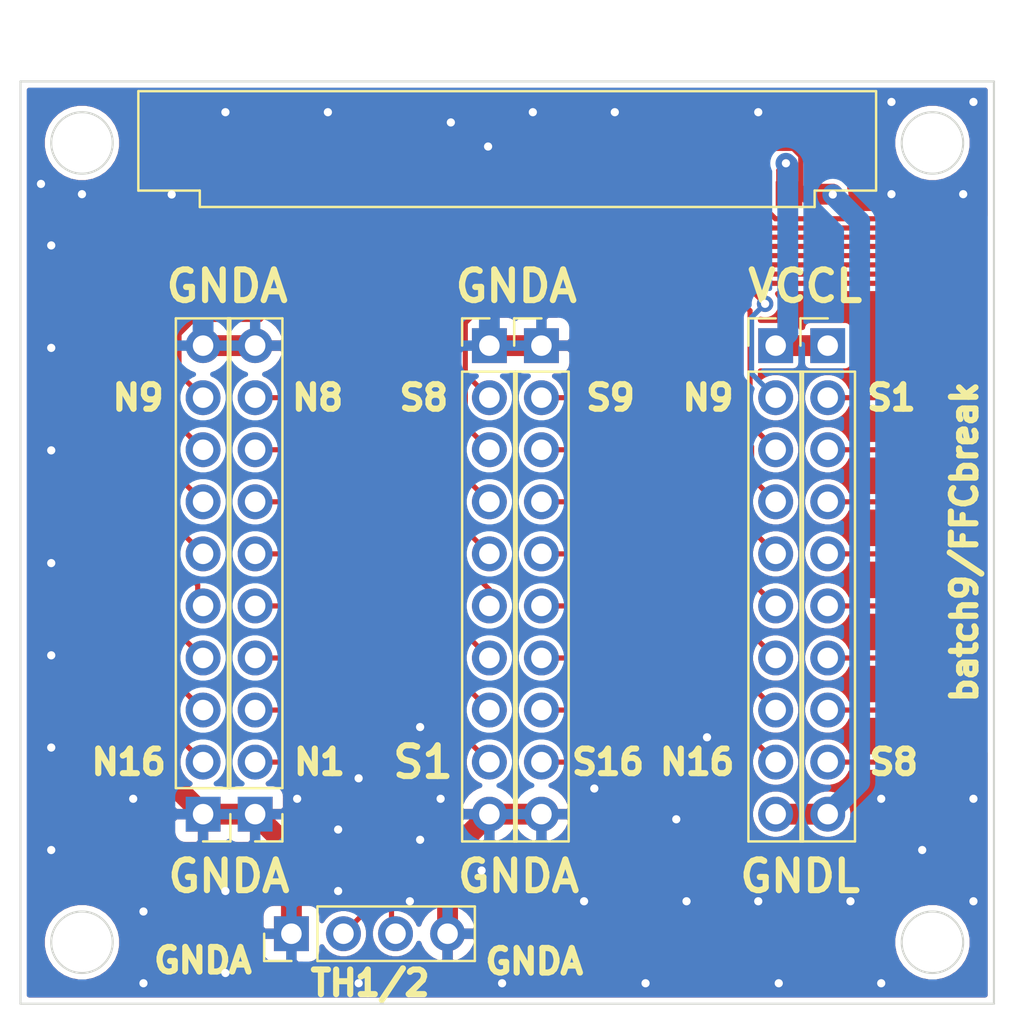
<source format=kicad_pcb>
(kicad_pcb (version 20171130) (host pcbnew "(5.1.6-0-10_14)")

  (general
    (thickness 1.6)
    (drawings 31)
    (tracks 386)
    (zones 0)
    (modules 8)
    (nets 54)
  )

  (page A4)
  (layers
    (0 F.Cu signal)
    (31 B.Cu signal)
    (32 B.Adhes user)
    (33 F.Adhes user)
    (34 B.Paste user)
    (35 F.Paste user)
    (36 B.SilkS user)
    (37 F.SilkS user)
    (38 B.Mask user)
    (39 F.Mask user)
    (40 Dwgs.User user)
    (41 Cmts.User user)
    (42 Eco1.User user)
    (43 Eco2.User user)
    (44 Edge.Cuts user)
    (45 Margin user)
    (46 B.CrtYd user)
    (47 F.CrtYd user)
    (48 B.Fab user)
    (49 F.Fab user hide)
  )

  (setup
    (last_trace_width 0.25)
    (user_trace_width 0.508)
    (user_trace_width 1.016)
    (trace_clearance 0.2)
    (zone_clearance 0.254)
    (zone_45_only no)
    (trace_min 0.2)
    (via_size 0.8)
    (via_drill 0.4)
    (via_min_size 0.4)
    (via_min_drill 0.3)
    (uvia_size 0.3)
    (uvia_drill 0.1)
    (uvias_allowed no)
    (uvia_min_size 0.2)
    (uvia_min_drill 0.1)
    (edge_width 0.1)
    (segment_width 0.2)
    (pcb_text_width 0.3)
    (pcb_text_size 1.5 1.5)
    (mod_edge_width 0.15)
    (mod_text_size 1 1)
    (mod_text_width 0.15)
    (pad_size 1.7 1.7)
    (pad_drill 1)
    (pad_to_mask_clearance 0)
    (aux_axis_origin 0 0)
    (grid_origin 0.5 0.5)
    (visible_elements FFFFFF7F)
    (pcbplotparams
      (layerselection 0x010fc_ffffffff)
      (usegerberextensions true)
      (usegerberattributes false)
      (usegerberadvancedattributes true)
      (creategerberjobfile true)
      (excludeedgelayer true)
      (linewidth 0.100000)
      (plotframeref false)
      (viasonmask false)
      (mode 1)
      (useauxorigin false)
      (hpglpennumber 1)
      (hpglpenspeed 20)
      (hpglpendiameter 15.000000)
      (psnegative false)
      (psa4output false)
      (plotreference true)
      (plotvalue true)
      (plotinvisibletext false)
      (padsonsilk false)
      (subtractmaskfromsilk false)
      (outputformat 1)
      (mirror false)
      (drillshape 0)
      (scaleselection 1)
      (outputdirectory ""))
  )

  (net 0 "")
  (net 1 GNDL)
  (net 2 VCCL)
  (net 3 /S_LED_OUT8)
  (net 4 /S_LED_OUT7)
  (net 5 /S_LED_OUT6)
  (net 6 /S_LED_OUT5)
  (net 7 /S_LED_OUT4)
  (net 8 /S_LED_OUT3)
  (net 9 /S_LED_OUT2)
  (net 10 /S_LED_OUT1)
  (net 11 /N_LED_OUT9)
  (net 12 /N_LED_OUT10)
  (net 13 /N_LED_OUT11)
  (net 14 /N_LED_OUT12)
  (net 15 /N_LED_OUT13)
  (net 16 /N_LED_OUT14)
  (net 17 /N_LED_OUT15)
  (net 18 /N_LED_OUT16)
  (net 19 GNDA)
  (net 20 /S_PD_OUT16)
  (net 21 /S_PD_OUT15)
  (net 22 /S_PD_OUT14)
  (net 23 /S_PD_OUT13)
  (net 24 /S_PD_OUT12)
  (net 25 /S_PD_OUT11)
  (net 26 /S_PD_OUT10)
  (net 27 /S_PD_OUT9)
  (net 28 /S_PD_OUT8)
  (net 29 /S_PD_OUT7)
  (net 30 /S_PD_OUT6)
  (net 31 /S_PD_OUT5)
  (net 32 /S_PD_OUT4)
  (net 33 /S_PD_OUT3)
  (net 34 /S_PD_OUT2)
  (net 35 /S_PD_OUT1)
  (net 36 /TH2)
  (net 37 /TH1)
  (net 38 /N_PD_OUT1)
  (net 39 /N_PD_OUT2)
  (net 40 /N_PD_OUT3)
  (net 41 /N_PD_OUT4)
  (net 42 /N_PD_OUT5)
  (net 43 /N_PD_OUT6)
  (net 44 /N_PD_OUT7)
  (net 45 /N_PD_OUT8)
  (net 46 /N_PD_OUT9)
  (net 47 /N_PD_OUT10)
  (net 48 /N_PD_OUT11)
  (net 49 /N_PD_OUT12)
  (net 50 /N_PD_OUT13)
  (net 51 /N_PD_OUT14)
  (net 52 /N_PD_OUT15)
  (net 53 /N_PD_OUT16)

  (net_class Default "This is the default net class."
    (clearance 0.2)
    (trace_width 0.25)
    (via_dia 0.8)
    (via_drill 0.4)
    (uvia_dia 0.3)
    (uvia_drill 0.1)
    (add_net /N_LED_OUT10)
    (add_net /N_LED_OUT11)
    (add_net /N_LED_OUT12)
    (add_net /N_LED_OUT13)
    (add_net /N_LED_OUT14)
    (add_net /N_LED_OUT15)
    (add_net /N_LED_OUT16)
    (add_net /N_LED_OUT9)
    (add_net /N_PD_OUT1)
    (add_net /N_PD_OUT10)
    (add_net /N_PD_OUT11)
    (add_net /N_PD_OUT12)
    (add_net /N_PD_OUT13)
    (add_net /N_PD_OUT14)
    (add_net /N_PD_OUT15)
    (add_net /N_PD_OUT16)
    (add_net /N_PD_OUT2)
    (add_net /N_PD_OUT3)
    (add_net /N_PD_OUT4)
    (add_net /N_PD_OUT5)
    (add_net /N_PD_OUT6)
    (add_net /N_PD_OUT7)
    (add_net /N_PD_OUT8)
    (add_net /N_PD_OUT9)
    (add_net /S_LED_OUT1)
    (add_net /S_LED_OUT2)
    (add_net /S_LED_OUT3)
    (add_net /S_LED_OUT4)
    (add_net /S_LED_OUT5)
    (add_net /S_LED_OUT6)
    (add_net /S_LED_OUT7)
    (add_net /S_LED_OUT8)
    (add_net /S_PD_OUT1)
    (add_net /S_PD_OUT10)
    (add_net /S_PD_OUT11)
    (add_net /S_PD_OUT12)
    (add_net /S_PD_OUT13)
    (add_net /S_PD_OUT14)
    (add_net /S_PD_OUT15)
    (add_net /S_PD_OUT16)
    (add_net /S_PD_OUT2)
    (add_net /S_PD_OUT3)
    (add_net /S_PD_OUT4)
    (add_net /S_PD_OUT5)
    (add_net /S_PD_OUT6)
    (add_net /S_PD_OUT7)
    (add_net /S_PD_OUT8)
    (add_net /S_PD_OUT9)
    (add_net /TH1)
    (add_net /TH2)
    (add_net GNDA)
    (add_net GNDL)
    (add_net VCCL)
  )

  (module Ninja-qPCR:FFC_60_Ali_HUISHUNFA (layer F.Cu) (tedit 612C71F1) (tstamp 612DCC95)
    (at 135 65 180)
    (path /612DCA26)
    (attr smd)
    (fp_text reference J1 (at 14.75 1.775) (layer F.SilkS) hide
      (effects (font (size 1 1) (thickness 0.15)))
    )
    (fp_text value Conn_01x60_Male (at 14.75 2.925) (layer F.Fab)
      (effects (font (size 1 1) (thickness 0.15)))
    )
    (fp_line (start -3.575 -1.05) (end -3.575 5.35) (layer F.CrtYd) (width 0.05))
    (fp_line (start -3.575 5.35) (end 33.075 5.35) (layer F.CrtYd) (width 0.05))
    (fp_line (start 33.075 -1.05) (end 33.075 5.35) (layer F.CrtYd) (width 0.05))
    (fp_line (start -3.575 -1.05) (end 33.075 -1.05) (layer F.CrtYd) (width 0.05))
    (fp_line (start 29.75 0.175) (end 29.75 -0.625) (layer F.SilkS) (width 0.12))
    (fp_line (start -0.25 0.175) (end -0.25 -0.625) (layer F.SilkS) (width 0.12))
    (fp_line (start 32.75 0.175) (end 29.75 0.175) (layer F.SilkS) (width 0.12))
    (fp_line (start -3.25 0.175) (end -0.25 0.175) (layer F.SilkS) (width 0.12))
    (fp_line (start 32.75 5.025) (end 32.75 0.175) (layer F.SilkS) (width 0.12))
    (fp_line (start -3.25 5.025) (end -3.25 0.175) (layer F.SilkS) (width 0.12))
    (fp_line (start -3.25 5.025) (end 32.75 5.025) (layer F.SilkS) (width 0.12))
    (fp_line (start -0.25 -0.625) (end 29.75 -0.625) (layer F.SilkS) (width 0.12))
    (pad 1 smd rect (at 0 0 180) (size 0.3 1.25) (layers F.Cu F.Paste F.Mask)
      (net 1 GNDL))
    (pad 2 smd rect (at 0.5 0 180) (size 0.3 1.25) (layers F.Cu F.Paste F.Mask)
      (net 1 GNDL))
    (pad 3 smd rect (at 1 0 180) (size 0.3 1.25) (layers F.Cu F.Paste F.Mask)
      (net 2 VCCL))
    (pad 4 smd rect (at 1.5 0 180) (size 0.3 1.25) (layers F.Cu F.Paste F.Mask)
      (net 2 VCCL))
    (pad 5 smd rect (at 2 0 180) (size 0.3 1.25) (layers F.Cu F.Paste F.Mask)
      (net 3 /S_LED_OUT8))
    (pad 6 smd rect (at 2.5 0 180) (size 0.3 1.25) (layers F.Cu F.Paste F.Mask)
      (net 4 /S_LED_OUT7))
    (pad 7 smd rect (at 3 0 180) (size 0.3 1.25) (layers F.Cu F.Paste F.Mask)
      (net 5 /S_LED_OUT6))
    (pad 8 smd rect (at 3.5 0 180) (size 0.3 1.25) (layers F.Cu F.Paste F.Mask)
      (net 6 /S_LED_OUT5))
    (pad 9 smd rect (at 4 0 180) (size 0.3 1.25) (layers F.Cu F.Paste F.Mask)
      (net 7 /S_LED_OUT4))
    (pad 10 smd rect (at 4.5 0 180) (size 0.3 1.25) (layers F.Cu F.Paste F.Mask)
      (net 8 /S_LED_OUT3))
    (pad 11 smd rect (at 5 0 180) (size 0.3 1.25) (layers F.Cu F.Paste F.Mask)
      (net 9 /S_LED_OUT2))
    (pad 12 smd rect (at 5.5 0 180) (size 0.3 1.25) (layers F.Cu F.Paste F.Mask)
      (net 10 /S_LED_OUT1))
    (pad 13 smd rect (at 6 0 180) (size 0.3 1.25) (layers F.Cu F.Paste F.Mask)
      (net 11 /N_LED_OUT9))
    (pad 14 smd rect (at 6.5 0 180) (size 0.3 1.25) (layers F.Cu F.Paste F.Mask)
      (net 12 /N_LED_OUT10))
    (pad 15 smd rect (at 7 0 180) (size 0.3 1.25) (layers F.Cu F.Paste F.Mask)
      (net 13 /N_LED_OUT11))
    (pad 16 smd rect (at 7.5 0 180) (size 0.3 1.25) (layers F.Cu F.Paste F.Mask)
      (net 14 /N_LED_OUT12))
    (pad 17 smd rect (at 8 0 180) (size 0.3 1.25) (layers F.Cu F.Paste F.Mask)
      (net 15 /N_LED_OUT13))
    (pad 18 smd rect (at 8.5 0 180) (size 0.3 1.25) (layers F.Cu F.Paste F.Mask)
      (net 16 /N_LED_OUT14))
    (pad 19 smd rect (at 9 0 180) (size 0.3 1.25) (layers F.Cu F.Paste F.Mask)
      (net 17 /N_LED_OUT15))
    (pad 20 smd rect (at 9.5 0 180) (size 0.3 1.25) (layers F.Cu F.Paste F.Mask)
      (net 18 /N_LED_OUT16))
    (pad 21 smd rect (at 10 0 180) (size 0.3 1.25) (layers F.Cu F.Paste F.Mask)
      (net 1 GNDL))
    (pad 22 smd rect (at 10.5 0 180) (size 0.3 1.25) (layers F.Cu F.Paste F.Mask)
      (net 19 GNDA))
    (pad 23 smd rect (at 11 0 180) (size 0.3 1.25) (layers F.Cu F.Paste F.Mask)
      (net 20 /S_PD_OUT16))
    (pad 24 smd rect (at 11.5 0 180) (size 0.3 1.25) (layers F.Cu F.Paste F.Mask)
      (net 21 /S_PD_OUT15))
    (pad 25 smd rect (at 12 0 180) (size 0.3 1.25) (layers F.Cu F.Paste F.Mask)
      (net 22 /S_PD_OUT14))
    (pad 26 smd rect (at 12.5 0 180) (size 0.3 1.25) (layers F.Cu F.Paste F.Mask)
      (net 23 /S_PD_OUT13))
    (pad 27 smd rect (at 13 0 180) (size 0.3 1.25) (layers F.Cu F.Paste F.Mask)
      (net 24 /S_PD_OUT12))
    (pad 28 smd rect (at 13.5 0 180) (size 0.3 1.25) (layers F.Cu F.Paste F.Mask)
      (net 25 /S_PD_OUT11))
    (pad 29 smd rect (at 14 0 180) (size 0.3 1.25) (layers F.Cu F.Paste F.Mask)
      (net 26 /S_PD_OUT10))
    (pad 30 smd rect (at 14.5 0 180) (size 0.3 1.25) (layers F.Cu F.Paste F.Mask)
      (net 27 /S_PD_OUT9))
    (pad 31 smd rect (at 15 0 180) (size 0.3 1.25) (layers F.Cu F.Paste F.Mask)
      (net 28 /S_PD_OUT8))
    (pad 32 smd rect (at 15.5 0 180) (size 0.3 1.25) (layers F.Cu F.Paste F.Mask)
      (net 29 /S_PD_OUT7))
    (pad 33 smd rect (at 16 0 180) (size 0.3 1.25) (layers F.Cu F.Paste F.Mask)
      (net 30 /S_PD_OUT6))
    (pad 34 smd rect (at 16.5 0 180) (size 0.3 1.25) (layers F.Cu F.Paste F.Mask)
      (net 31 /S_PD_OUT5))
    (pad 35 smd rect (at 17 0 180) (size 0.3 1.25) (layers F.Cu F.Paste F.Mask)
      (net 32 /S_PD_OUT4))
    (pad 36 smd rect (at 17.5 0 180) (size 0.3 1.25) (layers F.Cu F.Paste F.Mask)
      (net 33 /S_PD_OUT3))
    (pad 37 smd rect (at 18 0 180) (size 0.3 1.25) (layers F.Cu F.Paste F.Mask)
      (net 34 /S_PD_OUT2))
    (pad 38 smd rect (at 18.5 0 180) (size 0.3 1.25) (layers F.Cu F.Paste F.Mask)
      (net 35 /S_PD_OUT1))
    (pad 39 smd rect (at 19 0 180) (size 0.3 1.25) (layers F.Cu F.Paste F.Mask)
      (net 19 GNDA))
    (pad 40 smd rect (at 19.5 0 180) (size 0.3 1.25) (layers F.Cu F.Paste F.Mask)
      (net 36 /TH2))
    (pad 41 smd rect (at 20 0 180) (size 0.3 1.25) (layers F.Cu F.Paste F.Mask)
      (net 37 /TH1))
    (pad 42 smd rect (at 20.5 0 180) (size 0.3 1.25) (layers F.Cu F.Paste F.Mask)
      (net 19 GNDA))
    (pad 43 smd rect (at 21 0 180) (size 0.3 1.25) (layers F.Cu F.Paste F.Mask)
      (net 38 /N_PD_OUT1))
    (pad 44 smd rect (at 21.5 0 180) (size 0.3 1.25) (layers F.Cu F.Paste F.Mask)
      (net 39 /N_PD_OUT2))
    (pad 45 smd rect (at 22 0 180) (size 0.3 1.25) (layers F.Cu F.Paste F.Mask)
      (net 40 /N_PD_OUT3))
    (pad 46 smd rect (at 22.5 0 180) (size 0.3 1.25) (layers F.Cu F.Paste F.Mask)
      (net 41 /N_PD_OUT4))
    (pad 47 smd rect (at 23 0 180) (size 0.3 1.25) (layers F.Cu F.Paste F.Mask)
      (net 42 /N_PD_OUT5))
    (pad 48 smd rect (at 23.5 0 180) (size 0.3 1.25) (layers F.Cu F.Paste F.Mask)
      (net 43 /N_PD_OUT6))
    (pad 49 smd rect (at 24 0 180) (size 0.3 1.25) (layers F.Cu F.Paste F.Mask)
      (net 44 /N_PD_OUT7))
    (pad 50 smd rect (at 24.5 0 180) (size 0.3 1.25) (layers F.Cu F.Paste F.Mask)
      (net 45 /N_PD_OUT8))
    (pad 51 smd rect (at 25 0 180) (size 0.3 1.25) (layers F.Cu F.Paste F.Mask)
      (net 46 /N_PD_OUT9))
    (pad 52 smd rect (at 25.5 0 180) (size 0.3 1.25) (layers F.Cu F.Paste F.Mask)
      (net 47 /N_PD_OUT10))
    (pad 53 smd rect (at 26 0 180) (size 0.3 1.25) (layers F.Cu F.Paste F.Mask)
      (net 48 /N_PD_OUT11))
    (pad 54 smd rect (at 26.5 0 180) (size 0.3 1.25) (layers F.Cu F.Paste F.Mask)
      (net 49 /N_PD_OUT12))
    (pad 55 smd rect (at 27 0 180) (size 0.3 1.25) (layers F.Cu F.Paste F.Mask)
      (net 50 /N_PD_OUT13))
    (pad 56 smd rect (at 27.5 0 180) (size 0.3 1.25) (layers F.Cu F.Paste F.Mask)
      (net 51 /N_PD_OUT14))
    (pad 57 smd rect (at 28 0 180) (size 0.3 1.25) (layers F.Cu F.Paste F.Mask)
      (net 52 /N_PD_OUT15))
    (pad 58 smd rect (at 28.5 0 180) (size 0.3 1.25) (layers F.Cu F.Paste F.Mask)
      (net 53 /N_PD_OUT16))
    (pad 59 smd rect (at 29 0 180) (size 0.3 1.25) (layers F.Cu F.Paste F.Mask)
      (net 19 GNDA))
    (pad 60 smd rect (at 29.5 0 180) (size 0.3 1.25) (layers F.Cu F.Paste F.Mask)
      (net 19 GNDA))
    (pad G1 smd rect (at -1.8 2.325 180) (size 2.4 3) (layers F.Cu F.Paste F.Mask)
      (net 19 GNDA))
    (pad G2 smd rect (at 31.3 2.325 180) (size 2.4 3) (layers F.Cu F.Paste F.Mask)
      (net 19 GNDA))
  )

  (module Pin_Headers:Pin_Header_Straight_1x10_Pitch2.54mm (layer F.Cu) (tedit 612DD3BF) (tstamp 612DCCB3)
    (at 135.89 72.39)
    (descr "Through hole straight pin header, 1x10, 2.54mm pitch, single row")
    (tags "Through hole pin header THT 1x10 2.54mm single row")
    (path /6132FE94)
    (fp_text reference J2 (at 0 -2.33) (layer F.SilkS) hide
      (effects (font (size 1 1) (thickness 0.15)))
    )
    (fp_text value Conn_01x10_Male (at 0 25.19) (layer F.Fab)
      (effects (font (size 1 1) (thickness 0.15)))
    )
    (fp_text user %R (at 0 11.43 90) (layer F.Fab)
      (effects (font (size 1 1) (thickness 0.15)))
    )
    (fp_line (start -0.635 -1.27) (end 1.27 -1.27) (layer F.Fab) (width 0.1))
    (fp_line (start 1.27 -1.27) (end 1.27 24.13) (layer F.Fab) (width 0.1))
    (fp_line (start 1.27 24.13) (end -1.27 24.13) (layer F.Fab) (width 0.1))
    (fp_line (start -1.27 24.13) (end -1.27 -0.635) (layer F.Fab) (width 0.1))
    (fp_line (start -1.27 -0.635) (end -0.635 -1.27) (layer F.Fab) (width 0.1))
    (fp_line (start -1.33 24.19) (end 1.33 24.19) (layer F.SilkS) (width 0.12))
    (fp_line (start -1.33 1.27) (end -1.33 24.19) (layer F.SilkS) (width 0.12))
    (fp_line (start 1.33 1.27) (end 1.33 24.19) (layer F.SilkS) (width 0.12))
    (fp_line (start -1.33 1.27) (end 1.33 1.27) (layer F.SilkS) (width 0.12))
    (fp_line (start -1.33 0) (end -1.33 -1.33) (layer F.SilkS) (width 0.12))
    (fp_line (start -1.33 -1.33) (end 0 -1.33) (layer F.SilkS) (width 0.12))
    (fp_line (start -1.8 -1.8) (end -1.8 24.65) (layer F.CrtYd) (width 0.05))
    (fp_line (start -1.8 24.65) (end 1.8 24.65) (layer F.CrtYd) (width 0.05))
    (fp_line (start 1.8 24.65) (end 1.8 -1.8) (layer F.CrtYd) (width 0.05))
    (fp_line (start 1.8 -1.8) (end -1.8 -1.8) (layer F.CrtYd) (width 0.05))
    (pad 10 thru_hole oval (at 0 22.86) (size 1.7 1.7) (drill 1) (layers *.Cu *.Mask)
      (net 1 GNDL))
    (pad 9 thru_hole oval (at 0 20.32) (size 1.7 1.7) (drill 1) (layers *.Cu *.Mask)
      (net 3 /S_LED_OUT8))
    (pad 8 thru_hole oval (at 0 17.78) (size 1.7 1.7) (drill 1) (layers *.Cu *.Mask)
      (net 4 /S_LED_OUT7))
    (pad 7 thru_hole oval (at 0 15.24) (size 1.7 1.7) (drill 1) (layers *.Cu *.Mask)
      (net 5 /S_LED_OUT6))
    (pad 6 thru_hole oval (at 0 12.7) (size 1.7 1.7) (drill 1) (layers *.Cu *.Mask)
      (net 6 /S_LED_OUT5))
    (pad 5 thru_hole oval (at 0 10.16) (size 1.7 1.7) (drill 1) (layers *.Cu *.Mask)
      (net 7 /S_LED_OUT4))
    (pad 4 thru_hole oval (at 0 7.62) (size 1.7 1.7) (drill 1) (layers *.Cu *.Mask)
      (net 8 /S_LED_OUT3))
    (pad 3 thru_hole oval (at 0 5.08) (size 1.7 1.7) (drill 1) (layers *.Cu *.Mask)
      (net 9 /S_LED_OUT2))
    (pad 2 thru_hole oval (at 0 2.54) (size 1.7 1.7) (drill 1) (layers *.Cu *.Mask)
      (net 10 /S_LED_OUT1))
    (pad 1 thru_hole rect (at 0 0) (size 1.7 1.7) (drill 1) (layers *.Cu *.Mask)
      (net 2 VCCL))
    (model ${KISYS3DMOD}/Pin_Headers.3dshapes/Pin_Header_Straight_1x10_Pitch2.54mm.wrl
      (at (xyz 0 0 0))
      (scale (xyz 1 1 1))
      (rotate (xyz 0 0 0))
    )
  )

  (module Pin_Headers:Pin_Header_Straight_1x10_Pitch2.54mm (layer F.Cu) (tedit 59650532) (tstamp 612DCCD1)
    (at 133.35 72.39)
    (descr "Through hole straight pin header, 1x10, 2.54mm pitch, single row")
    (tags "Through hole pin header THT 1x10 2.54mm single row")
    (path /61332B40)
    (fp_text reference J3 (at 0 -2.33) (layer F.SilkS) hide
      (effects (font (size 1 1) (thickness 0.15)))
    )
    (fp_text value Conn_01x10_Male (at 0 25.19) (layer F.Fab)
      (effects (font (size 1 1) (thickness 0.15)))
    )
    (fp_line (start 1.8 -1.8) (end -1.8 -1.8) (layer F.CrtYd) (width 0.05))
    (fp_line (start 1.8 24.65) (end 1.8 -1.8) (layer F.CrtYd) (width 0.05))
    (fp_line (start -1.8 24.65) (end 1.8 24.65) (layer F.CrtYd) (width 0.05))
    (fp_line (start -1.8 -1.8) (end -1.8 24.65) (layer F.CrtYd) (width 0.05))
    (fp_line (start -1.33 -1.33) (end 0 -1.33) (layer F.SilkS) (width 0.12))
    (fp_line (start -1.33 0) (end -1.33 -1.33) (layer F.SilkS) (width 0.12))
    (fp_line (start -1.33 1.27) (end 1.33 1.27) (layer F.SilkS) (width 0.12))
    (fp_line (start 1.33 1.27) (end 1.33 24.19) (layer F.SilkS) (width 0.12))
    (fp_line (start -1.33 1.27) (end -1.33 24.19) (layer F.SilkS) (width 0.12))
    (fp_line (start -1.33 24.19) (end 1.33 24.19) (layer F.SilkS) (width 0.12))
    (fp_line (start -1.27 -0.635) (end -0.635 -1.27) (layer F.Fab) (width 0.1))
    (fp_line (start -1.27 24.13) (end -1.27 -0.635) (layer F.Fab) (width 0.1))
    (fp_line (start 1.27 24.13) (end -1.27 24.13) (layer F.Fab) (width 0.1))
    (fp_line (start 1.27 -1.27) (end 1.27 24.13) (layer F.Fab) (width 0.1))
    (fp_line (start -0.635 -1.27) (end 1.27 -1.27) (layer F.Fab) (width 0.1))
    (fp_text user %R (at 0 11.43 90) (layer F.Fab)
      (effects (font (size 1 1) (thickness 0.15)))
    )
    (pad 1 thru_hole rect (at 0 0) (size 1.7 1.7) (drill 1) (layers *.Cu *.Mask)
      (net 2 VCCL))
    (pad 2 thru_hole oval (at 0 2.54) (size 1.7 1.7) (drill 1) (layers *.Cu *.Mask)
      (net 11 /N_LED_OUT9))
    (pad 3 thru_hole oval (at 0 5.08) (size 1.7 1.7) (drill 1) (layers *.Cu *.Mask)
      (net 12 /N_LED_OUT10))
    (pad 4 thru_hole oval (at 0 7.62) (size 1.7 1.7) (drill 1) (layers *.Cu *.Mask)
      (net 13 /N_LED_OUT11))
    (pad 5 thru_hole oval (at 0 10.16) (size 1.7 1.7) (drill 1) (layers *.Cu *.Mask)
      (net 14 /N_LED_OUT12))
    (pad 6 thru_hole oval (at 0 12.7) (size 1.7 1.7) (drill 1) (layers *.Cu *.Mask)
      (net 15 /N_LED_OUT13))
    (pad 7 thru_hole oval (at 0 15.24) (size 1.7 1.7) (drill 1) (layers *.Cu *.Mask)
      (net 16 /N_LED_OUT14))
    (pad 8 thru_hole oval (at 0 17.78) (size 1.7 1.7) (drill 1) (layers *.Cu *.Mask)
      (net 17 /N_LED_OUT15))
    (pad 9 thru_hole oval (at 0 20.32) (size 1.7 1.7) (drill 1) (layers *.Cu *.Mask)
      (net 18 /N_LED_OUT16))
    (pad 10 thru_hole oval (at 0 22.86) (size 1.7 1.7) (drill 1) (layers *.Cu *.Mask)
      (net 1 GNDL))
    (model ${KISYS3DMOD}/Pin_Headers.3dshapes/Pin_Header_Straight_1x10_Pitch2.54mm.wrl
      (at (xyz 0 0 0))
      (scale (xyz 1 1 1))
      (rotate (xyz 0 0 0))
    )
  )

  (module Pin_Headers:Pin_Header_Straight_1x10_Pitch2.54mm (layer F.Cu) (tedit 59650532) (tstamp 612DCCEF)
    (at 119.38 72.39)
    (descr "Through hole straight pin header, 1x10, 2.54mm pitch, single row")
    (tags "Through hole pin header THT 1x10 2.54mm single row")
    (path /61333BF9)
    (fp_text reference J4 (at 0 -2.33) (layer F.SilkS) hide
      (effects (font (size 1 1) (thickness 0.15)))
    )
    (fp_text value Conn_01x10_Male (at 0 25.19) (layer F.Fab)
      (effects (font (size 1 1) (thickness 0.15)))
    )
    (fp_text user %R (at 0 11.43 90) (layer F.Fab)
      (effects (font (size 1 1) (thickness 0.15)))
    )
    (fp_line (start -0.635 -1.27) (end 1.27 -1.27) (layer F.Fab) (width 0.1))
    (fp_line (start 1.27 -1.27) (end 1.27 24.13) (layer F.Fab) (width 0.1))
    (fp_line (start 1.27 24.13) (end -1.27 24.13) (layer F.Fab) (width 0.1))
    (fp_line (start -1.27 24.13) (end -1.27 -0.635) (layer F.Fab) (width 0.1))
    (fp_line (start -1.27 -0.635) (end -0.635 -1.27) (layer F.Fab) (width 0.1))
    (fp_line (start -1.33 24.19) (end 1.33 24.19) (layer F.SilkS) (width 0.12))
    (fp_line (start -1.33 1.27) (end -1.33 24.19) (layer F.SilkS) (width 0.12))
    (fp_line (start 1.33 1.27) (end 1.33 24.19) (layer F.SilkS) (width 0.12))
    (fp_line (start -1.33 1.27) (end 1.33 1.27) (layer F.SilkS) (width 0.12))
    (fp_line (start -1.33 0) (end -1.33 -1.33) (layer F.SilkS) (width 0.12))
    (fp_line (start -1.33 -1.33) (end 0 -1.33) (layer F.SilkS) (width 0.12))
    (fp_line (start -1.8 -1.8) (end -1.8 24.65) (layer F.CrtYd) (width 0.05))
    (fp_line (start -1.8 24.65) (end 1.8 24.65) (layer F.CrtYd) (width 0.05))
    (fp_line (start 1.8 24.65) (end 1.8 -1.8) (layer F.CrtYd) (width 0.05))
    (fp_line (start 1.8 -1.8) (end -1.8 -1.8) (layer F.CrtYd) (width 0.05))
    (pad 10 thru_hole oval (at 0 22.86) (size 1.7 1.7) (drill 1) (layers *.Cu *.Mask)
      (net 19 GNDA))
    (pad 9 thru_hole oval (at 0 20.32) (size 1.7 1.7) (drill 1) (layers *.Cu *.Mask)
      (net 35 /S_PD_OUT1))
    (pad 8 thru_hole oval (at 0 17.78) (size 1.7 1.7) (drill 1) (layers *.Cu *.Mask)
      (net 34 /S_PD_OUT2))
    (pad 7 thru_hole oval (at 0 15.24) (size 1.7 1.7) (drill 1) (layers *.Cu *.Mask)
      (net 33 /S_PD_OUT3))
    (pad 6 thru_hole oval (at 0 12.7) (size 1.7 1.7) (drill 1) (layers *.Cu *.Mask)
      (net 32 /S_PD_OUT4))
    (pad 5 thru_hole oval (at 0 10.16) (size 1.7 1.7) (drill 1) (layers *.Cu *.Mask)
      (net 31 /S_PD_OUT5))
    (pad 4 thru_hole oval (at 0 7.62) (size 1.7 1.7) (drill 1) (layers *.Cu *.Mask)
      (net 30 /S_PD_OUT6))
    (pad 3 thru_hole oval (at 0 5.08) (size 1.7 1.7) (drill 1) (layers *.Cu *.Mask)
      (net 29 /S_PD_OUT7))
    (pad 2 thru_hole oval (at 0 2.54) (size 1.7 1.7) (drill 1) (layers *.Cu *.Mask)
      (net 28 /S_PD_OUT8))
    (pad 1 thru_hole rect (at 0 0) (size 1.7 1.7) (drill 1) (layers *.Cu *.Mask)
      (net 19 GNDA))
    (model ${KISYS3DMOD}/Pin_Headers.3dshapes/Pin_Header_Straight_1x10_Pitch2.54mm.wrl
      (at (xyz 0 0 0))
      (scale (xyz 1 1 1))
      (rotate (xyz 0 0 0))
    )
  )

  (module Pin_Headers:Pin_Header_Straight_1x10_Pitch2.54mm (layer F.Cu) (tedit 59650532) (tstamp 612DCD0D)
    (at 121.92 72.39)
    (descr "Through hole straight pin header, 1x10, 2.54mm pitch, single row")
    (tags "Through hole pin header THT 1x10 2.54mm single row")
    (path /6133484D)
    (fp_text reference J5 (at 0 -2.33) (layer F.SilkS) hide
      (effects (font (size 1 1) (thickness 0.15)))
    )
    (fp_text value Conn_01x10_Male (at 0 25.19) (layer F.Fab)
      (effects (font (size 1 1) (thickness 0.15)))
    )
    (fp_line (start 1.8 -1.8) (end -1.8 -1.8) (layer F.CrtYd) (width 0.05))
    (fp_line (start 1.8 24.65) (end 1.8 -1.8) (layer F.CrtYd) (width 0.05))
    (fp_line (start -1.8 24.65) (end 1.8 24.65) (layer F.CrtYd) (width 0.05))
    (fp_line (start -1.8 -1.8) (end -1.8 24.65) (layer F.CrtYd) (width 0.05))
    (fp_line (start -1.33 -1.33) (end 0 -1.33) (layer F.SilkS) (width 0.12))
    (fp_line (start -1.33 0) (end -1.33 -1.33) (layer F.SilkS) (width 0.12))
    (fp_line (start -1.33 1.27) (end 1.33 1.27) (layer F.SilkS) (width 0.12))
    (fp_line (start 1.33 1.27) (end 1.33 24.19) (layer F.SilkS) (width 0.12))
    (fp_line (start -1.33 1.27) (end -1.33 24.19) (layer F.SilkS) (width 0.12))
    (fp_line (start -1.33 24.19) (end 1.33 24.19) (layer F.SilkS) (width 0.12))
    (fp_line (start -1.27 -0.635) (end -0.635 -1.27) (layer F.Fab) (width 0.1))
    (fp_line (start -1.27 24.13) (end -1.27 -0.635) (layer F.Fab) (width 0.1))
    (fp_line (start 1.27 24.13) (end -1.27 24.13) (layer F.Fab) (width 0.1))
    (fp_line (start 1.27 -1.27) (end 1.27 24.13) (layer F.Fab) (width 0.1))
    (fp_line (start -0.635 -1.27) (end 1.27 -1.27) (layer F.Fab) (width 0.1))
    (fp_text user %R (at 0 11.43 90) (layer F.Fab)
      (effects (font (size 1 1) (thickness 0.15)))
    )
    (pad 1 thru_hole rect (at 0 0) (size 1.7 1.7) (drill 1) (layers *.Cu *.Mask)
      (net 19 GNDA))
    (pad 2 thru_hole oval (at 0 2.54) (size 1.7 1.7) (drill 1) (layers *.Cu *.Mask)
      (net 27 /S_PD_OUT9))
    (pad 3 thru_hole oval (at 0 5.08) (size 1.7 1.7) (drill 1) (layers *.Cu *.Mask)
      (net 26 /S_PD_OUT10))
    (pad 4 thru_hole oval (at 0 7.62) (size 1.7 1.7) (drill 1) (layers *.Cu *.Mask)
      (net 25 /S_PD_OUT11))
    (pad 5 thru_hole oval (at 0 10.16) (size 1.7 1.7) (drill 1) (layers *.Cu *.Mask)
      (net 24 /S_PD_OUT12))
    (pad 6 thru_hole oval (at 0 12.7) (size 1.7 1.7) (drill 1) (layers *.Cu *.Mask)
      (net 23 /S_PD_OUT13))
    (pad 7 thru_hole oval (at 0 15.24) (size 1.7 1.7) (drill 1) (layers *.Cu *.Mask)
      (net 22 /S_PD_OUT14))
    (pad 8 thru_hole oval (at 0 17.78) (size 1.7 1.7) (drill 1) (layers *.Cu *.Mask)
      (net 21 /S_PD_OUT15))
    (pad 9 thru_hole oval (at 0 20.32) (size 1.7 1.7) (drill 1) (layers *.Cu *.Mask)
      (net 20 /S_PD_OUT16))
    (pad 10 thru_hole oval (at 0 22.86) (size 1.7 1.7) (drill 1) (layers *.Cu *.Mask)
      (net 19 GNDA))
    (model ${KISYS3DMOD}/Pin_Headers.3dshapes/Pin_Header_Straight_1x10_Pitch2.54mm.wrl
      (at (xyz 0 0 0))
      (scale (xyz 1 1 1))
      (rotate (xyz 0 0 0))
    )
  )

  (module Pin_Headers:Pin_Header_Straight_1x10_Pitch2.54mm (layer F.Cu) (tedit 59650532) (tstamp 612DCD2B)
    (at 107.95 95.25 180)
    (descr "Through hole straight pin header, 1x10, 2.54mm pitch, single row")
    (tags "Through hole pin header THT 1x10 2.54mm single row")
    (path /6135150F)
    (fp_text reference J6 (at 0 -2.33) (layer F.SilkS) hide
      (effects (font (size 1 1) (thickness 0.15)))
    )
    (fp_text value Conn_01x10_Male (at 0 25.19) (layer F.Fab)
      (effects (font (size 1 1) (thickness 0.15)))
    )
    (fp_text user %R (at 0 11.43 90) (layer F.Fab)
      (effects (font (size 1 1) (thickness 0.15)))
    )
    (fp_line (start -0.635 -1.27) (end 1.27 -1.27) (layer F.Fab) (width 0.1))
    (fp_line (start 1.27 -1.27) (end 1.27 24.13) (layer F.Fab) (width 0.1))
    (fp_line (start 1.27 24.13) (end -1.27 24.13) (layer F.Fab) (width 0.1))
    (fp_line (start -1.27 24.13) (end -1.27 -0.635) (layer F.Fab) (width 0.1))
    (fp_line (start -1.27 -0.635) (end -0.635 -1.27) (layer F.Fab) (width 0.1))
    (fp_line (start -1.33 24.19) (end 1.33 24.19) (layer F.SilkS) (width 0.12))
    (fp_line (start -1.33 1.27) (end -1.33 24.19) (layer F.SilkS) (width 0.12))
    (fp_line (start 1.33 1.27) (end 1.33 24.19) (layer F.SilkS) (width 0.12))
    (fp_line (start -1.33 1.27) (end 1.33 1.27) (layer F.SilkS) (width 0.12))
    (fp_line (start -1.33 0) (end -1.33 -1.33) (layer F.SilkS) (width 0.12))
    (fp_line (start -1.33 -1.33) (end 0 -1.33) (layer F.SilkS) (width 0.12))
    (fp_line (start -1.8 -1.8) (end -1.8 24.65) (layer F.CrtYd) (width 0.05))
    (fp_line (start -1.8 24.65) (end 1.8 24.65) (layer F.CrtYd) (width 0.05))
    (fp_line (start 1.8 24.65) (end 1.8 -1.8) (layer F.CrtYd) (width 0.05))
    (fp_line (start 1.8 -1.8) (end -1.8 -1.8) (layer F.CrtYd) (width 0.05))
    (pad 10 thru_hole oval (at 0 22.86 180) (size 1.7 1.7) (drill 1) (layers *.Cu *.Mask)
      (net 19 GNDA))
    (pad 9 thru_hole oval (at 0 20.32 180) (size 1.7 1.7) (drill 1) (layers *.Cu *.Mask)
      (net 45 /N_PD_OUT8))
    (pad 8 thru_hole oval (at 0 17.78 180) (size 1.7 1.7) (drill 1) (layers *.Cu *.Mask)
      (net 44 /N_PD_OUT7))
    (pad 7 thru_hole oval (at 0 15.24 180) (size 1.7 1.7) (drill 1) (layers *.Cu *.Mask)
      (net 43 /N_PD_OUT6))
    (pad 6 thru_hole oval (at 0 12.7 180) (size 1.7 1.7) (drill 1) (layers *.Cu *.Mask)
      (net 42 /N_PD_OUT5))
    (pad 5 thru_hole oval (at 0 10.16 180) (size 1.7 1.7) (drill 1) (layers *.Cu *.Mask)
      (net 41 /N_PD_OUT4))
    (pad 4 thru_hole oval (at 0 7.62 180) (size 1.7 1.7) (drill 1) (layers *.Cu *.Mask)
      (net 40 /N_PD_OUT3))
    (pad 3 thru_hole oval (at 0 5.08 180) (size 1.7 1.7) (drill 1) (layers *.Cu *.Mask)
      (net 39 /N_PD_OUT2))
    (pad 2 thru_hole oval (at 0 2.54 180) (size 1.7 1.7) (drill 1) (layers *.Cu *.Mask)
      (net 38 /N_PD_OUT1))
    (pad 1 thru_hole rect (at 0 0 180) (size 1.7 1.7) (drill 1) (layers *.Cu *.Mask)
      (net 19 GNDA))
    (model ${KISYS3DMOD}/Pin_Headers.3dshapes/Pin_Header_Straight_1x10_Pitch2.54mm.wrl
      (at (xyz 0 0 0))
      (scale (xyz 1 1 1))
      (rotate (xyz 0 0 0))
    )
  )

  (module Pin_Headers:Pin_Header_Straight_1x10_Pitch2.54mm (layer F.Cu) (tedit 612DD3A6) (tstamp 612DCD49)
    (at 105.41 95.25 180)
    (descr "Through hole straight pin header, 1x10, 2.54mm pitch, single row")
    (tags "Through hole pin header THT 1x10 2.54mm single row")
    (path /61352118)
    (fp_text reference J7 (at 0 -2.33) (layer F.SilkS) hide
      (effects (font (size 1 1) (thickness 0.15)))
    )
    (fp_text value Conn_01x10_Male (at 0 25.19) (layer F.Fab)
      (effects (font (size 1 1) (thickness 0.15)))
    )
    (fp_line (start 1.8 -1.8) (end -1.8 -1.8) (layer F.CrtYd) (width 0.05))
    (fp_line (start 1.8 24.65) (end 1.8 -1.8) (layer F.CrtYd) (width 0.05))
    (fp_line (start -1.8 24.65) (end 1.8 24.65) (layer F.CrtYd) (width 0.05))
    (fp_line (start -1.8 -1.8) (end -1.8 24.65) (layer F.CrtYd) (width 0.05))
    (fp_line (start -1.33 -1.33) (end 0 -1.33) (layer F.SilkS) (width 0.12))
    (fp_line (start -1.33 0) (end -1.33 -1.33) (layer F.SilkS) (width 0.12))
    (fp_line (start -1.33 1.27) (end 1.33 1.27) (layer F.SilkS) (width 0.12))
    (fp_line (start 1.33 1.27) (end 1.33 24.19) (layer F.SilkS) (width 0.12))
    (fp_line (start -1.33 1.27) (end -1.33 24.19) (layer F.SilkS) (width 0.12))
    (fp_line (start -1.33 24.19) (end 1.33 24.19) (layer F.SilkS) (width 0.12))
    (fp_line (start -1.27 -0.635) (end -0.635 -1.27) (layer F.Fab) (width 0.1))
    (fp_line (start -1.27 24.13) (end -1.27 -0.635) (layer F.Fab) (width 0.1))
    (fp_line (start 1.27 24.13) (end -1.27 24.13) (layer F.Fab) (width 0.1))
    (fp_line (start 1.27 -1.27) (end 1.27 24.13) (layer F.Fab) (width 0.1))
    (fp_line (start -0.635 -1.27) (end 1.27 -1.27) (layer F.Fab) (width 0.1))
    (fp_text user %R (at 0 11.43 90) (layer F.Fab)
      (effects (font (size 1 1) (thickness 0.15)))
    )
    (pad 1 thru_hole rect (at 0 0 180) (size 1.7 1.7) (drill 1) (layers *.Cu *.Mask)
      (net 19 GNDA))
    (pad 2 thru_hole oval (at 0 2.54 180) (size 1.7 1.7) (drill 1) (layers *.Cu *.Mask)
      (net 53 /N_PD_OUT16))
    (pad 3 thru_hole oval (at 0 5.08 180) (size 1.7 1.7) (drill 1) (layers *.Cu *.Mask)
      (net 52 /N_PD_OUT15))
    (pad 4 thru_hole oval (at 0 7.62 180) (size 1.7 1.7) (drill 1) (layers *.Cu *.Mask)
      (net 51 /N_PD_OUT14))
    (pad 5 thru_hole oval (at 0 10.16 180) (size 1.7 1.7) (drill 1) (layers *.Cu *.Mask)
      (net 50 /N_PD_OUT13))
    (pad 6 thru_hole oval (at 0 12.7 180) (size 1.7 1.7) (drill 1) (layers *.Cu *.Mask)
      (net 49 /N_PD_OUT12))
    (pad 7 thru_hole oval (at 0 15.24 180) (size 1.7 1.7) (drill 1) (layers *.Cu *.Mask)
      (net 48 /N_PD_OUT11))
    (pad 8 thru_hole oval (at 0 17.78 180) (size 1.7 1.7) (drill 1) (layers *.Cu *.Mask)
      (net 47 /N_PD_OUT10))
    (pad 9 thru_hole oval (at 0 20.32 180) (size 1.7 1.7) (drill 1) (layers *.Cu *.Mask)
      (net 46 /N_PD_OUT9))
    (pad 10 thru_hole oval (at 0 22.86 180) (size 1.7 1.7) (drill 1) (layers *.Cu *.Mask)
      (net 19 GNDA))
    (model ${KISYS3DMOD}/Pin_Headers.3dshapes/Pin_Header_Straight_1x10_Pitch2.54mm.wrl
      (at (xyz 0 0 0))
      (scale (xyz 1 1 1))
      (rotate (xyz 0 0 0))
    )
  )

  (module Pin_Headers:Pin_Header_Straight_1x04_Pitch2.54mm (layer F.Cu) (tedit 59650532) (tstamp 612DCD61)
    (at 109.72 101.084 90)
    (descr "Through hole straight pin header, 1x04, 2.54mm pitch, single row")
    (tags "Through hole pin header THT 1x04 2.54mm single row")
    (path /61484A98)
    (fp_text reference J8 (at 0 -2.33 90) (layer F.SilkS) hide
      (effects (font (size 1 1) (thickness 0.15)))
    )
    (fp_text value Conn_01x04_Male (at 0 9.95 90) (layer F.Fab)
      (effects (font (size 1 1) (thickness 0.15)))
    )
    (fp_text user %R (at 0 3.81) (layer F.Fab)
      (effects (font (size 1 1) (thickness 0.15)))
    )
    (fp_line (start -0.635 -1.27) (end 1.27 -1.27) (layer F.Fab) (width 0.1))
    (fp_line (start 1.27 -1.27) (end 1.27 8.89) (layer F.Fab) (width 0.1))
    (fp_line (start 1.27 8.89) (end -1.27 8.89) (layer F.Fab) (width 0.1))
    (fp_line (start -1.27 8.89) (end -1.27 -0.635) (layer F.Fab) (width 0.1))
    (fp_line (start -1.27 -0.635) (end -0.635 -1.27) (layer F.Fab) (width 0.1))
    (fp_line (start -1.33 8.95) (end 1.33 8.95) (layer F.SilkS) (width 0.12))
    (fp_line (start -1.33 1.27) (end -1.33 8.95) (layer F.SilkS) (width 0.12))
    (fp_line (start 1.33 1.27) (end 1.33 8.95) (layer F.SilkS) (width 0.12))
    (fp_line (start -1.33 1.27) (end 1.33 1.27) (layer F.SilkS) (width 0.12))
    (fp_line (start -1.33 0) (end -1.33 -1.33) (layer F.SilkS) (width 0.12))
    (fp_line (start -1.33 -1.33) (end 0 -1.33) (layer F.SilkS) (width 0.12))
    (fp_line (start -1.8 -1.8) (end -1.8 9.4) (layer F.CrtYd) (width 0.05))
    (fp_line (start -1.8 9.4) (end 1.8 9.4) (layer F.CrtYd) (width 0.05))
    (fp_line (start 1.8 9.4) (end 1.8 -1.8) (layer F.CrtYd) (width 0.05))
    (fp_line (start 1.8 -1.8) (end -1.8 -1.8) (layer F.CrtYd) (width 0.05))
    (pad 4 thru_hole oval (at 0 7.62 90) (size 1.7 1.7) (drill 1) (layers *.Cu *.Mask)
      (net 19 GNDA))
    (pad 3 thru_hole oval (at 0 5.08 90) (size 1.7 1.7) (drill 1) (layers *.Cu *.Mask)
      (net 36 /TH2))
    (pad 2 thru_hole oval (at 0 2.54 90) (size 1.7 1.7) (drill 1) (layers *.Cu *.Mask)
      (net 37 /TH1))
    (pad 1 thru_hole rect (at 0 0 90) (size 1.7 1.7) (drill 1) (layers *.Cu *.Mask)
      (net 19 GNDA))
    (model ${KISYS3DMOD}/Pin_Headers.3dshapes/Pin_Header_Straight_1x04_Pitch2.54mm.wrl
      (at (xyz 0 0 0))
      (scale (xyz 1 1 1))
      (rotate (xyz 0 0 0))
    )
  )

  (gr_text 47.5x45mm (at 102.36 56.93) (layer Dwgs.User)
    (effects (font (size 1.5 1.5) (thickness 0.3)))
  )
  (gr_text batch9/FFCbreak (at 142.56 81.97 90) (layer F.SilkS) (tstamp 612DF08C)
    (effects (font (size 1.2 1.2) (thickness 0.3)))
  )
  (gr_text GNDA (at 121.57 102.44) (layer F.SilkS) (tstamp 612DF07C)
    (effects (font (size 1.2 1.2) (thickness 0.3)))
  )
  (gr_text GNDA (at 105.4 102.39) (layer F.SilkS) (tstamp 612DF078)
    (effects (font (size 1.2 1.2) (thickness 0.3)))
  )
  (gr_text TH1/2 (at 113.56 103.49) (layer F.SilkS) (tstamp 612DF06F)
    (effects (font (size 1.2 1.2) (thickness 0.3)))
  )
  (gr_text N1 (at 111.09 92.71) (layer F.SilkS) (tstamp 612DEFDB)
    (effects (font (size 1.2 1.2) (thickness 0.3)))
  )
  (gr_text N16 (at 101.78 92.71) (layer F.SilkS) (tstamp 612DEFD7)
    (effects (font (size 1.2 1.2) (thickness 0.3)))
  )
  (gr_text N9 (at 102.24 74.93) (layer F.SilkS) (tstamp 612DEFD4)
    (effects (font (size 1.2 1.2) (thickness 0.3)))
  )
  (gr_text N8 (at 111 74.93) (layer F.SilkS) (tstamp 612DEFD1)
    (effects (font (size 1.2 1.2) (thickness 0.3)))
  )
  (gr_text S16 (at 125.17 92.71) (layer F.SilkS) (tstamp 612DEFC1)
    (effects (font (size 1.2 1.2) (thickness 0.3)))
  )
  (gr_text S9 (at 125.29 74.93) (layer F.SilkS) (tstamp 612DEFBE)
    (effects (font (size 1.2 1.2) (thickness 0.3)))
  )
  (gr_text S8 (at 116.18 74.93) (layer F.SilkS) (tstamp 612DEFBB)
    (effects (font (size 1.2 1.2) (thickness 0.3)))
  )
  (gr_text S1 (at 116.14 92.71) (layer F.SilkS) (tstamp 612DEFB8)
    (effects (font (size 1.5 1.5) (thickness 0.3)))
  )
  (gr_text N9 (at 130.05 74.93) (layer F.SilkS) (tstamp 612DEFB4)
    (effects (font (size 1.2 1.2) (thickness 0.3)))
  )
  (gr_text N16 (at 129.52 92.71) (layer F.SilkS) (tstamp 612DEFB0)
    (effects (font (size 1.2 1.2) (thickness 0.3)))
  )
  (gr_text S8 (at 139.11 92.71) (layer F.SilkS) (tstamp 612DEFAD)
    (effects (font (size 1.2 1.2) (thickness 0.3)))
  )
  (gr_text S1 (at 139 74.93) (layer F.SilkS) (tstamp 612DEFA8)
    (effects (font (size 1.2 1.2) (thickness 0.3)))
  )
  (gr_text VCCL (at 134.79 69.49) (layer F.SilkS) (tstamp 612DEF9E)
    (effects (font (size 1.5 1.5) (thickness 0.3)))
  )
  (gr_text GNDL (at 134.54 98.28) (layer F.SilkS) (tstamp 612DEF9B)
    (effects (font (size 1.5 1.5) (thickness 0.3)))
  )
  (gr_text GNDA (at 120.8 98.28) (layer F.SilkS) (tstamp 612DEF99)
    (effects (font (size 1.5 1.5) (thickness 0.3)))
  )
  (gr_text GNDA (at 120.69 69.49) (layer F.SilkS) (tstamp 612DEF97)
    (effects (font (size 1.5 1.5) (thickness 0.3)))
  )
  (gr_text GNDA (at 106.58 69.49) (layer F.SilkS) (tstamp 612DEF95)
    (effects (font (size 1.5 1.5) (thickness 0.3)))
  )
  (gr_text GNDA (at 106.67 98.28) (layer F.SilkS)
    (effects (font (size 1.5 1.5) (thickness 0.3)))
  )
  (gr_circle (center 141 101.5) (end 142.5 101.5) (layer Edge.Cuts) (width 0.1) (tstamp 612DD8E8))
  (gr_circle (center 99.5 101.5) (end 101 101.5) (layer Edge.Cuts) (width 0.1) (tstamp 612DD8E6))
  (gr_circle (center 99.5 62.5) (end 101 62.5) (layer Edge.Cuts) (width 0.1) (tstamp 612DD8E4))
  (gr_circle (center 141 62.5) (end 142.5 62.5) (layer Edge.Cuts) (width 0.1))
  (gr_line (start 96.5 104.5) (end 96.5 59.5) (layer Edge.Cuts) (width 0.1) (tstamp 612DD8E1))
  (gr_line (start 144 104.5) (end 96.5 104.5) (layer Edge.Cuts) (width 0.1))
  (gr_line (start 144 59.5) (end 144 104.5) (layer Edge.Cuts) (width 0.1))
  (gr_line (start 96.5 59.5) (end 144 59.5) (layer Edge.Cuts) (width 0.1))

  (segment (start 133.35 95.25) (end 135.89 95.25) (width 1.016) (layer F.Cu) (net 1))
  (via (at 136.136 65.016) (size 0.8) (drill 0.4) (layers F.Cu B.Cu) (net 1))
  (segment (start 136.12 65) (end 136.136 65.016) (width 1.016) (layer F.Cu) (net 1))
  (segment (start 135 65) (end 136.12 65) (width 1.016) (layer F.Cu) (net 1))
  (segment (start 137.448001 66.328001) (end 137.448001 93.691999) (width 1.016) (layer B.Cu) (net 1))
  (segment (start 137.448001 93.691999) (end 135.89 95.25) (width 1.016) (layer B.Cu) (net 1))
  (segment (start 136.136 65.016) (end 137.448001 66.328001) (width 1.016) (layer B.Cu) (net 1))
  (segment (start 134.575001 64.924999) (end 134.575001 63.143999) (width 0.25) (layer F.Cu) (net 1))
  (segment (start 134.198001 62.766999) (end 125.939001 62.766999) (width 0.25) (layer F.Cu) (net 1))
  (segment (start 134.575001 63.143999) (end 134.198001 62.766999) (width 0.25) (layer F.Cu) (net 1))
  (segment (start 134.5 65) (end 134.575001 64.924999) (width 0.25) (layer F.Cu) (net 1))
  (segment (start 125 63.706) (end 125 65) (width 0.25) (layer F.Cu) (net 1))
  (segment (start 125.939001 62.766999) (end 125 63.706) (width 0.25) (layer F.Cu) (net 1))
  (segment (start 133.35 72.39) (end 135.89 72.39) (width 1.016) (layer F.Cu) (net 2))
  (via (at 133.85 63.492) (size 0.8) (drill 0.4) (layers F.Cu B.Cu) (net 2))
  (segment (start 133.942001 71.797999) (end 133.942001 63.584001) (width 1.016) (layer B.Cu) (net 2))
  (segment (start 133.35 72.39) (end 133.942001 71.797999) (width 1.016) (layer B.Cu) (net 2))
  (segment (start 133.5 63.842) (end 133.85 63.492) (width 0.25) (layer F.Cu) (net 2))
  (segment (start 133.5 65) (end 133.5 63.842) (width 0.25) (layer F.Cu) (net 2))
  (segment (start 133.942001 63.584001) (end 133.85 63.492) (width 1.016) (layer B.Cu) (net 2))
  (segment (start 134 63.642) (end 133.85 63.492) (width 0.25) (layer F.Cu) (net 2))
  (segment (start 134 65) (end 134 63.642) (width 0.25) (layer F.Cu) (net 2))
  (segment (start 142.43 92.71) (end 135.89 92.71) (width 0.25) (layer F.Cu) (net 3) (status 20))
  (segment (start 143.42 66.59) (end 143.42 91.72) (width 0.25) (layer F.Cu) (net 3))
  (segment (start 143.03 66.2) (end 143.42 66.59) (width 0.25) (layer F.Cu) (net 3))
  (segment (start 143.42 91.72) (end 142.43 92.71) (width 0.25) (layer F.Cu) (net 3))
  (segment (start 133.339998 66.2) (end 143.03 66.2) (width 0.25) (layer F.Cu) (net 3))
  (segment (start 133 65.860002) (end 133.339998 66.2) (width 0.25) (layer F.Cu) (net 3))
  (segment (start 133 65) (end 133 65.860002) (width 0.25) (layer F.Cu) (net 3) (status 10))
  (segment (start 132.5 65.996412) (end 133.153598 66.65001) (width 0.25) (layer F.Cu) (net 4))
  (segment (start 132.5 65) (end 132.5 65.996412) (width 0.25) (layer F.Cu) (net 4) (status 10))
  (segment (start 142.76001 66.65001) (end 142.96999 66.85999) (width 0.25) (layer F.Cu) (net 4))
  (segment (start 133.153598 66.65001) (end 142.76001 66.65001) (width 0.25) (layer F.Cu) (net 4))
  (segment (start 142.96999 66.85999) (end 142.96999 89.57001) (width 0.25) (layer F.Cu) (net 4))
  (segment (start 142.37 90.17) (end 135.89 90.17) (width 0.25) (layer F.Cu) (net 4) (status 20))
  (segment (start 142.96999 89.57001) (end 142.37 90.17) (width 0.25) (layer F.Cu) (net 4))
  (segment (start 132 66.132822) (end 132.967198 67.10002) (width 0.25) (layer F.Cu) (net 5))
  (segment (start 132 65) (end 132 66.132822) (width 0.25) (layer F.Cu) (net 5) (status 10))
  (segment (start 142.29002 67.10002) (end 142.51998 67.32998) (width 0.25) (layer F.Cu) (net 5))
  (segment (start 132.967198 67.10002) (end 142.29002 67.10002) (width 0.25) (layer F.Cu) (net 5))
  (segment (start 142.51998 67.32998) (end 142.51998 86.91002) (width 0.25) (layer F.Cu) (net 5))
  (segment (start 141.8 87.63) (end 135.89 87.63) (width 0.25) (layer F.Cu) (net 5) (status 20))
  (segment (start 142.51998 86.91002) (end 141.8 87.63) (width 0.25) (layer F.Cu) (net 5))
  (segment (start 131.5 66.269232) (end 132.780798 67.55003) (width 0.25) (layer F.Cu) (net 6))
  (segment (start 131.5 65) (end 131.5 66.269232) (width 0.25) (layer F.Cu) (net 6) (status 10))
  (segment (start 141.93003 67.55003) (end 142.06997 67.68997) (width 0.25) (layer F.Cu) (net 6))
  (segment (start 132.780798 67.55003) (end 141.93003 67.55003) (width 0.25) (layer F.Cu) (net 6))
  (segment (start 142.06997 67.68997) (end 142.06997 84.15003) (width 0.25) (layer F.Cu) (net 6))
  (segment (start 141.13 85.09) (end 135.89 85.09) (width 0.25) (layer F.Cu) (net 6) (status 20))
  (segment (start 142.06997 84.15003) (end 141.13 85.09) (width 0.25) (layer F.Cu) (net 6))
  (segment (start 131 66.405642) (end 132.594398 68.00004) (width 0.25) (layer F.Cu) (net 7))
  (segment (start 131 65) (end 131 66.405642) (width 0.25) (layer F.Cu) (net 7) (status 10))
  (segment (start 141.43004 68.00004) (end 141.61996 68.18996) (width 0.25) (layer F.Cu) (net 7))
  (segment (start 132.594398 68.00004) (end 141.43004 68.00004) (width 0.25) (layer F.Cu) (net 7))
  (segment (start 141.61996 68.18996) (end 141.61996 81.41004) (width 0.25) (layer F.Cu) (net 7))
  (segment (start 140.48 82.55) (end 135.89 82.55) (width 0.25) (layer F.Cu) (net 7) (status 20))
  (segment (start 141.61996 81.41004) (end 140.48 82.55) (width 0.25) (layer F.Cu) (net 7))
  (segment (start 130.5 66.542052) (end 132.407998 68.45005) (width 0.25) (layer F.Cu) (net 8))
  (segment (start 130.5 65) (end 130.5 66.542052) (width 0.25) (layer F.Cu) (net 8) (status 10))
  (segment (start 140.79005 68.45005) (end 141.16995 68.82995) (width 0.25) (layer F.Cu) (net 8))
  (segment (start 132.407998 68.45005) (end 140.79005 68.45005) (width 0.25) (layer F.Cu) (net 8))
  (segment (start 141.16995 68.82995) (end 141.16995 79.21005) (width 0.25) (layer F.Cu) (net 8))
  (segment (start 140.37 80.01) (end 135.89 80.01) (width 0.25) (layer F.Cu) (net 8) (status 20))
  (segment (start 141.16995 79.21005) (end 140.37 80.01) (width 0.25) (layer F.Cu) (net 8))
  (segment (start 130 66.678462) (end 132.221598 68.90006) (width 0.25) (layer F.Cu) (net 9))
  (segment (start 130 65) (end 130 66.678462) (width 0.25) (layer F.Cu) (net 9) (status 10))
  (segment (start 140.47006 68.90006) (end 140.71994 69.14994) (width 0.25) (layer F.Cu) (net 9))
  (segment (start 132.221598 68.90006) (end 140.47006 68.90006) (width 0.25) (layer F.Cu) (net 9))
  (segment (start 140.71994 69.14994) (end 140.71994 76.56006) (width 0.25) (layer F.Cu) (net 9))
  (segment (start 139.81 77.47) (end 135.89 77.47) (width 0.25) (layer F.Cu) (net 9) (status 20))
  (segment (start 140.71994 76.56006) (end 139.81 77.47) (width 0.25) (layer F.Cu) (net 9))
  (segment (start 129.5 66.814872) (end 132.035198 69.35007) (width 0.25) (layer F.Cu) (net 10))
  (segment (start 129.5 65) (end 129.5 66.814872) (width 0.25) (layer F.Cu) (net 10) (status 10))
  (segment (start 140.08007 69.35007) (end 140.26993 69.53993) (width 0.25) (layer F.Cu) (net 10))
  (segment (start 132.035198 69.35007) (end 140.08007 69.35007) (width 0.25) (layer F.Cu) (net 10))
  (segment (start 140.26993 69.53993) (end 140.26993 74.16007) (width 0.25) (layer F.Cu) (net 10))
  (segment (start 139.5 74.93) (end 135.89 74.93) (width 0.25) (layer F.Cu) (net 10) (status 20))
  (segment (start 140.26993 74.16007) (end 139.5 74.93) (width 0.25) (layer F.Cu) (net 10))
  (segment (start 129 66.951282) (end 131.848798 69.80008) (width 0.25) (layer F.Cu) (net 11))
  (segment (start 129 65) (end 129 66.951282) (width 0.25) (layer F.Cu) (net 11) (status 10))
  (segment (start 132.28408 69.80008) (end 132.834 70.35) (width 0.25) (layer F.Cu) (net 11))
  (via (at 132.834 70.35) (size 0.8) (drill 0.4) (layers F.Cu B.Cu) (net 11))
  (segment (start 131.848798 69.80008) (end 132.28408 69.80008) (width 0.25) (layer F.Cu) (net 11))
  (segment (start 132.174999 73.754999) (end 133.35 74.93) (width 0.25) (layer B.Cu) (net 11))
  (segment (start 132.174999 71.009001) (end 132.174999 73.754999) (width 0.25) (layer B.Cu) (net 11))
  (segment (start 132.834 70.35) (end 132.174999 71.009001) (width 0.25) (layer B.Cu) (net 11))
  (segment (start 128.54999 65.92499) (end 128.549991 67.137683) (width 0.25) (layer F.Cu) (net 12))
  (segment (start 128.5 65.875) (end 128.54999 65.92499) (width 0.25) (layer F.Cu) (net 12))
  (segment (start 128.5 65) (end 128.5 65.875) (width 0.25) (layer F.Cu) (net 12) (status 10))
  (segment (start 128.549991 67.137683) (end 132.1 70.687692) (width 0.25) (layer F.Cu) (net 12))
  (segment (start 132.1 76.22) (end 133.35 77.47) (width 0.25) (layer F.Cu) (net 12) (status 20))
  (segment (start 132.1 70.687692) (end 132.1 76.22) (width 0.25) (layer F.Cu) (net 12))
  (segment (start 128 65) (end 128 67.242061) (width 0.25) (layer F.Cu) (net 13) (status 10))
  (segment (start 128 67.242061) (end 131.64999 70.892051) (width 0.25) (layer F.Cu) (net 13))
  (segment (start 132.174999 77.314999) (end 132.174999 78.834999) (width 0.25) (layer F.Cu) (net 13))
  (segment (start 131.64999 76.78999) (end 132.174999 77.314999) (width 0.25) (layer F.Cu) (net 13))
  (segment (start 132.174999 78.834999) (end 133.35 80.01) (width 0.25) (layer F.Cu) (net 13) (status 20))
  (segment (start 131.64999 70.892051) (end 131.64999 76.78999) (width 0.25) (layer F.Cu) (net 13))
  (segment (start 127.5 65) (end 127.5 67.378471) (width 0.25) (layer F.Cu) (net 14) (status 10))
  (segment (start 127.5 67.378471) (end 131.19998 71.078451) (width 0.25) (layer F.Cu) (net 14))
  (segment (start 131.19998 80.39998) (end 133.35 82.55) (width 0.25) (layer F.Cu) (net 14) (status 20))
  (segment (start 131.19998 71.078451) (end 131.19998 80.39998) (width 0.25) (layer F.Cu) (net 14))
  (segment (start 127 65) (end 127 67.514881) (width 0.25) (layer F.Cu) (net 15) (status 10))
  (segment (start 127 67.514881) (end 130.74997 71.264851) (width 0.25) (layer F.Cu) (net 15))
  (segment (start 130.74997 82.48997) (end 133.35 85.09) (width 0.25) (layer F.Cu) (net 15) (status 20))
  (segment (start 130.74997 71.264851) (end 130.74997 82.48997) (width 0.25) (layer F.Cu) (net 15))
  (segment (start 126.5 65) (end 126.5 67.651291) (width 0.25) (layer F.Cu) (net 16) (status 10))
  (segment (start 130.29996 71.451251) (end 130.29996 84.57996) (width 0.25) (layer F.Cu) (net 16))
  (segment (start 130.29996 84.57996) (end 133.35 87.63) (width 0.25) (layer F.Cu) (net 16) (status 20))
  (segment (start 126.5 67.651291) (end 130.29996 71.451251) (width 0.25) (layer F.Cu) (net 16))
  (segment (start 126 65) (end 126 67.787701) (width 0.25) (layer F.Cu) (net 17) (status 10))
  (segment (start 126 67.787701) (end 129.84995 71.637651) (width 0.25) (layer F.Cu) (net 17))
  (segment (start 129.84995 86.66995) (end 133.35 90.17) (width 0.25) (layer F.Cu) (net 17) (status 20))
  (segment (start 129.84995 71.637651) (end 129.84995 86.66995) (width 0.25) (layer F.Cu) (net 17))
  (segment (start 125.5 65) (end 125.5 67.927116) (width 0.25) (layer F.Cu) (net 18) (status 10))
  (segment (start 129.082884 71.51) (end 129.085889 71.51) (width 0.25) (layer F.Cu) (net 18))
  (segment (start 125.5 67.927116) (end 129.082884 71.51) (width 0.25) (layer F.Cu) (net 18))
  (segment (start 129.39994 71.824051) (end 129.39994 88.75994) (width 0.25) (layer F.Cu) (net 18))
  (segment (start 129.39994 88.75994) (end 133.35 92.71) (width 0.25) (layer F.Cu) (net 18) (status 20))
  (segment (start 129.085889 71.51) (end 129.39994 71.824051) (width 0.25) (layer F.Cu) (net 18))
  (segment (start 119.38 72.39) (end 121.92 72.39) (width 1.016) (layer F.Cu) (net 19))
  (segment (start 119.38 95.25) (end 121.92 95.25) (width 1.016) (layer F.Cu) (net 19))
  (segment (start 117.34 97.29) (end 119.38 95.25) (width 1.016) (layer F.Cu) (net 19))
  (segment (start 117.34 101.084) (end 117.34 97.29) (width 1.016) (layer F.Cu) (net 19))
  (segment (start 109.72 97.02) (end 107.95 95.25) (width 1.016) (layer F.Cu) (net 19))
  (segment (start 109.72 101.084) (end 109.72 97.02) (width 1.016) (layer F.Cu) (net 19))
  (segment (start 105.41 95.25) (end 107.95 95.25) (width 1.016) (layer F.Cu) (net 19))
  (segment (start 100.25192 66.12308) (end 103.7 62.675) (width 1.016) (layer F.Cu) (net 19))
  (segment (start 100.25192 90.09192) (end 100.25192 66.12308) (width 1.016) (layer F.Cu) (net 19))
  (segment (start 105.41 95.25) (end 100.25192 90.09192) (width 1.016) (layer F.Cu) (net 19))
  (segment (start 105.5 62.886) (end 105.711 62.675) (width 1.016) (layer F.Cu) (net 19))
  (segment (start 105.5 65) (end 105.5 62.886) (width 1.016) (layer F.Cu) (net 19))
  (segment (start 103.7 62.675) (end 105.711 62.675) (width 1.016) (layer F.Cu) (net 19))
  (segment (start 106 65) (end 105.5 65) (width 0.25) (layer F.Cu) (net 19))
  (segment (start 105.41 72.39) (end 107.95 72.39) (width 1.016) (layer F.Cu) (net 19))
  (segment (start 105.41 72.39) (end 105.41 66.548) (width 1.016) (layer B.Cu) (net 19))
  (via (at 103.878 65.016) (size 0.8) (drill 0.4) (layers F.Cu B.Cu) (net 19))
  (segment (start 105.41 66.548) (end 103.878 65.016) (width 1.016) (layer B.Cu) (net 19))
  (segment (start 103.878 62.853) (end 103.7 62.675) (width 1.016) (layer F.Cu) (net 19))
  (segment (start 103.878 65.016) (end 103.878 62.853) (width 1.016) (layer F.Cu) (net 19))
  (segment (start 119.38 62.738) (end 119.317 62.675) (width 1.016) (layer B.Cu) (net 19))
  (via (at 119.317 62.675) (size 0.8) (drill 0.4) (layers F.Cu B.Cu) (net 19))
  (segment (start 119.38 72.39) (end 119.38 62.738) (width 1.016) (layer B.Cu) (net 19))
  (segment (start 114.5 63.03) (end 114.855 62.675) (width 0.25) (layer F.Cu) (net 19))
  (segment (start 114.5 65) (end 114.5 63.03) (width 0.25) (layer F.Cu) (net 19))
  (segment (start 114.855 62.675) (end 103.7 62.675) (width 1.016) (layer F.Cu) (net 19))
  (segment (start 116 62.804) (end 115.871 62.675) (width 0.25) (layer F.Cu) (net 19))
  (segment (start 116 65) (end 116 62.804) (width 0.25) (layer F.Cu) (net 19))
  (segment (start 115.871 62.675) (end 114.855 62.675) (width 1.016) (layer F.Cu) (net 19))
  (segment (start 119.317 62.675) (end 115.871 62.675) (width 1.016) (layer F.Cu) (net 19))
  (segment (start 124.5 65) (end 124.5 62.936) (width 0.25) (layer F.Cu) (net 19))
  (segment (start 124.761 62.675) (end 119.317 62.675) (width 1.016) (layer F.Cu) (net 19))
  (segment (start 124.5 62.936) (end 124.761 62.675) (width 0.25) (layer F.Cu) (net 19))
  (segment (start 136.058989 61.933989) (end 136.8 62.675) (width 1.016) (layer F.Cu) (net 19))
  (segment (start 125.593957 61.933989) (end 136.058989 61.933989) (width 1.016) (layer F.Cu) (net 19))
  (segment (start 124.852946 62.675) (end 125.593957 61.933989) (width 1.016) (layer F.Cu) (net 19))
  (segment (start 124.761 62.675) (end 124.852946 62.675) (width 1.016) (layer F.Cu) (net 19))
  (via (at 98 67.5) (size 0.8) (drill 0.4) (layers F.Cu B.Cu) (net 19))
  (via (at 99.5 65) (size 0.8) (drill 0.4) (layers F.Cu B.Cu) (net 19) (tstamp 612DEDA5))
  (via (at 97.5 64.5) (size 0.8) (drill 0.4) (layers F.Cu B.Cu) (net 19) (tstamp 612DEDA7))
  (via (at 98 72.5) (size 0.8) (drill 0.4) (layers F.Cu B.Cu) (net 19) (tstamp 612DEDA9))
  (via (at 98 77.5) (size 0.8) (drill 0.4) (layers F.Cu B.Cu) (net 19) (tstamp 612DEDAB))
  (via (at 98 83) (size 0.8) (drill 0.4) (layers F.Cu B.Cu) (net 19) (tstamp 612DEDAD))
  (via (at 98 87.5) (size 0.8) (drill 0.4) (layers F.Cu B.Cu) (net 19) (tstamp 612DEDAF))
  (via (at 98 92) (size 0.8) (drill 0.4) (layers F.Cu B.Cu) (net 19) (tstamp 612DEDB1))
  (via (at 102 94.5) (size 0.8) (drill 0.4) (layers F.Cu B.Cu) (net 19) (tstamp 612DEDB3))
  (via (at 98 97) (size 0.8) (drill 0.4) (layers F.Cu B.Cu) (net 19) (tstamp 612DEDB5))
  (via (at 102.5 100) (size 0.8) (drill 0.4) (layers F.Cu B.Cu) (net 19) (tstamp 612DEDB7))
  (via (at 106.5 103) (size 0.8) (drill 0.4) (layers F.Cu B.Cu) (net 19) (tstamp 612DEDB9))
  (via (at 106.5 99) (size 0.8) (drill 0.4) (layers F.Cu B.Cu) (net 19) (tstamp 612DEDBB))
  (via (at 102.5 103.5) (size 0.8) (drill 0.4) (layers F.Cu B.Cu) (net 19) (tstamp 612DEDBF))
  (via (at 113 103.5) (size 0.8) (drill 0.4) (layers F.Cu B.Cu) (net 19) (tstamp 612DEDC1))
  (via (at 120 103.5) (size 0.8) (drill 0.4) (layers F.Cu B.Cu) (net 19) (tstamp 612DEDC3))
  (via (at 127 103.5) (size 0.8) (drill 0.4) (layers F.Cu B.Cu) (net 19) (tstamp 612DEDC5))
  (via (at 133.5 103.5) (size 0.8) (drill 0.4) (layers F.Cu B.Cu) (net 19) (tstamp 612DEDC7))
  (via (at 138.5 103.5) (size 0.8) (drill 0.4) (layers F.Cu B.Cu) (net 19) (tstamp 612DEDC9))
  (via (at 143 99.5) (size 0.8) (drill 0.4) (layers F.Cu B.Cu) (net 19) (tstamp 612DEDCB))
  (via (at 143 94.5) (size 0.8) (drill 0.4) (layers F.Cu B.Cu) (net 19) (tstamp 612DEDCD))
  (via (at 138.5 94.5) (size 0.8) (drill 0.4) (layers F.Cu B.Cu) (net 19) (tstamp 612DEDCF))
  (via (at 140.5 97) (size 0.8) (drill 0.4) (layers F.Cu B.Cu) (net 19) (tstamp 612DEDD1))
  (via (at 137 99.5) (size 0.8) (drill 0.4) (layers F.Cu B.Cu) (net 19) (tstamp 612DEDD3))
  (via (at 132.5 99.5) (size 0.8) (drill 0.4) (layers F.Cu B.Cu) (net 19) (tstamp 612DEDD5))
  (via (at 129 99.5) (size 0.8) (drill 0.4) (layers F.Cu B.Cu) (net 19) (tstamp 612DEDD7))
  (via (at 124 99.5) (size 0.8) (drill 0.4) (layers F.Cu B.Cu) (net 19) (tstamp 612DEDD9))
  (via (at 124.5 94) (size 0.8) (drill 0.4) (layers F.Cu B.Cu) (net 19) (tstamp 612DEDDB))
  (via (at 130 91.5) (size 0.8) (drill 0.4) (layers F.Cu B.Cu) (net 19) (tstamp 612DEDDD))
  (via (at 128.5 95.5) (size 0.8) (drill 0.4) (layers F.Cu B.Cu) (net 19) (tstamp 612DEDDF))
  (via (at 115.5 99.5) (size 0.8) (drill 0.4) (layers F.Cu B.Cu) (net 19) (tstamp 612DEDE1))
  (via (at 117 94.5) (size 0.8) (drill 0.4) (layers F.Cu B.Cu) (net 19) (tstamp 612DEDE3))
  (via (at 116 91) (size 0.8) (drill 0.4) (layers F.Cu B.Cu) (net 19) (tstamp 612DEDE5))
  (via (at 113 93.5) (size 0.8) (drill 0.4) (layers F.Cu B.Cu) (net 19) (tstamp 612DEDE7))
  (via (at 110 94.5) (size 0.8) (drill 0.4) (layers F.Cu B.Cu) (net 19) (tstamp 612DEDE9))
  (via (at 112 99) (size 0.8) (drill 0.4) (layers F.Cu B.Cu) (net 19) (tstamp 612DEDEB))
  (via (at 112 96) (size 0.8) (drill 0.4) (layers F.Cu B.Cu) (net 19) (tstamp 612DEDED))
  (via (at 116 96.5) (size 0.8) (drill 0.4) (layers F.Cu B.Cu) (net 19) (tstamp 612DEDEF))
  (via (at 119 98) (size 0.8) (drill 0.4) (layers F.Cu B.Cu) (net 19) (tstamp 612DEDF1))
  (via (at 106.5 61) (size 0.8) (drill 0.4) (layers F.Cu B.Cu) (net 19) (tstamp 612DEDF3))
  (via (at 111.5 61) (size 0.8) (drill 0.4) (layers F.Cu B.Cu) (net 19) (tstamp 612DEDF5))
  (via (at 117.5 61.5) (size 0.8) (drill 0.4) (layers F.Cu B.Cu) (net 19) (tstamp 612DEDF7))
  (via (at 121.5 61) (size 0.8) (drill 0.4) (layers F.Cu B.Cu) (net 19) (tstamp 612DEDF9))
  (via (at 125.5 61) (size 0.8) (drill 0.4) (layers F.Cu B.Cu) (net 19) (tstamp 612DEDFB))
  (via (at 132.5 61) (size 0.8) (drill 0.4) (layers F.Cu B.Cu) (net 19) (tstamp 612DEDFD))
  (via (at 139 60.5) (size 0.8) (drill 0.4) (layers F.Cu B.Cu) (net 19) (tstamp 612DEDFF))
  (via (at 139 65) (size 0.8) (drill 0.4) (layers F.Cu B.Cu) (net 19) (tstamp 612DEE01))
  (via (at 142.5 65) (size 0.8) (drill 0.4) (layers F.Cu B.Cu) (net 19) (tstamp 612DEE04))
  (via (at 143 60.5) (size 0.8) (drill 0.4) (layers F.Cu B.Cu) (net 19) (tstamp 612DEE06))
  (segment (start 124 67.063526) (end 128.896483 71.960009) (width 0.25) (layer F.Cu) (net 20))
  (segment (start 124 65) (end 124 67.063526) (width 0.25) (layer F.Cu) (net 20) (status 10))
  (segment (start 128.896483 76.396483) (end 128.94993 76.44993) (width 0.25) (layer F.Cu) (net 20))
  (segment (start 128.896483 71.960009) (end 128.896483 76.396483) (width 0.25) (layer F.Cu) (net 20))
  (segment (start 128.94993 76.44993) (end 128.94993 91.99007) (width 0.25) (layer F.Cu) (net 20))
  (segment (start 128.23 92.71) (end 125.73 92.71) (width 0.25) (layer F.Cu) (net 20))
  (segment (start 128.94993 91.99007) (end 128.23 92.71) (width 0.25) (layer F.Cu) (net 20))
  (segment (start 125.73 92.71) (end 121.92 92.71) (width 0.25) (layer F.Cu) (net 20) (status 20))
  (segment (start 127.812946 90.17) (end 125.73 90.17) (width 0.25) (layer F.Cu) (net 21))
  (segment (start 128.446473 72.146409) (end 128.446473 89.536473) (width 0.25) (layer F.Cu) (net 21))
  (segment (start 123.5 67.199936) (end 128.446473 72.146409) (width 0.25) (layer F.Cu) (net 21))
  (segment (start 128.446473 89.536473) (end 127.812946 90.17) (width 0.25) (layer F.Cu) (net 21))
  (segment (start 123.5 65) (end 123.5 67.199936) (width 0.25) (layer F.Cu) (net 21) (status 10))
  (segment (start 125.73 90.17) (end 121.92 90.17) (width 0.25) (layer F.Cu) (net 21) (status 20))
  (segment (start 127.996463 72.332809) (end 127.996463 86.513537) (width 0.25) (layer F.Cu) (net 22))
  (segment (start 123 67.336346) (end 127.996463 72.332809) (width 0.25) (layer F.Cu) (net 22))
  (segment (start 126.88 87.63) (end 125.73 87.63) (width 0.25) (layer F.Cu) (net 22))
  (segment (start 127.996463 86.513537) (end 126.88 87.63) (width 0.25) (layer F.Cu) (net 22))
  (segment (start 123 65) (end 123 67.336346) (width 0.25) (layer F.Cu) (net 22) (status 10))
  (segment (start 125.73 87.63) (end 121.92 87.63) (width 0.25) (layer F.Cu) (net 22) (status 20))
  (segment (start 127.546453 84.103547) (end 126.56 85.09) (width 0.25) (layer F.Cu) (net 23))
  (segment (start 127.546453 72.519209) (end 127.546453 84.103547) (width 0.25) (layer F.Cu) (net 23))
  (segment (start 122.5 67.472756) (end 127.546453 72.519209) (width 0.25) (layer F.Cu) (net 23))
  (segment (start 122.5 65) (end 122.5 67.472756) (width 0.25) (layer F.Cu) (net 23) (status 10))
  (segment (start 126.56 85.09) (end 121.92 85.09) (width 0.25) (layer F.Cu) (net 23) (status 20))
  (segment (start 127.096443 81.503557) (end 126.05 82.55) (width 0.25) (layer F.Cu) (net 24))
  (segment (start 127.096443 72.705609) (end 127.096443 81.503557) (width 0.25) (layer F.Cu) (net 24))
  (segment (start 122 67.609166) (end 127.096443 72.705609) (width 0.25) (layer F.Cu) (net 24))
  (segment (start 122 65) (end 122 67.609166) (width 0.25) (layer F.Cu) (net 24) (status 10))
  (segment (start 126.05 82.55) (end 121.92 82.55) (width 0.25) (layer F.Cu) (net 24) (status 20))
  (segment (start 126.646433 79.183567) (end 125.82 80.01) (width 0.25) (layer F.Cu) (net 25))
  (segment (start 121.54999 67.46999) (end 121.549991 67.795567) (width 0.25) (layer F.Cu) (net 25))
  (segment (start 121.549991 67.795567) (end 126.646433 72.892009) (width 0.25) (layer F.Cu) (net 25))
  (segment (start 126.646433 72.892009) (end 126.646433 79.183567) (width 0.25) (layer F.Cu) (net 25))
  (segment (start 121.5 67.42) (end 121.54999 67.46999) (width 0.25) (layer F.Cu) (net 25))
  (segment (start 121.5 65) (end 121.5 67.42) (width 0.25) (layer F.Cu) (net 25) (status 10))
  (segment (start 125.82 80.01) (end 121.92 80.01) (width 0.25) (layer F.Cu) (net 25) (status 20))
  (segment (start 126.196423 73.078409) (end 126.196423 76.51) (width 0.25) (layer F.Cu) (net 26))
  (segment (start 121 67.881986) (end 126.196423 73.078409) (width 0.25) (layer F.Cu) (net 26))
  (segment (start 121 65) (end 121 67.881986) (width 0.25) (layer F.Cu) (net 26) (status 10))
  (segment (start 125.236423 77.47) (end 121.92 77.47) (width 0.25) (layer F.Cu) (net 26) (status 20))
  (segment (start 126.196423 76.51) (end 125.236423 77.47) (width 0.25) (layer F.Cu) (net 26))
  (segment (start 120.5 67.38) (end 120.54999 67.42999) (width 0.25) (layer F.Cu) (net 27))
  (segment (start 120.54999 67.42999) (end 120.549991 68.068387) (width 0.25) (layer F.Cu) (net 27))
  (segment (start 120.5 65) (end 120.5 67.38) (width 0.25) (layer F.Cu) (net 27) (status 10))
  (segment (start 120.549991 68.068387) (end 125.746413 73.264809) (width 0.25) (layer F.Cu) (net 27))
  (segment (start 125.746413 73.264809) (end 125.746413 74.4) (width 0.25) (layer F.Cu) (net 27))
  (segment (start 125.216413 74.93) (end 121.92 74.93) (width 0.25) (layer F.Cu) (net 27) (status 20))
  (segment (start 125.746413 74.4) (end 125.216413 74.93) (width 0.25) (layer F.Cu) (net 27))
  (segment (start 118.204999 73.754999) (end 119.38 74.93) (width 0.25) (layer F.Cu) (net 28) (status 20))
  (segment (start 118.204999 71.279999) (end 118.204999 73.754999) (width 0.25) (layer F.Cu) (net 28))
  (segment (start 120 69.484998) (end 118.204999 71.279999) (width 0.25) (layer F.Cu) (net 28))
  (segment (start 120 65) (end 120 69.484998) (width 0.25) (layer F.Cu) (net 28) (status 10))
  (segment (start 119.5 69.348588) (end 117.754989 71.093599) (width 0.25) (layer F.Cu) (net 29))
  (segment (start 119.5 65) (end 119.5 69.348588) (width 0.25) (layer F.Cu) (net 29) (status 10))
  (segment (start 118.204999 74.516999) (end 118.204999 76.294999) (width 0.25) (layer F.Cu) (net 29))
  (segment (start 118.204999 76.294999) (end 119.38 77.47) (width 0.25) (layer F.Cu) (net 29) (status 20))
  (segment (start 117.754989 74.066989) (end 118.204999 74.516999) (width 0.25) (layer F.Cu) (net 29))
  (segment (start 117.754989 71.093599) (end 117.754989 74.066989) (width 0.25) (layer F.Cu) (net 29))
  (segment (start 117.30498 77.93498) (end 119.38 80.01) (width 0.25) (layer F.Cu) (net 30) (status 20))
  (segment (start 117.30498 70.907198) (end 117.30498 77.93498) (width 0.25) (layer F.Cu) (net 30))
  (segment (start 119 69.212178) (end 117.30498 70.907198) (width 0.25) (layer F.Cu) (net 30))
  (segment (start 119 65) (end 119 69.212178) (width 0.25) (layer F.Cu) (net 30) (status 10))
  (segment (start 116.85497 80.02497) (end 119.38 82.55) (width 0.25) (layer F.Cu) (net 31) (status 20))
  (segment (start 116.85497 70.720798) (end 116.85497 80.02497) (width 0.25) (layer F.Cu) (net 31))
  (segment (start 118.5 69.075768) (end 116.85497 70.720798) (width 0.25) (layer F.Cu) (net 31))
  (segment (start 118.5 65) (end 118.5 69.075768) (width 0.25) (layer F.Cu) (net 31) (status 10))
  (segment (start 118 68.939358) (end 116.40496 70.534398) (width 0.25) (layer F.Cu) (net 32))
  (segment (start 118 65) (end 118 68.939358) (width 0.25) (layer F.Cu) (net 32) (status 10))
  (segment (start 116.40496 81.313962) (end 119.38 84.289002) (width 0.25) (layer F.Cu) (net 32) (status 20))
  (segment (start 119.38 84.289002) (end 119.38 85.09) (width 0.25) (layer F.Cu) (net 32) (status 30))
  (segment (start 116.40496 70.534398) (end 116.40496 81.313962) (width 0.25) (layer F.Cu) (net 32))
  (segment (start 115.95495 70.347998) (end 115.95495 84.20495) (width 0.25) (layer F.Cu) (net 33))
  (segment (start 117.5 68.802948) (end 115.95495 70.347998) (width 0.25) (layer F.Cu) (net 33))
  (segment (start 115.95495 84.20495) (end 119.38 87.63) (width 0.25) (layer F.Cu) (net 33) (status 20))
  (segment (start 117.5 65) (end 117.5 68.802948) (width 0.25) (layer F.Cu) (net 33) (status 10))
  (segment (start 115.50494 70.161598) (end 115.50494 86.29494) (width 0.25) (layer F.Cu) (net 34))
  (segment (start 117 68.666538) (end 115.50494 70.161598) (width 0.25) (layer F.Cu) (net 34))
  (segment (start 115.50494 86.29494) (end 119.38 90.17) (width 0.25) (layer F.Cu) (net 34) (status 20))
  (segment (start 117 65) (end 117 68.666538) (width 0.25) (layer F.Cu) (net 34) (status 10))
  (segment (start 115.05493 88.38493) (end 119.38 92.71) (width 0.25) (layer F.Cu) (net 35) (status 20))
  (segment (start 115.05493 69.975198) (end 115.05493 88.38493) (width 0.25) (layer F.Cu) (net 35))
  (segment (start 116.5 68.530128) (end 115.05493 69.975198) (width 0.25) (layer F.Cu) (net 35))
  (segment (start 116.5 65) (end 116.5 68.530128) (width 0.25) (layer F.Cu) (net 35) (status 10))
  (segment (start 115.5 68.893718) (end 114.60492 69.788798) (width 0.25) (layer F.Cu) (net 36))
  (segment (start 114.60492 100.88892) (end 114.8 101.084) (width 0.25) (layer F.Cu) (net 36) (status 30))
  (segment (start 114.60492 69.788798) (end 114.60492 100.88892) (width 0.25) (layer F.Cu) (net 36) (status 20))
  (segment (start 115.5 65) (end 115.5 68.893718) (width 0.25) (layer F.Cu) (net 36) (status 10))
  (segment (start 115 68.757308) (end 114.15491 69.602398) (width 0.25) (layer F.Cu) (net 37))
  (segment (start 115 65) (end 115 68.757308) (width 0.25) (layer F.Cu) (net 37) (status 10))
  (segment (start 114.15491 99.18909) (end 112.26 101.084) (width 0.25) (layer F.Cu) (net 37) (status 20))
  (segment (start 114.15491 69.602398) (end 114.15491 99.18909) (width 0.25) (layer F.Cu) (net 37))
  (segment (start 114 69.120898) (end 113.7049 69.415998) (width 0.25) (layer F.Cu) (net 38))
  (segment (start 114 65) (end 114 69.120898) (width 0.25) (layer F.Cu) (net 38) (status 10))
  (segment (start 113.7049 69.415998) (end 113.7049 91.5111) (width 0.25) (layer F.Cu) (net 38))
  (segment (start 112.506 92.71) (end 107.95 92.71) (width 0.25) (layer F.Cu) (net 38) (status 20))
  (segment (start 113.7049 91.5111) (end 112.506 92.71) (width 0.25) (layer F.Cu) (net 38))
  (segment (start 113.5 68.984488) (end 113.25489 69.229598) (width 0.25) (layer F.Cu) (net 39))
  (segment (start 113.5 65) (end 113.5 68.984488) (width 0.25) (layer F.Cu) (net 39) (status 10))
  (segment (start 113.25489 69.229598) (end 113.25489 88.91311) (width 0.25) (layer F.Cu) (net 39))
  (segment (start 111.998 90.17) (end 107.95 90.17) (width 0.25) (layer F.Cu) (net 39) (status 20))
  (segment (start 113.25489 88.91311) (end 111.998 90.17) (width 0.25) (layer F.Cu) (net 39))
  (segment (start 113 68.848078) (end 112.80488 69.043198) (width 0.25) (layer F.Cu) (net 40))
  (segment (start 113 65) (end 113 68.848078) (width 0.25) (layer F.Cu) (net 40) (status 10))
  (segment (start 112.80488 69.043198) (end 112.80488 86.82312) (width 0.25) (layer F.Cu) (net 40))
  (segment (start 111.998 87.63) (end 107.95 87.63) (width 0.25) (layer F.Cu) (net 40) (status 20))
  (segment (start 112.80488 86.82312) (end 111.998 87.63) (width 0.25) (layer F.Cu) (net 40))
  (segment (start 112.5 68.711668) (end 112.35487 68.856798) (width 0.25) (layer F.Cu) (net 41))
  (segment (start 112.5 65) (end 112.5 68.711668) (width 0.25) (layer F.Cu) (net 41) (status 10))
  (segment (start 112.35487 68.856798) (end 112.35487 84.22513) (width 0.25) (layer F.Cu) (net 41))
  (segment (start 111.49 85.09) (end 107.95 85.09) (width 0.25) (layer F.Cu) (net 41) (status 20))
  (segment (start 112.35487 84.22513) (end 111.49 85.09) (width 0.25) (layer F.Cu) (net 41))
  (segment (start 112 68.575258) (end 111.90486 68.670398) (width 0.25) (layer F.Cu) (net 42))
  (segment (start 112 65) (end 112 68.575258) (width 0.25) (layer F.Cu) (net 42) (status 10))
  (segment (start 111.90486 68.670398) (end 111.90486 81.78) (width 0.25) (layer F.Cu) (net 42))
  (segment (start 111.13486 82.55) (end 107.95 82.55) (width 0.25) (layer F.Cu) (net 42) (status 20))
  (segment (start 111.90486 81.78) (end 111.13486 82.55) (width 0.25) (layer F.Cu) (net 42))
  (segment (start 111.5 68.438848) (end 111.45485 68.483998) (width 0.25) (layer F.Cu) (net 43))
  (segment (start 111.5 65) (end 111.5 68.438848) (width 0.25) (layer F.Cu) (net 43) (status 10))
  (segment (start 111.45485 68.483998) (end 111.45485 79.494) (width 0.25) (layer F.Cu) (net 43))
  (segment (start 110.93885 80.01) (end 107.95 80.01) (width 0.25) (layer F.Cu) (net 43) (status 20))
  (segment (start 111.45485 79.494) (end 110.93885 80.01) (width 0.25) (layer F.Cu) (net 43))
  (segment (start 111 65) (end 111 76.944) (width 0.25) (layer F.Cu) (net 44) (status 10))
  (segment (start 110.474 77.47) (end 107.95 77.47) (width 0.25) (layer F.Cu) (net 44) (status 20))
  (segment (start 111 76.944) (end 110.474 77.47) (width 0.25) (layer F.Cu) (net 44))
  (segment (start 110.5 65) (end 110.5 74.142) (width 0.25) (layer F.Cu) (net 45) (status 10))
  (segment (start 109.712 74.93) (end 107.95 74.93) (width 0.25) (layer F.Cu) (net 45) (status 20))
  (segment (start 110.5 74.142) (end 109.712 74.93) (width 0.25) (layer F.Cu) (net 45))
  (segment (start 110 65) (end 110 69.308) (width 0.25) (layer F.Cu) (net 46))
  (segment (start 110 69.308) (end 108.196 71.112) (width 0.25) (layer F.Cu) (net 46))
  (segment (start 104.234999 71.825999) (end 104.234999 73.754999) (width 0.25) (layer F.Cu) (net 46))
  (segment (start 104.948998 71.112) (end 104.234999 71.825999) (width 0.25) (layer F.Cu) (net 46))
  (segment (start 104.234999 73.754999) (end 105.41 74.93) (width 0.25) (layer F.Cu) (net 46))
  (segment (start 108.196 71.112) (end 104.948998 71.112) (width 0.25) (layer F.Cu) (net 46))
  (segment (start 109.5 65) (end 109.5 69.17159) (width 0.25) (layer F.Cu) (net 47))
  (segment (start 109.5 69.17159) (end 108.0096 70.66199) (width 0.25) (layer F.Cu) (net 47))
  (segment (start 103.784989 75.844989) (end 105.41 77.47) (width 0.25) (layer F.Cu) (net 47))
  (segment (start 103.784989 71.639599) (end 103.784989 75.844989) (width 0.25) (layer F.Cu) (net 47))
  (segment (start 104.762597 70.661991) (end 103.784989 71.639599) (width 0.25) (layer F.Cu) (net 47))
  (segment (start 108.0096 70.66199) (end 104.762597 70.661991) (width 0.25) (layer F.Cu) (net 47))
  (segment (start 109 65) (end 109 69.03518) (width 0.25) (layer F.Cu) (net 48))
  (segment (start 107.823198 70.211982) (end 104.576196 70.211982) (width 0.25) (layer F.Cu) (net 48))
  (segment (start 109 69.03518) (end 107.823198 70.211982) (width 0.25) (layer F.Cu) (net 48))
  (segment (start 103.334979 71.453199) (end 103.334979 77.934979) (width 0.25) (layer F.Cu) (net 48))
  (segment (start 103.334979 77.934979) (end 105.41 80.01) (width 0.25) (layer F.Cu) (net 48))
  (segment (start 104.576196 70.211982) (end 103.334979 71.453199) (width 0.25) (layer F.Cu) (net 48))
  (segment (start 108.5 65) (end 108.5 68.89877) (width 0.25) (layer F.Cu) (net 49))
  (segment (start 104.389795 69.761973) (end 102.884969 71.266799) (width 0.25) (layer F.Cu) (net 49))
  (segment (start 102.884969 80.024969) (end 105.41 82.55) (width 0.25) (layer F.Cu) (net 49))
  (segment (start 102.884969 71.266799) (end 102.884969 80.024969) (width 0.25) (layer F.Cu) (net 49))
  (segment (start 107.636798 69.761972) (end 104.389795 69.761973) (width 0.25) (layer F.Cu) (net 49))
  (segment (start 108.5 68.89877) (end 107.636798 69.761972) (width 0.25) (layer F.Cu) (net 49))
  (segment (start 108 68.76236) (end 107.450396 69.311964) (width 0.25) (layer F.Cu) (net 50))
  (segment (start 108 65) (end 108 68.76236) (width 0.25) (layer F.Cu) (net 50))
  (segment (start 105.148 84.828) (end 105.41 85.09) (width 0.25) (layer F.Cu) (net 50))
  (segment (start 105.148 84.066) (end 105.148 84.828) (width 0.25) (layer F.Cu) (net 50))
  (segment (start 107.450396 69.311964) (end 104.203394 69.311964) (width 0.25) (layer F.Cu) (net 50))
  (segment (start 102.434959 71.080399) (end 102.434961 81.352961) (width 0.25) (layer F.Cu) (net 50))
  (segment (start 104.203394 69.311964) (end 102.434959 71.080399) (width 0.25) (layer F.Cu) (net 50))
  (segment (start 102.434961 81.352961) (end 105.148 84.066) (width 0.25) (layer F.Cu) (net 50))
  (segment (start 107.5 65.204) (end 107.524999 65.228999) (width 0.25) (layer F.Cu) (net 51))
  (segment (start 107.524999 65.228999) (end 107.524999 68.600951) (width 0.25) (layer F.Cu) (net 51))
  (segment (start 107.5 65) (end 107.5 65.204) (width 0.25) (layer F.Cu) (net 51))
  (segment (start 107.524999 68.600951) (end 107.263996 68.861954) (width 0.25) (layer F.Cu) (net 51))
  (segment (start 101.98495 84.20495) (end 105.41 87.63) (width 0.25) (layer F.Cu) (net 51))
  (segment (start 101.98495 70.894) (end 101.98495 84.20495) (width 0.25) (layer F.Cu) (net 51))
  (segment (start 104.016993 68.861955) (end 101.98495 70.894) (width 0.25) (layer F.Cu) (net 51))
  (segment (start 107.263996 68.861954) (end 104.016993 68.861955) (width 0.25) (layer F.Cu) (net 51))
  (segment (start 101.53494 86.29494) (end 105.41 90.17) (width 0.25) (layer F.Cu) (net 52))
  (segment (start 101.53494 70.7076) (end 101.53494 86.29494) (width 0.25) (layer F.Cu) (net 52))
  (segment (start 103.830592 68.411947) (end 101.53494 70.7076) (width 0.25) (layer F.Cu) (net 52))
  (segment (start 107 65) (end 107 68.083945) (width 0.25) (layer F.Cu) (net 52))
  (segment (start 107 68.083945) (end 106.671999 68.411946) (width 0.25) (layer F.Cu) (net 52))
  (segment (start 106.671999 68.411946) (end 103.830592 68.411947) (width 0.25) (layer F.Cu) (net 52))
  (segment (start 106.5 65) (end 106.5 67.625937) (width 0.25) (layer F.Cu) (net 53))
  (segment (start 106.5 67.625937) (end 106.163999 67.961938) (width 0.25) (layer F.Cu) (net 53))
  (segment (start 101.08493 88.38493) (end 105.41 92.71) (width 0.25) (layer F.Cu) (net 53))
  (segment (start 101.08493 70.5212) (end 101.08493 88.38493) (width 0.25) (layer F.Cu) (net 53))
  (segment (start 103.644191 67.961938) (end 101.08493 70.5212) (width 0.25) (layer F.Cu) (net 53))
  (segment (start 106.163999 67.961938) (end 103.644191 67.961938) (width 0.25) (layer F.Cu) (net 53))

  (zone (net 19) (net_name GNDA) (layer F.Cu) (tstamp 612DF097) (hatch edge 0.508)
    (connect_pads (clearance 0.254))
    (min_thickness 0.254)
    (fill yes (arc_segments 32) (thermal_gap 0.508) (thermal_bridge_width 0.508))
    (polygon
      (pts
        (xy 144.5 105) (xy 96 105) (xy 96 59) (xy 144.5 59)
      )
    )
    (filled_polygon
      (pts
        (xy 143.569 66.023409) (xy 143.405376 65.859785) (xy 143.389527 65.840473) (xy 143.312479 65.777241) (xy 143.224575 65.730255)
        (xy 143.129193 65.701322) (xy 143.054854 65.694) (xy 143.054846 65.694) (xy 143.03 65.691553) (xy 143.005154 65.694)
        (xy 136.71119 65.694) (xy 136.767658 65.647658) (xy 136.878751 65.512291) (xy 136.961302 65.357851) (xy 137.012136 65.190274)
        (xy 137.0293 65.015999) (xy 137.012136 64.841725) (xy 136.966268 64.690518) (xy 137.08575 64.81) (xy 138 64.813072)
        (xy 138.124482 64.800812) (xy 138.24418 64.764502) (xy 138.354494 64.705537) (xy 138.451185 64.626185) (xy 138.530537 64.529494)
        (xy 138.589502 64.41918) (xy 138.625812 64.299482) (xy 138.638072 64.175) (xy 138.635 62.96075) (xy 138.47625 62.802)
        (xy 136.927 62.802) (xy 136.927 62.822) (xy 136.673 62.822) (xy 136.673 62.802) (xy 135.12375 62.802)
        (xy 135.020913 62.904837) (xy 134.99776 62.86152) (xy 134.934528 62.784472) (xy 134.915221 62.768627) (xy 134.573377 62.426784)
        (xy 134.557528 62.407472) (xy 134.48048 62.34424) (xy 134.392576 62.297254) (xy 134.297194 62.268321) (xy 134.222855 62.260999)
        (xy 134.222847 62.260999) (xy 134.198001 62.258552) (xy 134.173155 62.260999) (xy 125.963847 62.260999) (xy 125.939001 62.258552)
        (xy 125.914155 62.260999) (xy 125.914147 62.260999) (xy 125.839808 62.268321) (xy 125.744426 62.297254) (xy 125.656522 62.34424)
        (xy 125.579474 62.407472) (xy 125.563629 62.426779) (xy 124.659785 63.330624) (xy 124.640473 63.346473) (xy 124.577241 63.423521)
        (xy 124.530255 63.511426) (xy 124.501322 63.606808) (xy 124.494 63.681147) (xy 124.494 63.681154) (xy 124.491553 63.706)
        (xy 124.494 63.730847) (xy 124.494 63.74) (xy 124.372998 63.74) (xy 124.372998 63.794748) (xy 124.31825 63.74)
        (xy 124.214997 63.751374) (xy 124.095927 63.789694) (xy 123.986622 63.850508) (xy 123.89128 63.931477) (xy 123.84259 63.992887)
        (xy 123.775311 63.999513) (xy 123.75 64.007191) (xy 123.724689 63.999513) (xy 123.65 63.992157) (xy 123.35 63.992157)
        (xy 123.275311 63.999513) (xy 123.25 64.007191) (xy 123.224689 63.999513) (xy 123.15 63.992157) (xy 122.85 63.992157)
        (xy 122.775311 63.999513) (xy 122.75 64.007191) (xy 122.724689 63.999513) (xy 122.65 63.992157) (xy 122.35 63.992157)
        (xy 122.275311 63.999513) (xy 122.25 64.007191) (xy 122.224689 63.999513) (xy 122.15 63.992157) (xy 121.85 63.992157)
        (xy 121.775311 63.999513) (xy 121.75 64.007191) (xy 121.724689 63.999513) (xy 121.65 63.992157) (xy 121.35 63.992157)
        (xy 121.275311 63.999513) (xy 121.25 64.007191) (xy 121.224689 63.999513) (xy 121.15 63.992157) (xy 120.85 63.992157)
        (xy 120.775311 63.999513) (xy 120.75 64.007191) (xy 120.724689 63.999513) (xy 120.65 63.992157) (xy 120.35 63.992157)
        (xy 120.275311 63.999513) (xy 120.25 64.007191) (xy 120.224689 63.999513) (xy 120.15 63.992157) (xy 119.85 63.992157)
        (xy 119.775311 63.999513) (xy 119.75 64.007191) (xy 119.724689 63.999513) (xy 119.65 63.992157) (xy 119.35 63.992157)
        (xy 119.275311 63.999513) (xy 119.25 64.007191) (xy 119.224689 63.999513) (xy 119.15 63.992157) (xy 118.85 63.992157)
        (xy 118.775311 63.999513) (xy 118.75 64.007191) (xy 118.724689 63.999513) (xy 118.65 63.992157) (xy 118.35 63.992157)
        (xy 118.275311 63.999513) (xy 118.25 64.007191) (xy 118.224689 63.999513) (xy 118.15 63.992157) (xy 117.85 63.992157)
        (xy 117.775311 63.999513) (xy 117.75 64.007191) (xy 117.724689 63.999513) (xy 117.65 63.992157) (xy 117.35 63.992157)
        (xy 117.275311 63.999513) (xy 117.25 64.007191) (xy 117.224689 63.999513) (xy 117.15 63.992157) (xy 116.85 63.992157)
        (xy 116.775311 63.999513) (xy 116.75 64.007191) (xy 116.724689 63.999513) (xy 116.65741 63.992887) (xy 116.60872 63.931477)
        (xy 116.513378 63.850508) (xy 116.404073 63.789694) (xy 116.285003 63.751374) (xy 116.18175 63.74) (xy 116.023 63.89875)
        (xy 116.023 64.178539) (xy 116 64.221568) (xy 115.977 64.178539) (xy 115.977 63.89875) (xy 115.81825 63.74)
        (xy 115.714997 63.751374) (xy 115.595927 63.789694) (xy 115.486622 63.850508) (xy 115.39128 63.931477) (xy 115.34259 63.992887)
        (xy 115.275311 63.999513) (xy 115.25 64.007191) (xy 115.224689 63.999513) (xy 115.15741 63.992887) (xy 115.10872 63.931477)
        (xy 115.013378 63.850508) (xy 114.904073 63.789694) (xy 114.785003 63.751374) (xy 114.68175 63.74) (xy 114.523 63.89875)
        (xy 114.523 64.178539) (xy 114.5 64.221568) (xy 114.477 64.178539) (xy 114.477 63.89875) (xy 114.31825 63.74)
        (xy 114.214997 63.751374) (xy 114.095927 63.789694) (xy 113.986622 63.850508) (xy 113.89128 63.931477) (xy 113.84259 63.992887)
        (xy 113.775311 63.999513) (xy 113.75 64.007191) (xy 113.724689 63.999513) (xy 113.65 63.992157) (xy 113.35 63.992157)
        (xy 113.275311 63.999513) (xy 113.25 64.007191) (xy 113.224689 63.999513) (xy 113.15 63.992157) (xy 112.85 63.992157)
        (xy 112.775311 63.999513) (xy 112.75 64.007191) (xy 112.724689 63.999513) (xy 112.65 63.992157) (xy 112.35 63.992157)
        (xy 112.275311 63.999513) (xy 112.25 64.007191) (xy 112.224689 63.999513) (xy 112.15 63.992157) (xy 111.85 63.992157)
        (xy 111.775311 63.999513) (xy 111.75 64.007191) (xy 111.724689 63.999513) (xy 111.65 63.992157) (xy 111.35 63.992157)
        (xy 111.275311 63.999513) (xy 111.25 64.007191) (xy 111.224689 63.999513) (xy 111.15 63.992157) (xy 110.85 63.992157)
        (xy 110.775311 63.999513) (xy 110.75 64.007191) (xy 110.724689 63.999513) (xy 110.65 63.992157) (xy 110.35 63.992157)
        (xy 110.275311 63.999513) (xy 110.25 64.007191) (xy 110.224689 63.999513) (xy 110.15 63.992157) (xy 109.85 63.992157)
        (xy 109.775311 63.999513) (xy 109.75 64.007191) (xy 109.724689 63.999513) (xy 109.65 63.992157) (xy 109.35 63.992157)
        (xy 109.275311 63.999513) (xy 109.25 64.007191) (xy 109.224689 63.999513) (xy 109.15 63.992157) (xy 108.85 63.992157)
        (xy 108.775311 63.999513) (xy 108.75 64.007191) (xy 108.724689 63.999513) (xy 108.65 63.992157) (xy 108.35 63.992157)
        (xy 108.275311 63.999513) (xy 108.25 64.007191) (xy 108.224689 63.999513) (xy 108.15 63.992157) (xy 107.85 63.992157)
        (xy 107.775311 63.999513) (xy 107.75 64.007191) (xy 107.724689 63.999513) (xy 107.65 63.992157) (xy 107.35 63.992157)
        (xy 107.275311 63.999513) (xy 107.25 64.007191) (xy 107.224689 63.999513) (xy 107.15 63.992157) (xy 106.85 63.992157)
        (xy 106.775311 63.999513) (xy 106.75 64.007191) (xy 106.724689 63.999513) (xy 106.65741 63.992887) (xy 106.60872 63.931477)
        (xy 106.513378 63.850508) (xy 106.404073 63.789694) (xy 106.285003 63.751374) (xy 106.18175 63.74) (xy 106.044669 63.877081)
        (xy 106.013378 63.850508) (xy 105.904073 63.789694) (xy 105.850799 63.772549) (xy 105.81825 63.74) (xy 105.75 63.747518)
        (xy 105.68175 63.74) (xy 105.649201 63.772549) (xy 105.627002 63.779693) (xy 105.627002 63.74) (xy 105.536972 63.74)
        (xy 105.535 62.96075) (xy 105.37625 62.802) (xy 103.827 62.802) (xy 103.827 64.65125) (xy 103.98575 64.81)
        (xy 104.813531 64.812781) (xy 104.87375 64.873) (xy 105.647 64.873) (xy 105.647 65.127) (xy 104.87375 65.127)
        (xy 104.715 65.28575) (xy 104.712018 65.614254) (xy 104.722181 65.738925) (xy 104.75647 65.859217) (xy 104.813568 65.970509)
        (xy 104.89128 66.068523) (xy 104.986622 66.149492) (xy 105.095927 66.210306) (xy 105.214997 66.248626) (xy 105.31825 66.26)
        (xy 105.455331 66.122919) (xy 105.486622 66.149492) (xy 105.595927 66.210306) (xy 105.649201 66.227451) (xy 105.68175 66.26)
        (xy 105.75 66.252482) (xy 105.81825 66.26) (xy 105.850799 66.227451) (xy 105.872998 66.220307) (xy 105.872998 66.26)
        (xy 105.994 66.26) (xy 105.994001 67.416345) (xy 105.954408 67.455938) (xy 103.669036 67.455938) (xy 103.64419 67.453491)
        (xy 103.619344 67.455938) (xy 103.619337 67.455938) (xy 103.554885 67.462286) (xy 103.544997 67.46326) (xy 103.522812 67.46999)
        (xy 103.449616 67.492193) (xy 103.361712 67.539179) (xy 103.284664 67.602411) (xy 103.26882 67.621717) (xy 100.744715 70.145824)
        (xy 100.725403 70.161673) (xy 100.662171 70.238721) (xy 100.615185 70.326626) (xy 100.586252 70.422008) (xy 100.57893 70.496347)
        (xy 100.57893 70.496354) (xy 100.576483 70.5212) (xy 100.57893 70.546047) (xy 100.578931 88.360074) (xy 100.576483 88.38493)
        (xy 100.586252 88.484122) (xy 100.615185 88.579504) (xy 100.637057 88.620422) (xy 100.662172 88.667409) (xy 100.725404 88.744457)
        (xy 100.744711 88.760302) (xy 104.258242 92.273833) (xy 104.226307 92.350931) (xy 104.179 92.588757) (xy 104.179 92.831243)
        (xy 104.226307 93.069069) (xy 104.319102 93.293097) (xy 104.45382 93.494717) (xy 104.625283 93.66618) (xy 104.770294 93.763073)
        (xy 104.56 93.761928) (xy 104.435518 93.774188) (xy 104.31582 93.810498) (xy 104.205506 93.869463) (xy 104.108815 93.948815)
        (xy 104.029463 94.045506) (xy 103.970498 94.15582) (xy 103.934188 94.275518) (xy 103.921928 94.4) (xy 103.925 94.96425)
        (xy 104.08375 95.123) (xy 105.283 95.123) (xy 105.283 95.103) (xy 105.537 95.103) (xy 105.537 95.123)
        (xy 107.823 95.123) (xy 107.823 95.103) (xy 108.077 95.103) (xy 108.077 95.123) (xy 109.27625 95.123)
        (xy 109.435 94.96425) (xy 109.438072 94.4) (xy 109.425812 94.275518) (xy 109.389502 94.15582) (xy 109.330537 94.045506)
        (xy 109.251185 93.948815) (xy 109.154494 93.869463) (xy 109.04418 93.810498) (xy 108.924482 93.774188) (xy 108.8 93.761928)
        (xy 108.589706 93.763073) (xy 108.734717 93.66618) (xy 108.90618 93.494717) (xy 109.040898 93.293097) (xy 109.072832 93.216)
        (xy 112.481154 93.216) (xy 112.506 93.218447) (xy 112.530846 93.216) (xy 112.530854 93.216) (xy 112.605193 93.208678)
        (xy 112.700575 93.179745) (xy 112.788479 93.132759) (xy 112.865527 93.069527) (xy 112.881376 93.050215) (xy 113.648911 92.282681)
        (xy 113.648911 98.979497) (xy 112.696167 99.932242) (xy 112.619069 99.900307) (xy 112.381243 99.853) (xy 112.138757 99.853)
        (xy 111.900931 99.900307) (xy 111.676903 99.993102) (xy 111.475283 100.12782) (xy 111.30382 100.299283) (xy 111.206927 100.444294)
        (xy 111.208072 100.234) (xy 111.195812 100.109518) (xy 111.159502 99.98982) (xy 111.100537 99.879506) (xy 111.021185 99.782815)
        (xy 110.924494 99.703463) (xy 110.81418 99.644498) (xy 110.694482 99.608188) (xy 110.57 99.595928) (xy 110.00575 99.599)
        (xy 109.847 99.75775) (xy 109.847 100.957) (xy 109.867 100.957) (xy 109.867 101.211) (xy 109.847 101.211)
        (xy 109.847 102.41025) (xy 110.00575 102.569) (xy 110.57 102.572072) (xy 110.694482 102.559812) (xy 110.81418 102.523502)
        (xy 110.924494 102.464537) (xy 111.021185 102.385185) (xy 111.100537 102.288494) (xy 111.159502 102.17818) (xy 111.195812 102.058482)
        (xy 111.208072 101.934) (xy 111.206927 101.723706) (xy 111.30382 101.868717) (xy 111.475283 102.04018) (xy 111.676903 102.174898)
        (xy 111.900931 102.267693) (xy 112.138757 102.315) (xy 112.381243 102.315) (xy 112.619069 102.267693) (xy 112.843097 102.174898)
        (xy 113.044717 102.04018) (xy 113.21618 101.868717) (xy 113.350898 101.667097) (xy 113.443693 101.443069) (xy 113.491 101.205243)
        (xy 113.491 100.962757) (xy 113.443693 100.724931) (xy 113.411758 100.647833) (xy 114.098921 99.960671) (xy 114.098921 100.071935)
        (xy 114.015283 100.12782) (xy 113.84382 100.299283) (xy 113.709102 100.500903) (xy 113.616307 100.724931) (xy 113.569 100.962757)
        (xy 113.569 101.205243) (xy 113.616307 101.443069) (xy 113.709102 101.667097) (xy 113.84382 101.868717) (xy 114.015283 102.04018)
        (xy 114.216903 102.174898) (xy 114.440931 102.267693) (xy 114.678757 102.315) (xy 114.921243 102.315) (xy 115.159069 102.267693)
        (xy 115.383097 102.174898) (xy 115.584717 102.04018) (xy 115.75618 101.868717) (xy 115.890898 101.667097) (xy 115.938228 101.552832)
        (xy 115.995843 101.715252) (xy 116.144822 101.965355) (xy 116.339731 102.181588) (xy 116.57308 102.355641) (xy 116.835901 102.480825)
        (xy 116.98311 102.525476) (xy 117.213 102.404155) (xy 117.213 101.211) (xy 117.467 101.211) (xy 117.467 102.404155)
        (xy 117.69689 102.525476) (xy 117.844099 102.480825) (xy 118.10692 102.355641) (xy 118.340269 102.181588) (xy 118.535178 101.965355)
        (xy 118.684157 101.715252) (xy 118.781481 101.440891) (xy 118.712132 101.308769) (xy 139.058395 101.308769) (xy 139.058395 101.691231)
        (xy 139.133009 102.066345) (xy 139.279372 102.419695) (xy 139.491857 102.737701) (xy 139.762299 103.008143) (xy 140.080305 103.220628)
        (xy 140.433655 103.366991) (xy 140.808769 103.441605) (xy 141.191231 103.441605) (xy 141.566345 103.366991) (xy 141.919695 103.220628)
        (xy 142.237701 103.008143) (xy 142.508143 102.737701) (xy 142.720628 102.419695) (xy 142.866991 102.066345) (xy 142.941605 101.691231)
        (xy 142.941605 101.308769) (xy 142.866991 100.933655) (xy 142.720628 100.580305) (xy 142.508143 100.262299) (xy 142.237701 99.991857)
        (xy 141.919695 99.779372) (xy 141.566345 99.633009) (xy 141.191231 99.558395) (xy 140.808769 99.558395) (xy 140.433655 99.633009)
        (xy 140.080305 99.779372) (xy 139.762299 99.991857) (xy 139.491857 100.262299) (xy 139.279372 100.580305) (xy 139.133009 100.933655)
        (xy 139.058395 101.308769) (xy 118.712132 101.308769) (xy 118.660814 101.211) (xy 117.467 101.211) (xy 117.213 101.211)
        (xy 117.193 101.211) (xy 117.193 100.957) (xy 117.213 100.957) (xy 117.213 99.763845) (xy 117.467 99.763845)
        (xy 117.467 100.957) (xy 118.660814 100.957) (xy 118.781481 100.727109) (xy 118.684157 100.452748) (xy 118.535178 100.202645)
        (xy 118.340269 99.986412) (xy 118.10692 99.812359) (xy 117.844099 99.687175) (xy 117.69689 99.642524) (xy 117.467 99.763845)
        (xy 117.213 99.763845) (xy 116.98311 99.642524) (xy 116.835901 99.687175) (xy 116.57308 99.812359) (xy 116.339731 99.986412)
        (xy 116.144822 100.202645) (xy 115.995843 100.452748) (xy 115.938228 100.615168) (xy 115.890898 100.500903) (xy 115.75618 100.299283)
        (xy 115.584717 100.12782) (xy 115.383097 99.993102) (xy 115.159069 99.900307) (xy 115.11092 99.890729) (xy 115.11092 95.60689)
        (xy 117.938524 95.60689) (xy 117.983175 95.754099) (xy 118.108359 96.01692) (xy 118.282412 96.250269) (xy 118.498645 96.445178)
        (xy 118.748748 96.594157) (xy 119.023109 96.691481) (xy 119.253 96.570814) (xy 119.253 95.377) (xy 119.507 95.377)
        (xy 119.507 96.570814) (xy 119.736891 96.691481) (xy 120.011252 96.594157) (xy 120.261355 96.445178) (xy 120.477588 96.250269)
        (xy 120.65 96.01912) (xy 120.822412 96.250269) (xy 121.038645 96.445178) (xy 121.288748 96.594157) (xy 121.563109 96.691481)
        (xy 121.793 96.570814) (xy 121.793 95.377) (xy 122.047 95.377) (xy 122.047 96.570814) (xy 122.276891 96.691481)
        (xy 122.551252 96.594157) (xy 122.801355 96.445178) (xy 123.017588 96.250269) (xy 123.191641 96.01692) (xy 123.316825 95.754099)
        (xy 123.361476 95.60689) (xy 123.240155 95.377) (xy 122.047 95.377) (xy 121.793 95.377) (xy 119.507 95.377)
        (xy 119.253 95.377) (xy 118.059845 95.377) (xy 117.938524 95.60689) (xy 115.11092 95.60689) (xy 115.11092 95.128757)
        (xy 132.119 95.128757) (xy 132.119 95.371243) (xy 132.166307 95.609069) (xy 132.259102 95.833097) (xy 132.39382 96.034717)
        (xy 132.565283 96.20618) (xy 132.766903 96.340898) (xy 132.990931 96.433693) (xy 133.228757 96.481) (xy 133.471243 96.481)
        (xy 133.709069 96.433693) (xy 133.933097 96.340898) (xy 134.134717 96.20618) (xy 134.201897 96.139) (xy 135.038103 96.139)
        (xy 135.105283 96.20618) (xy 135.306903 96.340898) (xy 135.530931 96.433693) (xy 135.768757 96.481) (xy 136.011243 96.481)
        (xy 136.249069 96.433693) (xy 136.473097 96.340898) (xy 136.674717 96.20618) (xy 136.84618 96.034717) (xy 136.980898 95.833097)
        (xy 137.073693 95.609069) (xy 137.121 95.371243) (xy 137.121 95.128757) (xy 137.073693 94.890931) (xy 136.980898 94.666903)
        (xy 136.84618 94.465283) (xy 136.674717 94.29382) (xy 136.473097 94.159102) (xy 136.249069 94.066307) (xy 136.011243 94.019)
        (xy 135.768757 94.019) (xy 135.530931 94.066307) (xy 135.306903 94.159102) (xy 135.105283 94.29382) (xy 135.038103 94.361)
        (xy 134.201897 94.361) (xy 134.134717 94.29382) (xy 133.933097 94.159102) (xy 133.709069 94.066307) (xy 133.471243 94.019)
        (xy 133.228757 94.019) (xy 132.990931 94.066307) (xy 132.766903 94.159102) (xy 132.565283 94.29382) (xy 132.39382 94.465283)
        (xy 132.259102 94.666903) (xy 132.166307 94.890931) (xy 132.119 95.128757) (xy 115.11092 95.128757) (xy 115.11092 89.156511)
        (xy 118.228242 92.273833) (xy 118.196307 92.350931) (xy 118.149 92.588757) (xy 118.149 92.831243) (xy 118.196307 93.069069)
        (xy 118.289102 93.293097) (xy 118.42382 93.494717) (xy 118.595283 93.66618) (xy 118.796903 93.800898) (xy 118.911168 93.848228)
        (xy 118.748748 93.905843) (xy 118.498645 94.054822) (xy 118.282412 94.249731) (xy 118.108359 94.48308) (xy 117.983175 94.745901)
        (xy 117.938524 94.89311) (xy 118.059845 95.123) (xy 119.253 95.123) (xy 119.253 95.103) (xy 119.507 95.103)
        (xy 119.507 95.123) (xy 121.793 95.123) (xy 121.793 95.103) (xy 122.047 95.103) (xy 122.047 95.123)
        (xy 123.240155 95.123) (xy 123.361476 94.89311) (xy 123.316825 94.745901) (xy 123.191641 94.48308) (xy 123.017588 94.249731)
        (xy 122.801355 94.054822) (xy 122.551252 93.905843) (xy 122.388832 93.848228) (xy 122.503097 93.800898) (xy 122.704717 93.66618)
        (xy 122.87618 93.494717) (xy 123.010898 93.293097) (xy 123.042832 93.216) (xy 128.205154 93.216) (xy 128.23 93.218447)
        (xy 128.254846 93.216) (xy 128.254854 93.216) (xy 128.329193 93.208678) (xy 128.424575 93.179745) (xy 128.512479 93.132759)
        (xy 128.589527 93.069527) (xy 128.605376 93.050215) (xy 129.29015 92.365442) (xy 129.309457 92.349597) (xy 129.372689 92.272549)
        (xy 129.419675 92.184645) (xy 129.448608 92.089263) (xy 129.45593 92.014924) (xy 129.458378 91.99007) (xy 129.45593 91.965216)
        (xy 129.45593 89.531521) (xy 132.198242 92.273833) (xy 132.166307 92.350931) (xy 132.119 92.588757) (xy 132.119 92.831243)
        (xy 132.166307 93.069069) (xy 132.259102 93.293097) (xy 132.39382 93.494717) (xy 132.565283 93.66618) (xy 132.766903 93.800898)
        (xy 132.990931 93.893693) (xy 133.228757 93.941) (xy 133.471243 93.941) (xy 133.709069 93.893693) (xy 133.933097 93.800898)
        (xy 134.134717 93.66618) (xy 134.30618 93.494717) (xy 134.440898 93.293097) (xy 134.533693 93.069069) (xy 134.581 92.831243)
        (xy 134.581 92.588757) (xy 134.533693 92.350931) (xy 134.440898 92.126903) (xy 134.30618 91.925283) (xy 134.134717 91.75382)
        (xy 133.933097 91.619102) (xy 133.709069 91.526307) (xy 133.471243 91.479) (xy 133.228757 91.479) (xy 132.990931 91.526307)
        (xy 132.913833 91.558242) (xy 129.90594 88.550349) (xy 129.90594 87.441531) (xy 132.198242 89.733833) (xy 132.166307 89.810931)
        (xy 132.119 90.048757) (xy 132.119 90.291243) (xy 132.166307 90.529069) (xy 132.259102 90.753097) (xy 132.39382 90.954717)
        (xy 132.565283 91.12618) (xy 132.766903 91.260898) (xy 132.990931 91.353693) (xy 133.228757 91.401) (xy 133.471243 91.401)
        (xy 133.709069 91.353693) (xy 133.933097 91.260898) (xy 134.134717 91.12618) (xy 134.30618 90.954717) (xy 134.440898 90.753097)
        (xy 134.533693 90.529069) (xy 134.581 90.291243) (xy 134.581 90.048757) (xy 134.533693 89.810931) (xy 134.440898 89.586903)
        (xy 134.30618 89.385283) (xy 134.134717 89.21382) (xy 133.933097 89.079102) (xy 133.709069 88.986307) (xy 133.471243 88.939)
        (xy 133.228757 88.939) (xy 132.990931 88.986307) (xy 132.913833 89.018242) (xy 130.35595 86.460359) (xy 130.35595 85.351541)
        (xy 132.198242 87.193833) (xy 132.166307 87.270931) (xy 132.119 87.508757) (xy 132.119 87.751243) (xy 132.166307 87.989069)
        (xy 132.259102 88.213097) (xy 132.39382 88.414717) (xy 132.565283 88.58618) (xy 132.766903 88.720898) (xy 132.990931 88.813693)
        (xy 133.228757 88.861) (xy 133.471243 88.861) (xy 133.709069 88.813693) (xy 133.933097 88.720898) (xy 134.134717 88.58618)
        (xy 134.30618 88.414717) (xy 134.440898 88.213097) (xy 134.533693 87.989069) (xy 134.581 87.751243) (xy 134.581 87.508757)
        (xy 134.533693 87.270931) (xy 134.440898 87.046903) (xy 134.30618 86.845283) (xy 134.134717 86.67382) (xy 133.933097 86.539102)
        (xy 133.709069 86.446307) (xy 133.471243 86.399) (xy 133.228757 86.399) (xy 132.990931 86.446307) (xy 132.913833 86.478242)
        (xy 130.80596 84.370369) (xy 130.80596 83.261551) (xy 132.198242 84.653833) (xy 132.166307 84.730931) (xy 132.119 84.968757)
        (xy 132.119 85.211243) (xy 132.166307 85.449069) (xy 132.259102 85.673097) (xy 132.39382 85.874717) (xy 132.565283 86.04618)
        (xy 132.766903 86.180898) (xy 132.990931 86.273693) (xy 133.228757 86.321) (xy 133.471243 86.321) (xy 133.709069 86.273693)
        (xy 133.933097 86.180898) (xy 134.134717 86.04618) (xy 134.30618 85.874717) (xy 134.440898 85.673097) (xy 134.533693 85.449069)
        (xy 134.581 85.211243) (xy 134.581 84.968757) (xy 134.533693 84.730931) (xy 134.440898 84.506903) (xy 134.30618 84.305283)
        (xy 134.134717 84.13382) (xy 133.933097 83.999102) (xy 133.709069 83.906307) (xy 133.471243 83.859) (xy 133.228757 83.859)
        (xy 132.990931 83.906307) (xy 132.913833 83.938242) (xy 131.25597 82.280379) (xy 131.25597 81.171561) (xy 132.198242 82.113833)
        (xy 132.166307 82.190931) (xy 132.119 82.428757) (xy 132.119 82.671243) (xy 132.166307 82.909069) (xy 132.259102 83.133097)
        (xy 132.39382 83.334717) (xy 132.565283 83.50618) (xy 132.766903 83.640898) (xy 132.990931 83.733693) (xy 133.228757 83.781)
        (xy 133.471243 83.781) (xy 133.709069 83.733693) (xy 133.933097 83.640898) (xy 134.134717 83.50618) (xy 134.30618 83.334717)
        (xy 134.440898 83.133097) (xy 134.533693 82.909069) (xy 134.581 82.671243) (xy 134.581 82.428757) (xy 134.533693 82.190931)
        (xy 134.440898 81.966903) (xy 134.30618 81.765283) (xy 134.134717 81.59382) (xy 133.933097 81.459102) (xy 133.709069 81.366307)
        (xy 133.471243 81.319) (xy 133.228757 81.319) (xy 132.990931 81.366307) (xy 132.913833 81.398242) (xy 131.70598 80.190389)
        (xy 131.70598 79.03093) (xy 131.752241 79.117478) (xy 131.815473 79.194526) (xy 131.834779 79.21037) (xy 132.198242 79.573833)
        (xy 132.166307 79.650931) (xy 132.119 79.888757) (xy 132.119 80.131243) (xy 132.166307 80.369069) (xy 132.259102 80.593097)
        (xy 132.39382 80.794717) (xy 132.565283 80.96618) (xy 132.766903 81.100898) (xy 132.990931 81.193693) (xy 133.228757 81.241)
        (xy 133.471243 81.241) (xy 133.709069 81.193693) (xy 133.933097 81.100898) (xy 134.134717 80.96618) (xy 134.30618 80.794717)
        (xy 134.440898 80.593097) (xy 134.533693 80.369069) (xy 134.581 80.131243) (xy 134.581 79.888757) (xy 134.533693 79.650931)
        (xy 134.440898 79.426903) (xy 134.30618 79.225283) (xy 134.134717 79.05382) (xy 133.933097 78.919102) (xy 133.709069 78.826307)
        (xy 133.471243 78.779) (xy 133.228757 78.779) (xy 132.990931 78.826307) (xy 132.913833 78.858242) (xy 132.680999 78.625408)
        (xy 132.680999 78.503499) (xy 132.766903 78.560898) (xy 132.990931 78.653693) (xy 133.228757 78.701) (xy 133.471243 78.701)
        (xy 133.709069 78.653693) (xy 133.933097 78.560898) (xy 134.134717 78.42618) (xy 134.30618 78.254717) (xy 134.440898 78.053097)
        (xy 134.533693 77.829069) (xy 134.581 77.591243) (xy 134.581 77.348757) (xy 134.533693 77.110931) (xy 134.440898 76.886903)
        (xy 134.30618 76.685283) (xy 134.134717 76.51382) (xy 133.933097 76.379102) (xy 133.709069 76.286307) (xy 133.471243 76.239)
        (xy 133.228757 76.239) (xy 132.990931 76.286307) (xy 132.913833 76.318242) (xy 132.606 76.010409) (xy 132.606 75.913386)
        (xy 132.766903 76.020898) (xy 132.990931 76.113693) (xy 133.228757 76.161) (xy 133.471243 76.161) (xy 133.709069 76.113693)
        (xy 133.933097 76.020898) (xy 134.134717 75.88618) (xy 134.30618 75.714717) (xy 134.440898 75.513097) (xy 134.533693 75.289069)
        (xy 134.581 75.051243) (xy 134.581 74.808757) (xy 134.533693 74.570931) (xy 134.440898 74.346903) (xy 134.30618 74.145283)
        (xy 134.134717 73.97382) (xy 133.933097 73.839102) (xy 133.709069 73.746307) (xy 133.471243 73.699) (xy 133.228757 73.699)
        (xy 132.990931 73.746307) (xy 132.766903 73.839102) (xy 132.606 73.946614) (xy 132.606 73.622843) (xy 134.2 73.622843)
        (xy 134.274689 73.615487) (xy 134.346508 73.593701) (xy 134.412696 73.558322) (xy 134.470711 73.510711) (xy 134.518322 73.452696)
        (xy 134.553701 73.386508) (xy 134.575487 73.314689) (xy 134.579002 73.279) (xy 134.660998 73.279) (xy 134.664513 73.314689)
        (xy 134.686299 73.386508) (xy 134.721678 73.452696) (xy 134.769289 73.510711) (xy 134.827304 73.558322) (xy 134.893492 73.593701)
        (xy 134.965311 73.615487) (xy 135.04 73.622843) (xy 136.74 73.622843) (xy 136.814689 73.615487) (xy 136.886508 73.593701)
        (xy 136.952696 73.558322) (xy 137.010711 73.510711) (xy 137.058322 73.452696) (xy 137.093701 73.386508) (xy 137.115487 73.314689)
        (xy 137.122843 73.24) (xy 137.122843 71.54) (xy 137.115487 71.465311) (xy 137.093701 71.393492) (xy 137.058322 71.327304)
        (xy 137.010711 71.269289) (xy 136.952696 71.221678) (xy 136.886508 71.186299) (xy 136.814689 71.164513) (xy 136.74 71.157157)
        (xy 135.04 71.157157) (xy 134.965311 71.164513) (xy 134.893492 71.186299) (xy 134.827304 71.221678) (xy 134.769289 71.269289)
        (xy 134.721678 71.327304) (xy 134.686299 71.393492) (xy 134.664513 71.465311) (xy 134.660998 71.501) (xy 134.579002 71.501)
        (xy 134.575487 71.465311) (xy 134.553701 71.393492) (xy 134.518322 71.327304) (xy 134.470711 71.269289) (xy 134.412696 71.221678)
        (xy 134.346508 71.186299) (xy 134.274689 71.164513) (xy 134.2 71.157157) (xy 132.606 71.157157) (xy 132.606 71.100908)
        (xy 132.606191 71.100987) (xy 132.757078 71.131) (xy 132.910922 71.131) (xy 133.061809 71.100987) (xy 133.203942 71.042113)
        (xy 133.331859 70.956642) (xy 133.440642 70.847859) (xy 133.526113 70.719942) (xy 133.584987 70.577809) (xy 133.615 70.426922)
        (xy 133.615 70.273078) (xy 133.584987 70.122191) (xy 133.526113 69.980058) (xy 133.443267 69.85607) (xy 139.76393 69.85607)
        (xy 139.763931 73.950477) (xy 139.290409 74.424) (xy 137.012832 74.424) (xy 136.980898 74.346903) (xy 136.84618 74.145283)
        (xy 136.674717 73.97382) (xy 136.473097 73.839102) (xy 136.249069 73.746307) (xy 136.011243 73.699) (xy 135.768757 73.699)
        (xy 135.530931 73.746307) (xy 135.306903 73.839102) (xy 135.105283 73.97382) (xy 134.93382 74.145283) (xy 134.799102 74.346903)
        (xy 134.706307 74.570931) (xy 134.659 74.808757) (xy 134.659 75.051243) (xy 134.706307 75.289069) (xy 134.799102 75.513097)
        (xy 134.93382 75.714717) (xy 135.105283 75.88618) (xy 135.306903 76.020898) (xy 135.530931 76.113693) (xy 135.768757 76.161)
        (xy 136.011243 76.161) (xy 136.249069 76.113693) (xy 136.473097 76.020898) (xy 136.674717 75.88618) (xy 136.84618 75.714717)
        (xy 136.980898 75.513097) (xy 137.012832 75.436) (xy 139.475154 75.436) (xy 139.5 75.438447) (xy 139.524846 75.436)
        (xy 139.524854 75.436) (xy 139.599193 75.428678) (xy 139.694575 75.399745) (xy 139.782479 75.352759) (xy 139.859527 75.289527)
        (xy 139.875376 75.270215) (xy 140.213941 74.931651) (xy 140.213941 76.350467) (xy 139.600409 76.964) (xy 137.012832 76.964)
        (xy 136.980898 76.886903) (xy 136.84618 76.685283) (xy 136.674717 76.51382) (xy 136.473097 76.379102) (xy 136.249069 76.286307)
        (xy 136.011243 76.239) (xy 135.768757 76.239) (xy 135.530931 76.286307) (xy 135.306903 76.379102) (xy 135.105283 76.51382)
        (xy 134.93382 76.685283) (xy 134.799102 76.886903) (xy 134.706307 77.110931) (xy 134.659 77.348757) (xy 134.659 77.591243)
        (xy 134.706307 77.829069) (xy 134.799102 78.053097) (xy 134.93382 78.254717) (xy 135.105283 78.42618) (xy 135.306903 78.560898)
        (xy 135.530931 78.653693) (xy 135.768757 78.701) (xy 136.011243 78.701) (xy 136.249069 78.653693) (xy 136.473097 78.560898)
        (xy 136.674717 78.42618) (xy 136.84618 78.254717) (xy 136.980898 78.053097) (xy 137.012832 77.976) (xy 139.785154 77.976)
        (xy 139.81 77.978447) (xy 139.834846 77.976) (xy 139.834854 77.976) (xy 139.909193 77.968678) (xy 140.004575 77.939745)
        (xy 140.092479 77.892759) (xy 140.169527 77.829527) (xy 140.185376 77.810215) (xy 140.663951 77.331641) (xy 140.663951 79.000457)
        (xy 140.160409 79.504) (xy 137.012832 79.504) (xy 136.980898 79.426903) (xy 136.84618 79.225283) (xy 136.674717 79.05382)
        (xy 136.473097 78.919102) (xy 136.249069 78.826307) (xy 136.011243 78.779) (xy 135.768757 78.779) (xy 135.530931 78.826307)
        (xy 135.306903 78.919102) (xy 135.105283 79.05382) (xy 134.93382 79.225283) (xy 134.799102 79.426903) (xy 134.706307 79.650931)
        (xy 134.659 79.888757) (xy 134.659 80.131243) (xy 134.706307 80.369069) (xy 134.799102 80.593097) (xy 134.93382 80.794717)
        (xy 135.105283 80.96618) (xy 135.306903 81.100898) (xy 135.530931 81.193693) (xy 135.768757 81.241) (xy 136.011243 81.241)
        (xy 136.249069 81.193693) (xy 136.473097 81.100898) (xy 136.674717 80.96618) (xy 136.84618 80.794717) (xy 136.980898 80.593097)
        (xy 137.012832 80.516) (xy 140.345154 80.516) (xy 140.37 80.518447) (xy 140.394846 80.516) (xy 140.394854 80.516)
        (xy 140.469193 80.508678) (xy 140.564575 80.479745) (xy 140.652479 80.432759) (xy 140.729527 80.369527) (xy 140.745376 80.350215)
        (xy 141.113961 79.981631) (xy 141.113961 81.200447) (xy 140.270409 82.044) (xy 137.012832 82.044) (xy 136.980898 81.966903)
        (xy 136.84618 81.765283) (xy 136.674717 81.59382) (xy 136.473097 81.459102) (xy 136.249069 81.366307) (xy 136.011243 81.319)
        (xy 135.768757 81.319) (xy 135.530931 81.366307) (xy 135.306903 81.459102) (xy 135.105283 81.59382) (xy 134.93382 81.765283)
        (xy 134.799102 81.966903) (xy 134.706307 82.190931) (xy 134.659 82.428757) (xy 134.659 82.671243) (xy 134.706307 82.909069)
        (xy 134.799102 83.133097) (xy 134.93382 83.334717) (xy 135.105283 83.50618) (xy 135.306903 83.640898) (xy 135.530931 83.733693)
        (xy 135.768757 83.781) (xy 136.011243 83.781) (xy 136.249069 83.733693) (xy 136.473097 83.640898) (xy 136.674717 83.50618)
        (xy 136.84618 83.334717) (xy 136.980898 83.133097) (xy 137.012832 83.056) (xy 140.455154 83.056) (xy 140.48 83.058447)
        (xy 140.504846 83.056) (xy 140.504854 83.056) (xy 140.579193 83.048678) (xy 140.674575 83.019745) (xy 140.762479 82.972759)
        (xy 140.839527 82.909527) (xy 140.855376 82.890215) (xy 141.563971 82.181621) (xy 141.563971 83.940437) (xy 140.920409 84.584)
        (xy 137.012832 84.584) (xy 136.980898 84.506903) (xy 136.84618 84.305283) (xy 136.674717 84.13382) (xy 136.473097 83.999102)
        (xy 136.249069 83.906307) (xy 136.011243 83.859) (xy 135.768757 83.859) (xy 135.530931 83.906307) (xy 135.306903 83.999102)
        (xy 135.105283 84.13382) (xy 134.93382 84.305283) (xy 134.799102 84.506903) (xy 134.706307 84.730931) (xy 134.659 84.968757)
        (xy 134.659 85.211243) (xy 134.706307 85.449069) (xy 134.799102 85.673097) (xy 134.93382 85.874717) (xy 135.105283 86.04618)
        (xy 135.306903 86.180898) (xy 135.530931 86.273693) (xy 135.768757 86.321) (xy 136.011243 86.321) (xy 136.249069 86.273693)
        (xy 136.473097 86.180898) (xy 136.674717 86.04618) (xy 136.84618 85.874717) (xy 136.980898 85.673097) (xy 137.012832 85.596)
        (xy 141.105154 85.596) (xy 141.13 85.598447) (xy 141.154846 85.596) (xy 141.154854 85.596) (xy 141.229193 85.588678)
        (xy 141.324575 85.559745) (xy 141.412479 85.512759) (xy 141.489527 85.449527) (xy 141.505376 85.430215) (xy 142.013981 84.921611)
        (xy 142.013981 86.700427) (xy 141.590409 87.124) (xy 137.012832 87.124) (xy 136.980898 87.046903) (xy 136.84618 86.845283)
        (xy 136.674717 86.67382) (xy 136.473097 86.539102) (xy 136.249069 86.446307) (xy 136.011243 86.399) (xy 135.768757 86.399)
        (xy 135.530931 86.446307) (xy 135.306903 86.539102) (xy 135.105283 86.67382) (xy 134.93382 86.845283) (xy 134.799102 87.046903)
        (xy 134.706307 87.270931) (xy 134.659 87.508757) (xy 134.659 87.751243) (xy 134.706307 87.989069) (xy 134.799102 88.213097)
        (xy 134.93382 88.414717) (xy 135.105283 88.58618) (xy 135.306903 88.720898) (xy 135.530931 88.813693) (xy 135.768757 88.861)
        (xy 136.011243 88.861) (xy 136.249069 88.813693) (xy 136.473097 88.720898) (xy 136.674717 88.58618) (xy 136.84618 88.414717)
        (xy 136.980898 88.213097) (xy 137.012832 88.136) (xy 141.775154 88.136) (xy 141.8 88.138447) (xy 141.824846 88.136)
        (xy 141.824854 88.136) (xy 141.899193 88.128678) (xy 141.994575 88.099745) (xy 142.082479 88.052759) (xy 142.159527 87.989527)
        (xy 142.175376 87.970215) (xy 142.463991 87.681601) (xy 142.463991 89.360417) (xy 142.160409 89.664) (xy 137.012832 89.664)
        (xy 136.980898 89.586903) (xy 136.84618 89.385283) (xy 136.674717 89.21382) (xy 136.473097 89.079102) (xy 136.249069 88.986307)
        (xy 136.011243 88.939) (xy 135.768757 88.939) (xy 135.530931 88.986307) (xy 135.306903 89.079102) (xy 135.105283 89.21382)
        (xy 134.93382 89.385283) (xy 134.799102 89.586903) (xy 134.706307 89.810931) (xy 134.659 90.048757) (xy 134.659 90.291243)
        (xy 134.706307 90.529069) (xy 134.799102 90.753097) (xy 134.93382 90.954717) (xy 135.105283 91.12618) (xy 135.306903 91.260898)
        (xy 135.530931 91.353693) (xy 135.768757 91.401) (xy 136.011243 91.401) (xy 136.249069 91.353693) (xy 136.473097 91.260898)
        (xy 136.674717 91.12618) (xy 136.84618 90.954717) (xy 136.980898 90.753097) (xy 137.012832 90.676) (xy 142.345154 90.676)
        (xy 142.37 90.678447) (xy 142.394846 90.676) (xy 142.394854 90.676) (xy 142.469193 90.668678) (xy 142.564575 90.639745)
        (xy 142.652479 90.592759) (xy 142.729527 90.529527) (xy 142.745376 90.510215) (xy 142.914001 90.34159) (xy 142.914001 91.510407)
        (xy 142.220409 92.204) (xy 137.012832 92.204) (xy 136.980898 92.126903) (xy 136.84618 91.925283) (xy 136.674717 91.75382)
        (xy 136.473097 91.619102) (xy 136.249069 91.526307) (xy 136.011243 91.479) (xy 135.768757 91.479) (xy 135.530931 91.526307)
        (xy 135.306903 91.619102) (xy 135.105283 91.75382) (xy 134.93382 91.925283) (xy 134.799102 92.126903) (xy 134.706307 92.350931)
        (xy 134.659 92.588757) (xy 134.659 92.831243) (xy 134.706307 93.069069) (xy 134.799102 93.293097) (xy 134.93382 93.494717)
        (xy 135.105283 93.66618) (xy 135.306903 93.800898) (xy 135.530931 93.893693) (xy 135.768757 93.941) (xy 136.011243 93.941)
        (xy 136.249069 93.893693) (xy 136.473097 93.800898) (xy 136.674717 93.66618) (xy 136.84618 93.494717) (xy 136.980898 93.293097)
        (xy 137.012832 93.216) (xy 142.405154 93.216) (xy 142.43 93.218447) (xy 142.454846 93.216) (xy 142.454854 93.216)
        (xy 142.529193 93.208678) (xy 142.624575 93.179745) (xy 142.712479 93.132759) (xy 142.789527 93.069527) (xy 142.805376 93.050215)
        (xy 143.569001 92.286591) (xy 143.569001 104.069) (xy 96.931 104.069) (xy 96.931 101.308769) (xy 97.558395 101.308769)
        (xy 97.558395 101.691231) (xy 97.633009 102.066345) (xy 97.779372 102.419695) (xy 97.991857 102.737701) (xy 98.262299 103.008143)
        (xy 98.580305 103.220628) (xy 98.933655 103.366991) (xy 99.308769 103.441605) (xy 99.691231 103.441605) (xy 100.066345 103.366991)
        (xy 100.419695 103.220628) (xy 100.737701 103.008143) (xy 101.008143 102.737701) (xy 101.220628 102.419695) (xy 101.366991 102.066345)
        (xy 101.393315 101.934) (xy 108.231928 101.934) (xy 108.244188 102.058482) (xy 108.280498 102.17818) (xy 108.339463 102.288494)
        (xy 108.418815 102.385185) (xy 108.515506 102.464537) (xy 108.62582 102.523502) (xy 108.745518 102.559812) (xy 108.87 102.572072)
        (xy 109.43425 102.569) (xy 109.593 102.41025) (xy 109.593 101.211) (xy 108.39375 101.211) (xy 108.235 101.36975)
        (xy 108.231928 101.934) (xy 101.393315 101.934) (xy 101.441605 101.691231) (xy 101.441605 101.308769) (xy 101.366991 100.933655)
        (xy 101.220628 100.580305) (xy 101.008143 100.262299) (xy 100.979844 100.234) (xy 108.231928 100.234) (xy 108.235 100.79825)
        (xy 108.39375 100.957) (xy 109.593 100.957) (xy 109.593 99.75775) (xy 109.43425 99.599) (xy 108.87 99.595928)
        (xy 108.745518 99.608188) (xy 108.62582 99.644498) (xy 108.515506 99.703463) (xy 108.418815 99.782815) (xy 108.339463 99.879506)
        (xy 108.280498 99.98982) (xy 108.244188 100.109518) (xy 108.231928 100.234) (xy 100.979844 100.234) (xy 100.737701 99.991857)
        (xy 100.419695 99.779372) (xy 100.066345 99.633009) (xy 99.691231 99.558395) (xy 99.308769 99.558395) (xy 98.933655 99.633009)
        (xy 98.580305 99.779372) (xy 98.262299 99.991857) (xy 97.991857 100.262299) (xy 97.779372 100.580305) (xy 97.633009 100.933655)
        (xy 97.558395 101.308769) (xy 96.931 101.308769) (xy 96.931 96.1) (xy 103.921928 96.1) (xy 103.934188 96.224482)
        (xy 103.970498 96.34418) (xy 104.029463 96.454494) (xy 104.108815 96.551185) (xy 104.205506 96.630537) (xy 104.31582 96.689502)
        (xy 104.435518 96.725812) (xy 104.56 96.738072) (xy 105.12425 96.735) (xy 105.283 96.57625) (xy 105.283 95.377)
        (xy 105.537 95.377) (xy 105.537 96.57625) (xy 105.69575 96.735) (xy 106.26 96.738072) (xy 106.384482 96.725812)
        (xy 106.50418 96.689502) (xy 106.614494 96.630537) (xy 106.68 96.576778) (xy 106.745506 96.630537) (xy 106.85582 96.689502)
        (xy 106.975518 96.725812) (xy 107.1 96.738072) (xy 107.66425 96.735) (xy 107.823 96.57625) (xy 107.823 95.377)
        (xy 108.077 95.377) (xy 108.077 96.57625) (xy 108.23575 96.735) (xy 108.8 96.738072) (xy 108.924482 96.725812)
        (xy 109.04418 96.689502) (xy 109.154494 96.630537) (xy 109.251185 96.551185) (xy 109.330537 96.454494) (xy 109.389502 96.34418)
        (xy 109.425812 96.224482) (xy 109.438072 96.1) (xy 109.435 95.53575) (xy 109.27625 95.377) (xy 108.077 95.377)
        (xy 107.823 95.377) (xy 105.537 95.377) (xy 105.283 95.377) (xy 104.08375 95.377) (xy 103.925 95.53575)
        (xy 103.921928 96.1) (xy 96.931 96.1) (xy 96.931 62.308769) (xy 97.558395 62.308769) (xy 97.558395 62.691231)
        (xy 97.633009 63.066345) (xy 97.779372 63.419695) (xy 97.991857 63.737701) (xy 98.262299 64.008143) (xy 98.580305 64.220628)
        (xy 98.933655 64.366991) (xy 99.308769 64.441605) (xy 99.691231 64.441605) (xy 100.066345 64.366991) (xy 100.419695 64.220628)
        (xy 100.487982 64.175) (xy 101.861928 64.175) (xy 101.874188 64.299482) (xy 101.910498 64.41918) (xy 101.969463 64.529494)
        (xy 102.048815 64.626185) (xy 102.145506 64.705537) (xy 102.25582 64.764502) (xy 102.375518 64.800812) (xy 102.5 64.813072)
        (xy 103.41425 64.81) (xy 103.573 64.65125) (xy 103.573 62.802) (xy 102.02375 62.802) (xy 101.865 62.96075)
        (xy 101.861928 64.175) (xy 100.487982 64.175) (xy 100.737701 64.008143) (xy 101.008143 63.737701) (xy 101.220628 63.419695)
        (xy 101.366991 63.066345) (xy 101.441605 62.691231) (xy 101.441605 62.308769) (xy 101.366991 61.933655) (xy 101.220628 61.580305)
        (xy 101.008143 61.262299) (xy 100.920844 61.175) (xy 101.861928 61.175) (xy 101.865 62.38925) (xy 102.02375 62.548)
        (xy 103.573 62.548) (xy 103.573 60.69875) (xy 103.827 60.69875) (xy 103.827 62.548) (xy 105.37625 62.548)
        (xy 105.535 62.38925) (xy 105.538072 61.175) (xy 134.961928 61.175) (xy 134.965 62.38925) (xy 135.12375 62.548)
        (xy 136.673 62.548) (xy 136.673 60.69875) (xy 136.927 60.69875) (xy 136.927 62.548) (xy 138.47625 62.548)
        (xy 138.635 62.38925) (xy 138.635203 62.308769) (xy 139.058395 62.308769) (xy 139.058395 62.691231) (xy 139.133009 63.066345)
        (xy 139.279372 63.419695) (xy 139.491857 63.737701) (xy 139.762299 64.008143) (xy 140.080305 64.220628) (xy 140.433655 64.366991)
        (xy 140.808769 64.441605) (xy 141.191231 64.441605) (xy 141.566345 64.366991) (xy 141.919695 64.220628) (xy 142.237701 64.008143)
        (xy 142.508143 63.737701) (xy 142.720628 63.419695) (xy 142.866991 63.066345) (xy 142.941605 62.691231) (xy 142.941605 62.308769)
        (xy 142.866991 61.933655) (xy 142.720628 61.580305) (xy 142.508143 61.262299) (xy 142.237701 60.991857) (xy 141.919695 60.779372)
        (xy 141.566345 60.633009) (xy 141.191231 60.558395) (xy 140.808769 60.558395) (xy 140.433655 60.633009) (xy 140.080305 60.779372)
        (xy 139.762299 60.991857) (xy 139.491857 61.262299) (xy 139.279372 61.580305) (xy 139.133009 61.933655) (xy 139.058395 62.308769)
        (xy 138.635203 62.308769) (xy 138.638072 61.175) (xy 138.625812 61.050518) (xy 138.589502 60.93082) (xy 138.530537 60.820506)
        (xy 138.451185 60.723815) (xy 138.354494 60.644463) (xy 138.24418 60.585498) (xy 138.124482 60.549188) (xy 138 60.536928)
        (xy 137.08575 60.54) (xy 136.927 60.69875) (xy 136.673 60.69875) (xy 136.51425 60.54) (xy 135.6 60.536928)
        (xy 135.475518 60.549188) (xy 135.35582 60.585498) (xy 135.245506 60.644463) (xy 135.148815 60.723815) (xy 135.069463 60.820506)
        (xy 135.010498 60.93082) (xy 134.974188 61.050518) (xy 134.961928 61.175) (xy 105.538072 61.175) (xy 105.525812 61.050518)
        (xy 105.489502 60.93082) (xy 105.430537 60.820506) (xy 105.351185 60.723815) (xy 105.254494 60.644463) (xy 105.14418 60.585498)
        (xy 105.024482 60.549188) (xy 104.9 60.536928) (xy 103.98575 60.54) (xy 103.827 60.69875) (xy 103.573 60.69875)
        (xy 103.41425 60.54) (xy 102.5 60.536928) (xy 102.375518 60.549188) (xy 102.25582 60.585498) (xy 102.145506 60.644463)
        (xy 102.048815 60.723815) (xy 101.969463 60.820506) (xy 101.910498 60.93082) (xy 101.874188 61.050518) (xy 101.861928 61.175)
        (xy 100.920844 61.175) (xy 100.737701 60.991857) (xy 100.419695 60.779372) (xy 100.066345 60.633009) (xy 99.691231 60.558395)
        (xy 99.308769 60.558395) (xy 98.933655 60.633009) (xy 98.580305 60.779372) (xy 98.262299 60.991857) (xy 97.991857 61.262299)
        (xy 97.779372 61.580305) (xy 97.633009 61.933655) (xy 97.558395 62.308769) (xy 96.931 62.308769) (xy 96.931 59.931)
        (xy 143.569 59.931)
      )
    )
    (filled_polygon
      (pts
        (xy 109.994001 73.932407) (xy 109.502409 74.424) (xy 109.072832 74.424) (xy 109.040898 74.346903) (xy 108.90618 74.145283)
        (xy 108.734717 73.97382) (xy 108.533097 73.839102) (xy 108.418832 73.791772) (xy 108.581252 73.734157) (xy 108.831355 73.585178)
        (xy 109.047588 73.390269) (xy 109.221641 73.15692) (xy 109.346825 72.894099) (xy 109.391476 72.74689) (xy 109.270155 72.517)
        (xy 108.077 72.517) (xy 108.077 72.537) (xy 107.823 72.537) (xy 107.823 72.517) (xy 105.537 72.517)
        (xy 105.537 72.537) (xy 105.283 72.537) (xy 105.283 72.517) (xy 105.263 72.517) (xy 105.263 72.263)
        (xy 105.283 72.263) (xy 105.283 72.243) (xy 105.537 72.243) (xy 105.537 72.263) (xy 107.823 72.263)
        (xy 107.823 72.243) (xy 108.077 72.243) (xy 108.077 72.263) (xy 109.270155 72.263) (xy 109.391476 72.03311)
        (xy 109.346825 71.885901) (xy 109.221641 71.62308) (xy 109.047588 71.389731) (xy 108.831355 71.194822) (xy 108.829734 71.193857)
        (xy 109.994001 70.029591)
      )
    )
    (filled_polygon
      (pts
        (xy 122.668493 70.902481) (xy 122.20575 70.905) (xy 122.047 71.06375) (xy 122.047 72.263) (xy 123.24625 72.263)
        (xy 123.405 72.10425) (xy 123.407519 71.641507) (xy 125.240413 73.474401) (xy 125.240414 74.190407) (xy 125.006822 74.424)
        (xy 123.042832 74.424) (xy 123.010898 74.346903) (xy 122.87618 74.145283) (xy 122.704717 73.97382) (xy 122.559706 73.876927)
        (xy 122.77 73.878072) (xy 122.894482 73.865812) (xy 123.01418 73.829502) (xy 123.124494 73.770537) (xy 123.221185 73.691185)
        (xy 123.300537 73.594494) (xy 123.359502 73.48418) (xy 123.395812 73.364482) (xy 123.408072 73.24) (xy 123.405 72.67575)
        (xy 123.24625 72.517) (xy 122.047 72.517) (xy 122.047 72.537) (xy 121.793 72.537) (xy 121.793 72.517)
        (xy 119.507 72.517) (xy 119.507 72.537) (xy 119.253 72.537) (xy 119.253 72.517) (xy 119.233 72.517)
        (xy 119.233 72.263) (xy 119.253 72.263) (xy 119.253 71.06375) (xy 119.507 71.06375) (xy 119.507 72.263)
        (xy 121.793 72.263) (xy 121.793 71.06375) (xy 121.63425 70.905) (xy 121.07 70.901928) (xy 120.945518 70.914188)
        (xy 120.82582 70.950498) (xy 120.715506 71.009463) (xy 120.65 71.063222) (xy 120.584494 71.009463) (xy 120.47418 70.950498)
        (xy 120.354482 70.914188) (xy 120.23 70.901928) (xy 119.66575 70.905) (xy 119.507 71.06375) (xy 119.253 71.06375)
        (xy 119.19492 71.00567) (xy 120.34022 69.86037) (xy 120.359527 69.844525) (xy 120.422759 69.767477) (xy 120.469745 69.679573)
        (xy 120.498678 69.584191) (xy 120.506 69.509852) (xy 120.508448 69.484998) (xy 120.506 69.460144) (xy 120.506 68.739987)
      )
    )
  )
  (zone (net 19) (net_name GNDA) (layer B.Cu) (tstamp 612DF094) (hatch edge 0.508)
    (connect_pads (clearance 0.254))
    (min_thickness 0.254)
    (fill yes (arc_segments 32) (thermal_gap 0.508) (thermal_bridge_width 0.508))
    (polygon
      (pts
        (xy 145 105.5) (xy 95.5 105.5) (xy 95.5 58.5) (xy 145 58.5)
      )
    )
    (filled_polygon
      (pts
        (xy 143.569001 104.069) (xy 96.931 104.069) (xy 96.931 101.308769) (xy 97.558395 101.308769) (xy 97.558395 101.691231)
        (xy 97.633009 102.066345) (xy 97.779372 102.419695) (xy 97.991857 102.737701) (xy 98.262299 103.008143) (xy 98.580305 103.220628)
        (xy 98.933655 103.366991) (xy 99.308769 103.441605) (xy 99.691231 103.441605) (xy 100.066345 103.366991) (xy 100.419695 103.220628)
        (xy 100.737701 103.008143) (xy 101.008143 102.737701) (xy 101.220628 102.419695) (xy 101.366991 102.066345) (xy 101.393315 101.934)
        (xy 108.231928 101.934) (xy 108.244188 102.058482) (xy 108.280498 102.17818) (xy 108.339463 102.288494) (xy 108.418815 102.385185)
        (xy 108.515506 102.464537) (xy 108.62582 102.523502) (xy 108.745518 102.559812) (xy 108.87 102.572072) (xy 109.43425 102.569)
        (xy 109.593 102.41025) (xy 109.593 101.211) (xy 108.39375 101.211) (xy 108.235 101.36975) (xy 108.231928 101.934)
        (xy 101.393315 101.934) (xy 101.441605 101.691231) (xy 101.441605 101.308769) (xy 101.366991 100.933655) (xy 101.220628 100.580305)
        (xy 101.008143 100.262299) (xy 100.979844 100.234) (xy 108.231928 100.234) (xy 108.235 100.79825) (xy 108.39375 100.957)
        (xy 109.593 100.957) (xy 109.593 99.75775) (xy 109.847 99.75775) (xy 109.847 100.957) (xy 109.867 100.957)
        (xy 109.867 101.211) (xy 109.847 101.211) (xy 109.847 102.41025) (xy 110.00575 102.569) (xy 110.57 102.572072)
        (xy 110.694482 102.559812) (xy 110.81418 102.523502) (xy 110.924494 102.464537) (xy 111.021185 102.385185) (xy 111.100537 102.288494)
        (xy 111.159502 102.17818) (xy 111.195812 102.058482) (xy 111.208072 101.934) (xy 111.206927 101.723706) (xy 111.30382 101.868717)
        (xy 111.475283 102.04018) (xy 111.676903 102.174898) (xy 111.900931 102.267693) (xy 112.138757 102.315) (xy 112.381243 102.315)
        (xy 112.619069 102.267693) (xy 112.843097 102.174898) (xy 113.044717 102.04018) (xy 113.21618 101.868717) (xy 113.350898 101.667097)
        (xy 113.443693 101.443069) (xy 113.491 101.205243) (xy 113.491 100.962757) (xy 113.569 100.962757) (xy 113.569 101.205243)
        (xy 113.616307 101.443069) (xy 113.709102 101.667097) (xy 113.84382 101.868717) (xy 114.015283 102.04018) (xy 114.216903 102.174898)
        (xy 114.440931 102.267693) (xy 114.678757 102.315) (xy 114.921243 102.315) (xy 115.159069 102.267693) (xy 115.383097 102.174898)
        (xy 115.584717 102.04018) (xy 115.75618 101.868717) (xy 115.890898 101.667097) (xy 115.938228 101.552832) (xy 115.995843 101.715252)
        (xy 116.144822 101.965355) (xy 116.339731 102.181588) (xy 116.57308 102.355641) (xy 116.835901 102.480825) (xy 116.98311 102.525476)
        (xy 117.213 102.404155) (xy 117.213 101.211) (xy 117.467 101.211) (xy 117.467 102.404155) (xy 117.69689 102.525476)
        (xy 117.844099 102.480825) (xy 118.10692 102.355641) (xy 118.340269 102.181588) (xy 118.535178 101.965355) (xy 118.684157 101.715252)
        (xy 118.781481 101.440891) (xy 118.712132 101.308769) (xy 139.058395 101.308769) (xy 139.058395 101.691231) (xy 139.133009 102.066345)
        (xy 139.279372 102.419695) (xy 139.491857 102.737701) (xy 139.762299 103.008143) (xy 140.080305 103.220628) (xy 140.433655 103.366991)
        (xy 140.808769 103.441605) (xy 141.191231 103.441605) (xy 141.566345 103.366991) (xy 141.919695 103.220628) (xy 142.237701 103.008143)
        (xy 142.508143 102.737701) (xy 142.720628 102.419695) (xy 142.866991 102.066345) (xy 142.941605 101.691231) (xy 142.941605 101.308769)
        (xy 142.866991 100.933655) (xy 142.720628 100.580305) (xy 142.508143 100.262299) (xy 142.237701 99.991857) (xy 141.919695 99.779372)
        (xy 141.566345 99.633009) (xy 141.191231 99.558395) (xy 140.808769 99.558395) (xy 140.433655 99.633009) (xy 140.080305 99.779372)
        (xy 139.762299 99.991857) (xy 139.491857 100.262299) (xy 139.279372 100.580305) (xy 139.133009 100.933655) (xy 139.058395 101.308769)
        (xy 118.712132 101.308769) (xy 118.660814 101.211) (xy 117.467 101.211) (xy 117.213 101.211) (xy 117.193 101.211)
        (xy 117.193 100.957) (xy 117.213 100.957) (xy 117.213 99.763845) (xy 117.467 99.763845) (xy 117.467 100.957)
        (xy 118.660814 100.957) (xy 118.781481 100.727109) (xy 118.684157 100.452748) (xy 118.535178 100.202645) (xy 118.340269 99.986412)
        (xy 118.10692 99.812359) (xy 117.844099 99.687175) (xy 117.69689 99.642524) (xy 117.467 99.763845) (xy 117.213 99.763845)
        (xy 116.98311 99.642524) (xy 116.835901 99.687175) (xy 116.57308 99.812359) (xy 116.339731 99.986412) (xy 116.144822 100.202645)
        (xy 115.995843 100.452748) (xy 115.938228 100.615168) (xy 115.890898 100.500903) (xy 115.75618 100.299283) (xy 115.584717 100.12782)
        (xy 115.383097 99.993102) (xy 115.159069 99.900307) (xy 114.921243 99.853) (xy 114.678757 99.853) (xy 114.440931 99.900307)
        (xy 114.216903 99.993102) (xy 114.015283 100.12782) (xy 113.84382 100.299283) (xy 113.709102 100.500903) (xy 113.616307 100.724931)
        (xy 113.569 100.962757) (xy 113.491 100.962757) (xy 113.443693 100.724931) (xy 113.350898 100.500903) (xy 113.21618 100.299283)
        (xy 113.044717 100.12782) (xy 112.843097 99.993102) (xy 112.619069 99.900307) (xy 112.381243 99.853) (xy 112.138757 99.853)
        (xy 111.900931 99.900307) (xy 111.676903 99.993102) (xy 111.475283 100.12782) (xy 111.30382 100.299283) (xy 111.206927 100.444294)
        (xy 111.208072 100.234) (xy 111.195812 100.109518) (xy 111.159502 99.98982) (xy 111.100537 99.879506) (xy 111.021185 99.782815)
        (xy 110.924494 99.703463) (xy 110.81418 99.644498) (xy 110.694482 99.608188) (xy 110.57 99.595928) (xy 110.00575 99.599)
        (xy 109.847 99.75775) (xy 109.593 99.75775) (xy 109.43425 99.599) (xy 108.87 99.595928) (xy 108.745518 99.608188)
        (xy 108.62582 99.644498) (xy 108.515506 99.703463) (xy 108.418815 99.782815) (xy 108.339463 99.879506) (xy 108.280498 99.98982)
        (xy 108.244188 100.109518) (xy 108.231928 100.234) (xy 100.979844 100.234) (xy 100.737701 99.991857) (xy 100.419695 99.779372)
        (xy 100.066345 99.633009) (xy 99.691231 99.558395) (xy 99.308769 99.558395) (xy 98.933655 99.633009) (xy 98.580305 99.779372)
        (xy 98.262299 99.991857) (xy 97.991857 100.262299) (xy 97.779372 100.580305) (xy 97.633009 100.933655) (xy 97.558395 101.308769)
        (xy 96.931 101.308769) (xy 96.931 96.1) (xy 103.921928 96.1) (xy 103.934188 96.224482) (xy 103.970498 96.34418)
        (xy 104.029463 96.454494) (xy 104.108815 96.551185) (xy 104.205506 96.630537) (xy 104.31582 96.689502) (xy 104.435518 96.725812)
        (xy 104.56 96.738072) (xy 105.12425 96.735) (xy 105.283 96.57625) (xy 105.283 95.377) (xy 105.537 95.377)
        (xy 105.537 96.57625) (xy 105.69575 96.735) (xy 106.26 96.738072) (xy 106.384482 96.725812) (xy 106.50418 96.689502)
        (xy 106.614494 96.630537) (xy 106.68 96.576778) (xy 106.745506 96.630537) (xy 106.85582 96.689502) (xy 106.975518 96.725812)
        (xy 107.1 96.738072) (xy 107.66425 96.735) (xy 107.823 96.57625) (xy 107.823 95.377) (xy 108.077 95.377)
        (xy 108.077 96.57625) (xy 108.23575 96.735) (xy 108.8 96.738072) (xy 108.924482 96.725812) (xy 109.04418 96.689502)
        (xy 109.154494 96.630537) (xy 109.251185 96.551185) (xy 109.330537 96.454494) (xy 109.389502 96.34418) (xy 109.425812 96.224482)
        (xy 109.438072 96.1) (xy 109.435388 95.60689) (xy 117.938524 95.60689) (xy 117.983175 95.754099) (xy 118.108359 96.01692)
        (xy 118.282412 96.250269) (xy 118.498645 96.445178) (xy 118.748748 96.594157) (xy 119.023109 96.691481) (xy 119.253 96.570814)
        (xy 119.253 95.377) (xy 119.507 95.377) (xy 119.507 96.570814) (xy 119.736891 96.691481) (xy 120.011252 96.594157)
        (xy 120.261355 96.445178) (xy 120.477588 96.250269) (xy 120.65 96.01912) (xy 120.822412 96.250269) (xy 121.038645 96.445178)
        (xy 121.288748 96.594157) (xy 121.563109 96.691481) (xy 121.793 96.570814) (xy 121.793 95.377) (xy 122.047 95.377)
        (xy 122.047 96.570814) (xy 122.276891 96.691481) (xy 122.551252 96.594157) (xy 122.801355 96.445178) (xy 123.017588 96.250269)
        (xy 123.191641 96.01692) (xy 123.316825 95.754099) (xy 123.361476 95.60689) (xy 123.240155 95.377) (xy 122.047 95.377)
        (xy 121.793 95.377) (xy 119.507 95.377) (xy 119.253 95.377) (xy 118.059845 95.377) (xy 117.938524 95.60689)
        (xy 109.435388 95.60689) (xy 109.435 95.53575) (xy 109.27625 95.377) (xy 108.077 95.377) (xy 107.823 95.377)
        (xy 105.537 95.377) (xy 105.283 95.377) (xy 104.08375 95.377) (xy 103.925 95.53575) (xy 103.921928 96.1)
        (xy 96.931 96.1) (xy 96.931 95.128757) (xy 132.119 95.128757) (xy 132.119 95.371243) (xy 132.166307 95.609069)
        (xy 132.259102 95.833097) (xy 132.39382 96.034717) (xy 132.565283 96.20618) (xy 132.766903 96.340898) (xy 132.990931 96.433693)
        (xy 133.228757 96.481) (xy 133.471243 96.481) (xy 133.709069 96.433693) (xy 133.933097 96.340898) (xy 134.134717 96.20618)
        (xy 134.30618 96.034717) (xy 134.440898 95.833097) (xy 134.533693 95.609069) (xy 134.581 95.371243) (xy 134.581 95.128757)
        (xy 134.533693 94.890931) (xy 134.440898 94.666903) (xy 134.30618 94.465283) (xy 134.134717 94.29382) (xy 133.933097 94.159102)
        (xy 133.709069 94.066307) (xy 133.471243 94.019) (xy 133.228757 94.019) (xy 132.990931 94.066307) (xy 132.766903 94.159102)
        (xy 132.565283 94.29382) (xy 132.39382 94.465283) (xy 132.259102 94.666903) (xy 132.166307 94.890931) (xy 132.119 95.128757)
        (xy 96.931 95.128757) (xy 96.931 94.4) (xy 103.921928 94.4) (xy 103.925 94.96425) (xy 104.08375 95.123)
        (xy 105.283 95.123) (xy 105.283 95.103) (xy 105.537 95.103) (xy 105.537 95.123) (xy 107.823 95.123)
        (xy 107.823 95.103) (xy 108.077 95.103) (xy 108.077 95.123) (xy 109.27625 95.123) (xy 109.435 94.96425)
        (xy 109.435387 94.89311) (xy 117.938524 94.89311) (xy 118.059845 95.123) (xy 119.253 95.123) (xy 119.253 95.103)
        (xy 119.507 95.103) (xy 119.507 95.123) (xy 121.793 95.123) (xy 121.793 95.103) (xy 122.047 95.103)
        (xy 122.047 95.123) (xy 123.240155 95.123) (xy 123.361476 94.89311) (xy 123.316825 94.745901) (xy 123.191641 94.48308)
        (xy 123.017588 94.249731) (xy 122.801355 94.054822) (xy 122.551252 93.905843) (xy 122.388832 93.848228) (xy 122.503097 93.800898)
        (xy 122.704717 93.66618) (xy 122.87618 93.494717) (xy 123.010898 93.293097) (xy 123.103693 93.069069) (xy 123.151 92.831243)
        (xy 123.151 92.588757) (xy 132.119 92.588757) (xy 132.119 92.831243) (xy 132.166307 93.069069) (xy 132.259102 93.293097)
        (xy 132.39382 93.494717) (xy 132.565283 93.66618) (xy 132.766903 93.800898) (xy 132.990931 93.893693) (xy 133.228757 93.941)
        (xy 133.471243 93.941) (xy 133.709069 93.893693) (xy 133.933097 93.800898) (xy 134.134717 93.66618) (xy 134.30618 93.494717)
        (xy 134.440898 93.293097) (xy 134.533693 93.069069) (xy 134.581 92.831243) (xy 134.581 92.588757) (xy 134.533693 92.350931)
        (xy 134.440898 92.126903) (xy 134.30618 91.925283) (xy 134.134717 91.75382) (xy 133.933097 91.619102) (xy 133.709069 91.526307)
        (xy 133.471243 91.479) (xy 133.228757 91.479) (xy 132.990931 91.526307) (xy 132.766903 91.619102) (xy 132.565283 91.75382)
        (xy 132.39382 91.925283) (xy 132.259102 92.126903) (xy 132.166307 92.350931) (xy 132.119 92.588757) (xy 123.151 92.588757)
        (xy 123.103693 92.350931) (xy 123.010898 92.126903) (xy 122.87618 91.925283) (xy 122.704717 91.75382) (xy 122.503097 91.619102)
        (xy 122.279069 91.526307) (xy 122.041243 91.479) (xy 121.798757 91.479) (xy 121.560931 91.526307) (xy 121.336903 91.619102)
        (xy 121.135283 91.75382) (xy 120.96382 91.925283) (xy 120.829102 92.126903) (xy 120.736307 92.350931) (xy 120.689 92.588757)
        (xy 120.689 92.831243) (xy 120.736307 93.069069) (xy 120.829102 93.293097) (xy 120.96382 93.494717) (xy 121.135283 93.66618)
        (xy 121.336903 93.800898) (xy 121.451168 93.848228) (xy 121.288748 93.905843) (xy 121.038645 94.054822) (xy 120.822412 94.249731)
        (xy 120.65 94.48088) (xy 120.477588 94.249731) (xy 120.261355 94.054822) (xy 120.011252 93.905843) (xy 119.848832 93.848228)
        (xy 119.963097 93.800898) (xy 120.164717 93.66618) (xy 120.33618 93.494717) (xy 120.470898 93.293097) (xy 120.563693 93.069069)
        (xy 120.611 92.831243) (xy 120.611 92.588757) (xy 120.563693 92.350931) (xy 120.470898 92.126903) (xy 120.33618 91.925283)
        (xy 120.164717 91.75382) (xy 119.963097 91.619102) (xy 119.739069 91.526307) (xy 119.501243 91.479) (xy 119.258757 91.479)
        (xy 119.020931 91.526307) (xy 118.796903 91.619102) (xy 118.595283 91.75382) (xy 118.42382 91.925283) (xy 118.289102 92.126903)
        (xy 118.196307 92.350931) (xy 118.149 92.588757) (xy 118.149 92.831243) (xy 118.196307 93.069069) (xy 118.289102 93.293097)
        (xy 118.42382 93.494717) (xy 118.595283 93.66618) (xy 118.796903 93.800898) (xy 118.911168 93.848228) (xy 118.748748 93.905843)
        (xy 118.498645 94.054822) (xy 118.282412 94.249731) (xy 118.108359 94.48308) (xy 117.983175 94.745901) (xy 117.938524 94.89311)
        (xy 109.435387 94.89311) (xy 109.438072 94.4) (xy 109.425812 94.275518) (xy 109.389502 94.15582) (xy 109.330537 94.045506)
        (xy 109.251185 93.948815) (xy 109.154494 93.869463) (xy 109.04418 93.810498) (xy 108.924482 93.774188) (xy 108.8 93.761928)
        (xy 108.589706 93.763073) (xy 108.734717 93.66618) (xy 108.90618 93.494717) (xy 109.040898 93.293097) (xy 109.133693 93.069069)
        (xy 109.181 92.831243) (xy 109.181 92.588757) (xy 109.133693 92.350931) (xy 109.040898 92.126903) (xy 108.90618 91.925283)
        (xy 108.734717 91.75382) (xy 108.533097 91.619102) (xy 108.309069 91.526307) (xy 108.071243 91.479) (xy 107.828757 91.479)
        (xy 107.590931 91.526307) (xy 107.366903 91.619102) (xy 107.165283 91.75382) (xy 106.99382 91.925283) (xy 106.859102 92.126903)
        (xy 106.766307 92.350931) (xy 106.719 92.588757) (xy 106.719 92.831243) (xy 106.766307 93.069069) (xy 106.859102 93.293097)
        (xy 106.99382 93.494717) (xy 107.165283 93.66618) (xy 107.310294 93.763073) (xy 107.1 93.761928) (xy 106.975518 93.774188)
        (xy 106.85582 93.810498) (xy 106.745506 93.869463) (xy 106.68 93.923222) (xy 106.614494 93.869463) (xy 106.50418 93.810498)
        (xy 106.384482 93.774188) (xy 106.26 93.761928) (xy 106.049706 93.763073) (xy 106.194717 93.66618) (xy 106.36618 93.494717)
        (xy 106.500898 93.293097) (xy 106.593693 93.069069) (xy 106.641 92.831243) (xy 106.641 92.588757) (xy 106.593693 92.350931)
        (xy 106.500898 92.126903) (xy 106.36618 91.925283) (xy 106.194717 91.75382) (xy 105.993097 91.619102) (xy 105.769069 91.526307)
        (xy 105.531243 91.479) (xy 105.288757 91.479) (xy 105.050931 91.526307) (xy 104.826903 91.619102) (xy 104.625283 91.75382)
        (xy 104.45382 91.925283) (xy 104.319102 92.126903) (xy 104.226307 92.350931) (xy 104.179 92.588757) (xy 104.179 92.831243)
        (xy 104.226307 93.069069) (xy 104.319102 93.293097) (xy 104.45382 93.494717) (xy 104.625283 93.66618) (xy 104.770294 93.763073)
        (xy 104.56 93.761928) (xy 104.435518 93.774188) (xy 104.31582 93.810498) (xy 104.205506 93.869463) (xy 104.108815 93.948815)
        (xy 104.029463 94.045506) (xy 103.970498 94.15582) (xy 103.934188 94.275518) (xy 103.921928 94.4) (xy 96.931 94.4)
        (xy 96.931 90.048757) (xy 104.179 90.048757) (xy 104.179 90.291243) (xy 104.226307 90.529069) (xy 104.319102 90.753097)
        (xy 104.45382 90.954717) (xy 104.625283 91.12618) (xy 104.826903 91.260898) (xy 105.050931 91.353693) (xy 105.288757 91.401)
        (xy 105.531243 91.401) (xy 105.769069 91.353693) (xy 105.993097 91.260898) (xy 106.194717 91.12618) (xy 106.36618 90.954717)
        (xy 106.500898 90.753097) (xy 106.593693 90.529069) (xy 106.641 90.291243) (xy 106.641 90.048757) (xy 106.719 90.048757)
        (xy 106.719 90.291243) (xy 106.766307 90.529069) (xy 106.859102 90.753097) (xy 106.99382 90.954717) (xy 107.165283 91.12618)
        (xy 107.366903 91.260898) (xy 107.590931 91.353693) (xy 107.828757 91.401) (xy 108.071243 91.401) (xy 108.309069 91.353693)
        (xy 108.533097 91.260898) (xy 108.734717 91.12618) (xy 108.90618 90.954717) (xy 109.040898 90.753097) (xy 109.133693 90.529069)
        (xy 109.181 90.291243) (xy 109.181 90.048757) (xy 118.149 90.048757) (xy 118.149 90.291243) (xy 118.196307 90.529069)
        (xy 118.289102 90.753097) (xy 118.42382 90.954717) (xy 118.595283 91.12618) (xy 118.796903 91.260898) (xy 119.020931 91.353693)
        (xy 119.258757 91.401) (xy 119.501243 91.401) (xy 119.739069 91.353693) (xy 119.963097 91.260898) (xy 120.164717 91.12618)
        (xy 120.33618 90.954717) (xy 120.470898 90.753097) (xy 120.563693 90.529069) (xy 120.611 90.291243) (xy 120.611 90.048757)
        (xy 120.689 90.048757) (xy 120.689 90.291243) (xy 120.736307 90.529069) (xy 120.829102 90.753097) (xy 120.96382 90.954717)
        (xy 121.135283 91.12618) (xy 121.336903 91.260898) (xy 121.560931 91.353693) (xy 121.798757 91.401) (xy 122.041243 91.401)
        (xy 122.279069 91.353693) (xy 122.503097 91.260898) (xy 122.704717 91.12618) (xy 122.87618 90.954717) (xy 123.010898 90.753097)
        (xy 123.103693 90.529069) (xy 123.151 90.291243) (xy 123.151 90.048757) (xy 132.119 90.048757) (xy 132.119 90.291243)
        (xy 132.166307 90.529069) (xy 132.259102 90.753097) (xy 132.39382 90.954717) (xy 132.565283 91.12618) (xy 132.766903 91.260898)
        (xy 132.990931 91.353693) (xy 133.228757 91.401) (xy 133.471243 91.401) (xy 133.709069 91.353693) (xy 133.933097 91.260898)
        (xy 134.134717 91.12618) (xy 134.30618 90.954717) (xy 134.440898 90.753097) (xy 134.533693 90.529069) (xy 134.581 90.291243)
        (xy 134.581 90.048757) (xy 134.533693 89.810931) (xy 134.440898 89.586903) (xy 134.30618 89.385283) (xy 134.134717 89.21382)
        (xy 133.933097 89.079102) (xy 133.709069 88.986307) (xy 133.471243 88.939) (xy 133.228757 88.939) (xy 132.990931 88.986307)
        (xy 132.766903 89.079102) (xy 132.565283 89.21382) (xy 132.39382 89.385283) (xy 132.259102 89.586903) (xy 132.166307 89.810931)
        (xy 132.119 90.048757) (xy 123.151 90.048757) (xy 123.103693 89.810931) (xy 123.010898 89.586903) (xy 122.87618 89.385283)
        (xy 122.704717 89.21382) (xy 122.503097 89.079102) (xy 122.279069 88.986307) (xy 122.041243 88.939) (xy 121.798757 88.939)
        (xy 121.560931 88.986307) (xy 121.336903 89.079102) (xy 121.135283 89.21382) (xy 120.96382 89.385283) (xy 120.829102 89.586903)
        (xy 120.736307 89.810931) (xy 120.689 90.048757) (xy 120.611 90.048757) (xy 120.563693 89.810931) (xy 120.470898 89.586903)
        (xy 120.33618 89.385283) (xy 120.164717 89.21382) (xy 119.963097 89.079102) (xy 119.739069 88.986307) (xy 119.501243 88.939)
        (xy 119.258757 88.939) (xy 119.020931 88.986307) (xy 118.796903 89.079102) (xy 118.595283 89.21382) (xy 118.42382 89.385283)
        (xy 118.289102 89.586903) (xy 118.196307 89.810931) (xy 118.149 90.048757) (xy 109.181 90.048757) (xy 109.133693 89.810931)
        (xy 109.040898 89.586903) (xy 108.90618 89.385283) (xy 108.734717 89.21382) (xy 108.533097 89.079102) (xy 108.309069 88.986307)
        (xy 108.071243 88.939) (xy 107.828757 88.939) (xy 107.590931 88.986307) (xy 107.366903 89.079102) (xy 107.165283 89.21382)
        (xy 106.99382 89.385283) (xy 106.859102 89.586903) (xy 106.766307 89.810931) (xy 106.719 90.048757) (xy 106.641 90.048757)
        (xy 106.593693 89.810931) (xy 106.500898 89.586903) (xy 106.36618 89.385283) (xy 106.194717 89.21382) (xy 105.993097 89.079102)
        (xy 105.769069 88.986307) (xy 105.531243 88.939) (xy 105.288757 88.939) (xy 105.050931 88.986307) (xy 104.826903 89.079102)
        (xy 104.625283 89.21382) (xy 104.45382 89.385283) (xy 104.319102 89.586903) (xy 104.226307 89.810931) (xy 104.179 90.048757)
        (xy 96.931 90.048757) (xy 96.931 87.508757) (xy 104.179 87.508757) (xy 104.179 87.751243) (xy 104.226307 87.989069)
        (xy 104.319102 88.213097) (xy 104.45382 88.414717) (xy 104.625283 88.58618) (xy 104.826903 88.720898) (xy 105.050931 88.813693)
        (xy 105.288757 88.861) (xy 105.531243 88.861) (xy 105.769069 88.813693) (xy 105.993097 88.720898) (xy 106.194717 88.58618)
        (xy 106.36618 88.414717) (xy 106.500898 88.213097) (xy 106.593693 87.989069) (xy 106.641 87.751243) (xy 106.641 87.508757)
        (xy 106.719 87.508757) (xy 106.719 87.751243) (xy 106.766307 87.989069) (xy 106.859102 88.213097) (xy 106.99382 88.414717)
        (xy 107.165283 88.58618) (xy 107.366903 88.720898) (xy 107.590931 88.813693) (xy 107.828757 88.861) (xy 108.071243 88.861)
        (xy 108.309069 88.813693) (xy 108.533097 88.720898) (xy 108.734717 88.58618) (xy 108.90618 88.414717) (xy 109.040898 88.213097)
        (xy 109.133693 87.989069) (xy 109.181 87.751243) (xy 109.181 87.508757) (xy 118.149 87.508757) (xy 118.149 87.751243)
        (xy 118.196307 87.989069) (xy 118.289102 88.213097) (xy 118.42382 88.414717) (xy 118.595283 88.58618) (xy 118.796903 88.720898)
        (xy 119.020931 88.813693) (xy 119.258757 88.861) (xy 119.501243 88.861) (xy 119.739069 88.813693) (xy 119.963097 88.720898)
        (xy 120.164717 88.58618) (xy 120.33618 88.414717) (xy 120.470898 88.213097) (xy 120.563693 87.989069) (xy 120.611 87.751243)
        (xy 120.611 87.508757) (xy 120.689 87.508757) (xy 120.689 87.751243) (xy 120.736307 87.989069) (xy 120.829102 88.213097)
        (xy 120.96382 88.414717) (xy 121.135283 88.58618) (xy 121.336903 88.720898) (xy 121.560931 88.813693) (xy 121.798757 88.861)
        (xy 122.041243 88.861) (xy 122.279069 88.813693) (xy 122.503097 88.720898) (xy 122.704717 88.58618) (xy 122.87618 88.414717)
        (xy 123.010898 88.213097) (xy 123.103693 87.989069) (xy 123.151 87.751243) (xy 123.151 87.508757) (xy 132.119 87.508757)
        (xy 132.119 87.751243) (xy 132.166307 87.989069) (xy 132.259102 88.213097) (xy 132.39382 88.414717) (xy 132.565283 88.58618)
        (xy 132.766903 88.720898) (xy 132.990931 88.813693) (xy 133.228757 88.861) (xy 133.471243 88.861) (xy 133.709069 88.813693)
        (xy 133.933097 88.720898) (xy 134.134717 88.58618) (xy 134.30618 88.414717) (xy 134.440898 88.213097) (xy 134.533693 87.989069)
        (xy 134.581 87.751243) (xy 134.581 87.508757) (xy 134.533693 87.270931) (xy 134.440898 87.046903) (xy 134.30618 86.845283)
        (xy 134.134717 86.67382) (xy 133.933097 86.539102) (xy 133.709069 86.446307) (xy 133.471243 86.399) (xy 133.228757 86.399)
        (xy 132.990931 86.446307) (xy 132.766903 86.539102) (xy 132.565283 86.67382) (xy 132.39382 86.845283) (xy 132.259102 87.046903)
        (xy 132.166307 87.270931) (xy 132.119 87.508757) (xy 123.151 87.508757) (xy 123.103693 87.270931) (xy 123.010898 87.046903)
        (xy 122.87618 86.845283) (xy 122.704717 86.67382) (xy 122.503097 86.539102) (xy 122.279069 86.446307) (xy 122.041243 86.399)
        (xy 121.798757 86.399) (xy 121.560931 86.446307) (xy 121.336903 86.539102) (xy 121.135283 86.67382) (xy 120.96382 86.845283)
        (xy 120.829102 87.046903) (xy 120.736307 87.270931) (xy 120.689 87.508757) (xy 120.611 87.508757) (xy 120.563693 87.270931)
        (xy 120.470898 87.046903) (xy 120.33618 86.845283) (xy 120.164717 86.67382) (xy 119.963097 86.539102) (xy 119.739069 86.446307)
        (xy 119.501243 86.399) (xy 119.258757 86.399) (xy 119.020931 86.446307) (xy 118.796903 86.539102) (xy 118.595283 86.67382)
        (xy 118.42382 86.845283) (xy 118.289102 87.046903) (xy 118.196307 87.270931) (xy 118.149 87.508757) (xy 109.181 87.508757)
        (xy 109.133693 87.270931) (xy 109.040898 87.046903) (xy 108.90618 86.845283) (xy 108.734717 86.67382) (xy 108.533097 86.539102)
        (xy 108.309069 86.446307) (xy 108.071243 86.399) (xy 107.828757 86.399) (xy 107.590931 86.446307) (xy 107.366903 86.539102)
        (xy 107.165283 86.67382) (xy 106.99382 86.845283) (xy 106.859102 87.046903) (xy 106.766307 87.270931) (xy 106.719 87.508757)
        (xy 106.641 87.508757) (xy 106.593693 87.270931) (xy 106.500898 87.046903) (xy 106.36618 86.845283) (xy 106.194717 86.67382)
        (xy 105.993097 86.539102) (xy 105.769069 86.446307) (xy 105.531243 86.399) (xy 105.288757 86.399) (xy 105.050931 86.446307)
        (xy 104.826903 86.539102) (xy 104.625283 86.67382) (xy 104.45382 86.845283) (xy 104.319102 87.046903) (xy 104.226307 87.270931)
        (xy 104.179 87.508757) (xy 96.931 87.508757) (xy 96.931 84.968757) (xy 104.179 84.968757) (xy 104.179 85.211243)
        (xy 104.226307 85.449069) (xy 104.319102 85.673097) (xy 104.45382 85.874717) (xy 104.625283 86.04618) (xy 104.826903 86.180898)
        (xy 105.050931 86.273693) (xy 105.288757 86.321) (xy 105.531243 86.321) (xy 105.769069 86.273693) (xy 105.993097 86.180898)
        (xy 106.194717 86.04618) (xy 106.36618 85.874717) (xy 106.500898 85.673097) (xy 106.593693 85.449069) (xy 106.641 85.211243)
        (xy 106.641 84.968757) (xy 106.719 84.968757) (xy 106.719 85.211243) (xy 106.766307 85.449069) (xy 106.859102 85.673097)
        (xy 106.99382 85.874717) (xy 107.165283 86.04618) (xy 107.366903 86.180898) (xy 107.590931 86.273693) (xy 107.828757 86.321)
        (xy 108.071243 86.321) (xy 108.309069 86.273693) (xy 108.533097 86.180898) (xy 108.734717 86.04618) (xy 108.90618 85.874717)
        (xy 109.040898 85.673097) (xy 109.133693 85.449069) (xy 109.181 85.211243) (xy 109.181 84.968757) (xy 118.149 84.968757)
        (xy 118.149 85.211243) (xy 118.196307 85.449069) (xy 118.289102 85.673097) (xy 118.42382 85.874717) (xy 118.595283 86.04618)
        (xy 118.796903 86.180898) (xy 119.020931 86.273693) (xy 119.258757 86.321) (xy 119.501243 86.321) (xy 119.739069 86.273693)
        (xy 119.963097 86.180898) (xy 120.164717 86.04618) (xy 120.33618 85.874717) (xy 120.470898 85.673097) (xy 120.563693 85.449069)
        (xy 120.611 85.211243) (xy 120.611 84.968757) (xy 120.689 84.968757) (xy 120.689 85.211243) (xy 120.736307 85.449069)
        (xy 120.829102 85.673097) (xy 120.96382 85.874717) (xy 121.135283 86.04618) (xy 121.336903 86.180898) (xy 121.560931 86.273693)
        (xy 121.798757 86.321) (xy 122.041243 86.321) (xy 122.279069 86.273693) (xy 122.503097 86.180898) (xy 122.704717 86.04618)
        (xy 122.87618 85.874717) (xy 123.010898 85.673097) (xy 123.103693 85.449069) (xy 123.151 85.211243) (xy 123.151 84.968757)
        (xy 132.119 84.968757) (xy 132.119 85.211243) (xy 132.166307 85.449069) (xy 132.259102 85.673097) (xy 132.39382 85.874717)
        (xy 132.565283 86.04618) (xy 132.766903 86.180898) (xy 132.990931 86.273693) (xy 133.228757 86.321) (xy 133.471243 86.321)
        (xy 133.709069 86.273693) (xy 133.933097 86.180898) (xy 134.134717 86.04618) (xy 134.30618 85.874717) (xy 134.440898 85.673097)
        (xy 134.533693 85.449069) (xy 134.581 85.211243) (xy 134.581 84.968757) (xy 134.533693 84.730931) (xy 134.440898 84.506903)
        (xy 134.30618 84.305283) (xy 134.134717 84.13382) (xy 133.933097 83.999102) (xy 133.709069 83.906307) (xy 133.471243 83.859)
        (xy 133.228757 83.859) (xy 132.990931 83.906307) (xy 132.766903 83.999102) (xy 132.565283 84.13382) (xy 132.39382 84.305283)
        (xy 132.259102 84.506903) (xy 132.166307 84.730931) (xy 132.119 84.968757) (xy 123.151 84.968757) (xy 123.103693 84.730931)
        (xy 123.010898 84.506903) (xy 122.87618 84.305283) (xy 122.704717 84.13382) (xy 122.503097 83.999102) (xy 122.279069 83.906307)
        (xy 122.041243 83.859) (xy 121.798757 83.859) (xy 121.560931 83.906307) (xy 121.336903 83.999102) (xy 121.135283 84.13382)
        (xy 120.96382 84.305283) (xy 120.829102 84.506903) (xy 120.736307 84.730931) (xy 120.689 84.968757) (xy 120.611 84.968757)
        (xy 120.563693 84.730931) (xy 120.470898 84.506903) (xy 120.33618 84.305283) (xy 120.164717 84.13382) (xy 119.963097 83.999102)
        (xy 119.739069 83.906307) (xy 119.501243 83.859) (xy 119.258757 83.859) (xy 119.020931 83.906307) (xy 118.796903 83.999102)
        (xy 118.595283 84.13382) (xy 118.42382 84.305283) (xy 118.289102 84.506903) (xy 118.196307 84.730931) (xy 118.149 84.968757)
        (xy 109.181 84.968757) (xy 109.133693 84.730931) (xy 109.040898 84.506903) (xy 108.90618 84.305283) (xy 108.734717 84.13382)
        (xy 108.533097 83.999102) (xy 108.309069 83.906307) (xy 108.071243 83.859) (xy 107.828757 83.859) (xy 107.590931 83.906307)
        (xy 107.366903 83.999102) (xy 107.165283 84.13382) (xy 106.99382 84.305283) (xy 106.859102 84.506903) (xy 106.766307 84.730931)
        (xy 106.719 84.968757) (xy 106.641 84.968757) (xy 106.593693 84.730931) (xy 106.500898 84.506903) (xy 106.36618 84.305283)
        (xy 106.194717 84.13382) (xy 105.993097 83.999102) (xy 105.769069 83.906307) (xy 105.531243 83.859) (xy 105.288757 83.859)
        (xy 105.050931 83.906307) (xy 104.826903 83.999102) (xy 104.625283 84.13382) (xy 104.45382 84.305283) (xy 104.319102 84.506903)
        (xy 104.226307 84.730931) (xy 104.179 84.968757) (xy 96.931 84.968757) (xy 96.931 82.428757) (xy 104.179 82.428757)
        (xy 104.179 82.671243) (xy 104.226307 82.909069) (xy 104.319102 83.133097) (xy 104.45382 83.334717) (xy 104.625283 83.50618)
        (xy 104.826903 83.640898) (xy 105.050931 83.733693) (xy 105.288757 83.781) (xy 105.531243 83.781) (xy 105.769069 83.733693)
        (xy 105.993097 83.640898) (xy 106.194717 83.50618) (xy 106.36618 83.334717) (xy 106.500898 83.133097) (xy 106.593693 82.909069)
        (xy 106.641 82.671243) (xy 106.641 82.428757) (xy 106.719 82.428757) (xy 106.719 82.671243) (xy 106.766307 82.909069)
        (xy 106.859102 83.133097) (xy 106.99382 83.334717) (xy 107.165283 83.50618) (xy 107.366903 83.640898) (xy 107.590931 83.733693)
        (xy 107.828757 83.781) (xy 108.071243 83.781) (xy 108.309069 83.733693) (xy 108.533097 83.640898) (xy 108.734717 83.50618)
        (xy 108.90618 83.334717) (xy 109.040898 83.133097) (xy 109.133693 82.909069) (xy 109.181 82.671243) (xy 109.181 82.428757)
        (xy 118.149 82.428757) (xy 118.149 82.671243) (xy 118.196307 82.909069) (xy 118.289102 83.133097) (xy 118.42382 83.334717)
        (xy 118.595283 83.50618) (xy 118.796903 83.640898) (xy 119.020931 83.733693) (xy 119.258757 83.781) (xy 119.501243 83.781)
        (xy 119.739069 83.733693) (xy 119.963097 83.640898) (xy 120.164717 83.50618) (xy 120.33618 83.334717) (xy 120.470898 83.133097)
        (xy 120.563693 82.909069) (xy 120.611 82.671243) (xy 120.611 82.428757) (xy 120.689 82.428757) (xy 120.689 82.671243)
        (xy 120.736307 82.909069) (xy 120.829102 83.133097) (xy 120.96382 83.334717) (xy 121.135283 83.50618) (xy 121.336903 83.640898)
        (xy 121.560931 83.733693) (xy 121.798757 83.781) (xy 122.041243 83.781) (xy 122.279069 83.733693) (xy 122.503097 83.640898)
        (xy 122.704717 83.50618) (xy 122.87618 83.334717) (xy 123.010898 83.133097) (xy 123.103693 82.909069) (xy 123.151 82.671243)
        (xy 123.151 82.428757) (xy 132.119 82.428757) (xy 132.119 82.671243) (xy 132.166307 82.909069) (xy 132.259102 83.133097)
        (xy 132.39382 83.334717) (xy 132.565283 83.50618) (xy 132.766903 83.640898) (xy 132.990931 83.733693) (xy 133.228757 83.781)
        (xy 133.471243 83.781) (xy 133.709069 83.733693) (xy 133.933097 83.640898) (xy 134.134717 83.50618) (xy 134.30618 83.334717)
        (xy 134.440898 83.133097) (xy 134.533693 82.909069) (xy 134.581 82.671243) (xy 134.581 82.428757) (xy 134.533693 82.190931)
        (xy 134.440898 81.966903) (xy 134.30618 81.765283) (xy 134.134717 81.59382) (xy 133.933097 81.459102) (xy 133.709069 81.366307)
        (xy 133.471243 81.319) (xy 133.228757 81.319) (xy 132.990931 81.366307) (xy 132.766903 81.459102) (xy 132.565283 81.59382)
        (xy 132.39382 81.765283) (xy 132.259102 81.966903) (xy 132.166307 82.190931) (xy 132.119 82.428757) (xy 123.151 82.428757)
        (xy 123.103693 82.190931) (xy 123.010898 81.966903) (xy 122.87618 81.765283) (xy 122.704717 81.59382) (xy 122.503097 81.459102)
        (xy 122.279069 81.366307) (xy 122.041243 81.319) (xy 121.798757 81.319) (xy 121.560931 81.366307) (xy 121.336903 81.459102)
        (xy 121.135283 81.59382) (xy 120.96382 81.765283) (xy 120.829102 81.966903) (xy 120.736307 82.190931) (xy 120.689 82.428757)
        (xy 120.611 82.428757) (xy 120.563693 82.190931) (xy 120.470898 81.966903) (xy 120.33618 81.765283) (xy 120.164717 81.59382)
        (xy 119.963097 81.459102) (xy 119.739069 81.366307) (xy 119.501243 81.319) (xy 119.258757 81.319) (xy 119.020931 81.366307)
        (xy 118.796903 81.459102) (xy 118.595283 81.59382) (xy 118.42382 81.765283) (xy 118.289102 81.966903) (xy 118.196307 82.190931)
        (xy 118.149 82.428757) (xy 109.181 82.428757) (xy 109.133693 82.190931) (xy 109.040898 81.966903) (xy 108.90618 81.765283)
        (xy 108.734717 81.59382) (xy 108.533097 81.459102) (xy 108.309069 81.366307) (xy 108.071243 81.319) (xy 107.828757 81.319)
        (xy 107.590931 81.366307) (xy 107.366903 81.459102) (xy 107.165283 81.59382) (xy 106.99382 81.765283) (xy 106.859102 81.966903)
        (xy 106.766307 82.190931) (xy 106.719 82.428757) (xy 106.641 82.428757) (xy 106.593693 82.190931) (xy 106.500898 81.966903)
        (xy 106.36618 81.765283) (xy 106.194717 81.59382) (xy 105.993097 81.459102) (xy 105.769069 81.366307) (xy 105.531243 81.319)
        (xy 105.288757 81.319) (xy 105.050931 81.366307) (xy 104.826903 81.459102) (xy 104.625283 81.59382) (xy 104.45382 81.765283)
        (xy 104.319102 81.966903) (xy 104.226307 82.190931) (xy 104.179 82.428757) (xy 96.931 82.428757) (xy 96.931 79.888757)
        (xy 104.179 79.888757) (xy 104.179 80.131243) (xy 104.226307 80.369069) (xy 104.319102 80.593097) (xy 104.45382 80.794717)
        (xy 104.625283 80.96618) (xy 104.826903 81.100898) (xy 105.050931 81.193693) (xy 105.288757 81.241) (xy 105.531243 81.241)
        (xy 105.769069 81.193693) (xy 105.993097 81.100898) (xy 106.194717 80.96618) (xy 106.36618 80.794717) (xy 106.500898 80.593097)
        (xy 106.593693 80.369069) (xy 106.641 80.131243) (xy 106.641 79.888757) (xy 106.719 79.888757) (xy 106.719 80.131243)
        (xy 106.766307 80.369069) (xy 106.859102 80.593097) (xy 106.99382 80.794717) (xy 107.165283 80.96618) (xy 107.366903 81.100898)
        (xy 107.590931 81.193693) (xy 107.828757 81.241) (xy 108.071243 81.241) (xy 108.309069 81.193693) (xy 108.533097 81.100898)
        (xy 108.734717 80.96618) (xy 108.90618 80.794717) (xy 109.040898 80.593097) (xy 109.133693 80.369069) (xy 109.181 80.131243)
        (xy 109.181 79.888757) (xy 118.149 79.888757) (xy 118.149 80.131243) (xy 118.196307 80.369069) (xy 118.289102 80.593097)
        (xy 118.42382 80.794717) (xy 118.595283 80.96618) (xy 118.796903 81.100898) (xy 119.020931 81.193693) (xy 119.258757 81.241)
        (xy 119.501243 81.241) (xy 119.739069 81.193693) (xy 119.963097 81.100898) (xy 120.164717 80.96618) (xy 120.33618 80.794717)
        (xy 120.470898 80.593097) (xy 120.563693 80.369069) (xy 120.611 80.131243) (xy 120.611 79.888757) (xy 120.689 79.888757)
        (xy 120.689 80.131243) (xy 120.736307 80.369069) (xy 120.829102 80.593097) (xy 120.96382 80.794717) (xy 121.135283 80.96618)
        (xy 121.336903 81.100898) (xy 121.560931 81.193693) (xy 121.798757 81.241) (xy 122.041243 81.241) (xy 122.279069 81.193693)
        (xy 122.503097 81.100898) (xy 122.704717 80.96618) (xy 122.87618 80.794717) (xy 123.010898 80.593097) (xy 123.103693 80.369069)
        (xy 123.151 80.131243) (xy 123.151 79.888757) (xy 132.119 79.888757) (xy 132.119 80.131243) (xy 132.166307 80.369069)
        (xy 132.259102 80.593097) (xy 132.39382 80.794717) (xy 132.565283 80.96618) (xy 132.766903 81.100898) (xy 132.990931 81.193693)
        (xy 133.228757 81.241) (xy 133.471243 81.241) (xy 133.709069 81.193693) (xy 133.933097 81.100898) (xy 134.134717 80.96618)
        (xy 134.30618 80.794717) (xy 134.440898 80.593097) (xy 134.533693 80.369069) (xy 134.581 80.131243) (xy 134.581 79.888757)
        (xy 134.533693 79.650931) (xy 134.440898 79.426903) (xy 134.30618 79.225283) (xy 134.134717 79.05382) (xy 133.933097 78.919102)
        (xy 133.709069 78.826307) (xy 133.471243 78.779) (xy 133.228757 78.779) (xy 132.990931 78.826307) (xy 132.766903 78.919102)
        (xy 132.565283 79.05382) (xy 132.39382 79.225283) (xy 132.259102 79.426903) (xy 132.166307 79.650931) (xy 132.119 79.888757)
        (xy 123.151 79.888757) (xy 123.103693 79.650931) (xy 123.010898 79.426903) (xy 122.87618 79.225283) (xy 122.704717 79.05382)
        (xy 122.503097 78.919102) (xy 122.279069 78.826307) (xy 122.041243 78.779) (xy 121.798757 78.779) (xy 121.560931 78.826307)
        (xy 121.336903 78.919102) (xy 121.135283 79.05382) (xy 120.96382 79.225283) (xy 120.829102 79.426903) (xy 120.736307 79.650931)
        (xy 120.689 79.888757) (xy 120.611 79.888757) (xy 120.563693 79.650931) (xy 120.470898 79.426903) (xy 120.33618 79.225283)
        (xy 120.164717 79.05382) (xy 119.963097 78.919102) (xy 119.739069 78.826307) (xy 119.501243 78.779) (xy 119.258757 78.779)
        (xy 119.020931 78.826307) (xy 118.796903 78.919102) (xy 118.595283 79.05382) (xy 118.42382 79.225283) (xy 118.289102 79.426903)
        (xy 118.196307 79.650931) (xy 118.149 79.888757) (xy 109.181 79.888757) (xy 109.133693 79.650931) (xy 109.040898 79.426903)
        (xy 108.90618 79.225283) (xy 108.734717 79.05382) (xy 108.533097 78.919102) (xy 108.309069 78.826307) (xy 108.071243 78.779)
        (xy 107.828757 78.779) (xy 107.590931 78.826307) (xy 107.366903 78.919102) (xy 107.165283 79.05382) (xy 106.99382 79.225283)
        (xy 106.859102 79.426903) (xy 106.766307 79.650931) (xy 106.719 79.888757) (xy 106.641 79.888757) (xy 106.593693 79.650931)
        (xy 106.500898 79.426903) (xy 106.36618 79.225283) (xy 106.194717 79.05382) (xy 105.993097 78.919102) (xy 105.769069 78.826307)
        (xy 105.531243 78.779) (xy 105.288757 78.779) (xy 105.050931 78.826307) (xy 104.826903 78.919102) (xy 104.625283 79.05382)
        (xy 104.45382 79.225283) (xy 104.319102 79.426903) (xy 104.226307 79.650931) (xy 104.179 79.888757) (xy 96.931 79.888757)
        (xy 96.931 77.348757) (xy 104.179 77.348757) (xy 104.179 77.591243) (xy 104.226307 77.829069) (xy 104.319102 78.053097)
        (xy 104.45382 78.254717) (xy 104.625283 78.42618) (xy 104.826903 78.560898) (xy 105.050931 78.653693) (xy 105.288757 78.701)
        (xy 105.531243 78.701) (xy 105.769069 78.653693) (xy 105.993097 78.560898) (xy 106.194717 78.42618) (xy 106.36618 78.254717)
        (xy 106.500898 78.053097) (xy 106.593693 77.829069) (xy 106.641 77.591243) (xy 106.641 77.348757) (xy 106.719 77.348757)
        (xy 106.719 77.591243) (xy 106.766307 77.829069) (xy 106.859102 78.053097) (xy 106.99382 78.254717) (xy 107.165283 78.42618)
        (xy 107.366903 78.560898) (xy 107.590931 78.653693) (xy 107.828757 78.701) (xy 108.071243 78.701) (xy 108.309069 78.653693)
        (xy 108.533097 78.560898) (xy 108.734717 78.42618) (xy 108.90618 78.254717) (xy 109.040898 78.053097) (xy 109.133693 77.829069)
        (xy 109.181 77.591243) (xy 109.181 77.348757) (xy 118.149 77.348757) (xy 118.149 77.591243) (xy 118.196307 77.829069)
        (xy 118.289102 78.053097) (xy 118.42382 78.254717) (xy 118.595283 78.42618) (xy 118.796903 78.560898) (xy 119.020931 78.653693)
        (xy 119.258757 78.701) (xy 119.501243 78.701) (xy 119.739069 78.653693) (xy 119.963097 78.560898) (xy 120.164717 78.42618)
        (xy 120.33618 78.254717) (xy 120.470898 78.053097) (xy 120.563693 77.829069) (xy 120.611 77.591243) (xy 120.611 77.348757)
        (xy 120.689 77.348757) (xy 120.689 77.591243) (xy 120.736307 77.829069) (xy 120.829102 78.053097) (xy 120.96382 78.254717)
        (xy 121.135283 78.42618) (xy 121.336903 78.560898) (xy 121.560931 78.653693) (xy 121.798757 78.701) (xy 122.041243 78.701)
        (xy 122.279069 78.653693) (xy 122.503097 78.560898) (xy 122.704717 78.42618) (xy 122.87618 78.254717) (xy 123.010898 78.053097)
        (xy 123.103693 77.829069) (xy 123.151 77.591243) (xy 123.151 77.348757) (xy 132.119 77.348757) (xy 132.119 77.591243)
        (xy 132.166307 77.829069) (xy 132.259102 78.053097) (xy 132.39382 78.254717) (xy 132.565283 78.42618) (xy 132.766903 78.560898)
        (xy 132.990931 78.653693) (xy 133.228757 78.701) (xy 133.471243 78.701) (xy 133.709069 78.653693) (xy 133.933097 78.560898)
        (xy 134.134717 78.42618) (xy 134.30618 78.254717) (xy 134.440898 78.053097) (xy 134.533693 77.829069) (xy 134.581 77.591243)
        (xy 134.581 77.348757) (xy 134.533693 77.110931) (xy 134.440898 76.886903) (xy 134.30618 76.685283) (xy 134.134717 76.51382)
        (xy 133.933097 76.379102) (xy 133.709069 76.286307) (xy 133.471243 76.239) (xy 133.228757 76.239) (xy 132.990931 76.286307)
        (xy 132.766903 76.379102) (xy 132.565283 76.51382) (xy 132.39382 76.685283) (xy 132.259102 76.886903) (xy 132.166307 77.110931)
        (xy 132.119 77.348757) (xy 123.151 77.348757) (xy 123.103693 77.110931) (xy 123.010898 76.886903) (xy 122.87618 76.685283)
        (xy 122.704717 76.51382) (xy 122.503097 76.379102) (xy 122.279069 76.286307) (xy 122.041243 76.239) (xy 121.798757 76.239)
        (xy 121.560931 76.286307) (xy 121.336903 76.379102) (xy 121.135283 76.51382) (xy 120.96382 76.685283) (xy 120.829102 76.886903)
        (xy 120.736307 77.110931) (xy 120.689 77.348757) (xy 120.611 77.348757) (xy 120.563693 77.110931) (xy 120.470898 76.886903)
        (xy 120.33618 76.685283) (xy 120.164717 76.51382) (xy 119.963097 76.379102) (xy 119.739069 76.286307) (xy 119.501243 76.239)
        (xy 119.258757 76.239) (xy 119.020931 76.286307) (xy 118.796903 76.379102) (xy 118.595283 76.51382) (xy 118.42382 76.685283)
        (xy 118.289102 76.886903) (xy 118.196307 77.110931) (xy 118.149 77.348757) (xy 109.181 77.348757) (xy 109.133693 77.110931)
        (xy 109.040898 76.886903) (xy 108.90618 76.685283) (xy 108.734717 76.51382) (xy 108.533097 76.379102) (xy 108.309069 76.286307)
        (xy 108.071243 76.239) (xy 107.828757 76.239) (xy 107.590931 76.286307) (xy 107.366903 76.379102) (xy 107.165283 76.51382)
        (xy 106.99382 76.685283) (xy 106.859102 76.886903) (xy 106.766307 77.110931) (xy 106.719 77.348757) (xy 106.641 77.348757)
        (xy 106.593693 77.110931) (xy 106.500898 76.886903) (xy 106.36618 76.685283) (xy 106.194717 76.51382) (xy 105.993097 76.379102)
        (xy 105.769069 76.286307) (xy 105.531243 76.239) (xy 105.288757 76.239) (xy 105.050931 76.286307) (xy 104.826903 76.379102)
        (xy 104.625283 76.51382) (xy 104.45382 76.685283) (xy 104.319102 76.886903) (xy 104.226307 77.110931) (xy 104.179 77.348757)
        (xy 96.931 77.348757) (xy 96.931 72.74689) (xy 103.968524 72.74689) (xy 104.013175 72.894099) (xy 104.138359 73.15692)
        (xy 104.312412 73.390269) (xy 104.528645 73.585178) (xy 104.778748 73.734157) (xy 104.941168 73.791772) (xy 104.826903 73.839102)
        (xy 104.625283 73.97382) (xy 104.45382 74.145283) (xy 104.319102 74.346903) (xy 104.226307 74.570931) (xy 104.179 74.808757)
        (xy 104.179 75.051243) (xy 104.226307 75.289069) (xy 104.319102 75.513097) (xy 104.45382 75.714717) (xy 104.625283 75.88618)
        (xy 104.826903 76.020898) (xy 105.050931 76.113693) (xy 105.288757 76.161) (xy 105.531243 76.161) (xy 105.769069 76.113693)
        (xy 105.993097 76.020898) (xy 106.194717 75.88618) (xy 106.36618 75.714717) (xy 106.500898 75.513097) (xy 106.593693 75.289069)
        (xy 106.641 75.051243) (xy 106.641 74.808757) (xy 106.593693 74.570931) (xy 106.500898 74.346903) (xy 106.36618 74.145283)
        (xy 106.194717 73.97382) (xy 105.993097 73.839102) (xy 105.878832 73.791772) (xy 106.041252 73.734157) (xy 106.291355 73.585178)
        (xy 106.507588 73.390269) (xy 106.68 73.15912) (xy 106.852412 73.390269) (xy 107.068645 73.585178) (xy 107.318748 73.734157)
        (xy 107.481168 73.791772) (xy 107.366903 73.839102) (xy 107.165283 73.97382) (xy 106.99382 74.145283) (xy 106.859102 74.346903)
        (xy 106.766307 74.570931) (xy 106.719 74.808757) (xy 106.719 75.051243) (xy 106.766307 75.289069) (xy 106.859102 75.513097)
        (xy 106.99382 75.714717) (xy 107.165283 75.88618) (xy 107.366903 76.020898) (xy 107.590931 76.113693) (xy 107.828757 76.161)
        (xy 108.071243 76.161) (xy 108.309069 76.113693) (xy 108.533097 76.020898) (xy 108.734717 75.88618) (xy 108.90618 75.714717)
        (xy 109.040898 75.513097) (xy 109.133693 75.289069) (xy 109.181 75.051243) (xy 109.181 74.808757) (xy 109.133693 74.570931)
        (xy 109.040898 74.346903) (xy 108.90618 74.145283) (xy 108.734717 73.97382) (xy 108.533097 73.839102) (xy 108.418832 73.791772)
        (xy 108.581252 73.734157) (xy 108.831355 73.585178) (xy 109.047588 73.390269) (xy 109.159672 73.24) (xy 117.891928 73.24)
        (xy 117.904188 73.364482) (xy 117.940498 73.48418) (xy 117.999463 73.594494) (xy 118.078815 73.691185) (xy 118.175506 73.770537)
        (xy 118.28582 73.829502) (xy 118.405518 73.865812) (xy 118.53 73.878072) (xy 118.740294 73.876927) (xy 118.595283 73.97382)
        (xy 118.42382 74.145283) (xy 118.289102 74.346903) (xy 118.196307 74.570931) (xy 118.149 74.808757) (xy 118.149 75.051243)
        (xy 118.196307 75.289069) (xy 118.289102 75.513097) (xy 118.42382 75.714717) (xy 118.595283 75.88618) (xy 118.796903 76.020898)
        (xy 119.020931 76.113693) (xy 119.258757 76.161) (xy 119.501243 76.161) (xy 119.739069 76.113693) (xy 119.963097 76.020898)
        (xy 120.164717 75.88618) (xy 120.33618 75.714717) (xy 120.470898 75.513097) (xy 120.563693 75.289069) (xy 120.611 75.051243)
        (xy 120.611 74.808757) (xy 120.563693 74.570931) (xy 120.470898 74.346903) (xy 120.33618 74.145283) (xy 120.164717 73.97382)
        (xy 120.019706 73.876927) (xy 120.23 73.878072) (xy 120.354482 73.865812) (xy 120.47418 73.829502) (xy 120.584494 73.770537)
        (xy 120.65 73.716778) (xy 120.715506 73.770537) (xy 120.82582 73.829502) (xy 120.945518 73.865812) (xy 121.07 73.878072)
        (xy 121.280294 73.876927) (xy 121.135283 73.97382) (xy 120.96382 74.145283) (xy 120.829102 74.346903) (xy 120.736307 74.570931)
        (xy 120.689 74.808757) (xy 120.689 75.051243) (xy 120.736307 75.289069) (xy 120.829102 75.513097) (xy 120.96382 75.714717)
        (xy 121.135283 75.88618) (xy 121.336903 76.020898) (xy 121.560931 76.113693) (xy 121.798757 76.161) (xy 122.041243 76.161)
        (xy 122.279069 76.113693) (xy 122.503097 76.020898) (xy 122.704717 75.88618) (xy 122.87618 75.714717) (xy 123.010898 75.513097)
        (xy 123.103693 75.289069) (xy 123.151 75.051243) (xy 123.151 74.808757) (xy 123.103693 74.570931) (xy 123.010898 74.346903)
        (xy 122.87618 74.145283) (xy 122.704717 73.97382) (xy 122.559706 73.876927) (xy 122.77 73.878072) (xy 122.894482 73.865812)
        (xy 123.01418 73.829502) (xy 123.124494 73.770537) (xy 123.221185 73.691185) (xy 123.300537 73.594494) (xy 123.359502 73.48418)
        (xy 123.395812 73.364482) (xy 123.408072 73.24) (xy 123.405 72.67575) (xy 123.24625 72.517) (xy 122.047 72.517)
        (xy 122.047 72.537) (xy 121.793 72.537) (xy 121.793 72.517) (xy 119.507 72.517) (xy 119.507 72.537)
        (xy 119.253 72.537) (xy 119.253 72.517) (xy 118.05375 72.517) (xy 117.895 72.67575) (xy 117.891928 73.24)
        (xy 109.159672 73.24) (xy 109.221641 73.15692) (xy 109.346825 72.894099) (xy 109.391476 72.74689) (xy 109.270155 72.517)
        (xy 108.077 72.517) (xy 108.077 72.537) (xy 107.823 72.537) (xy 107.823 72.517) (xy 105.537 72.517)
        (xy 105.537 72.537) (xy 105.283 72.537) (xy 105.283 72.517) (xy 104.089845 72.517) (xy 103.968524 72.74689)
        (xy 96.931 72.74689) (xy 96.931 72.03311) (xy 103.968524 72.03311) (xy 104.089845 72.263) (xy 105.283 72.263)
        (xy 105.283 71.069186) (xy 105.537 71.069186) (xy 105.537 72.263) (xy 107.823 72.263) (xy 107.823 71.069186)
        (xy 108.077 71.069186) (xy 108.077 72.263) (xy 109.270155 72.263) (xy 109.391476 72.03311) (xy 109.346825 71.885901)
        (xy 109.221641 71.62308) (xy 109.159673 71.54) (xy 117.891928 71.54) (xy 117.895 72.10425) (xy 118.05375 72.263)
        (xy 119.253 72.263) (xy 119.253 71.06375) (xy 119.507 71.06375) (xy 119.507 72.263) (xy 121.793 72.263)
        (xy 121.793 71.06375) (xy 122.047 71.06375) (xy 122.047 72.263) (xy 123.24625 72.263) (xy 123.405 72.10425)
        (xy 123.408072 71.54) (xy 123.395812 71.415518) (xy 123.359502 71.29582) (xy 123.300537 71.185506) (xy 123.221185 71.088815)
        (xy 123.124494 71.009463) (xy 123.12363 71.009001) (xy 131.666552 71.009001) (xy 131.668999 71.033847) (xy 131.669 73.730143)
        (xy 131.666552 73.754999) (xy 131.676321 73.854191) (xy 131.705254 73.949573) (xy 131.705255 73.949574) (xy 131.752241 74.037478)
        (xy 131.815473 74.114526) (xy 131.834779 74.13037) (xy 132.198242 74.493833) (xy 132.166307 74.570931) (xy 132.119 74.808757)
        (xy 132.119 75.051243) (xy 132.166307 75.289069) (xy 132.259102 75.513097) (xy 132.39382 75.714717) (xy 132.565283 75.88618)
        (xy 132.766903 76.020898) (xy 132.990931 76.113693) (xy 133.228757 76.161) (xy 133.471243 76.161) (xy 133.709069 76.113693)
        (xy 133.933097 76.020898) (xy 134.134717 75.88618) (xy 134.30618 75.714717) (xy 134.440898 75.513097) (xy 134.533693 75.289069)
        (xy 134.581 75.051243) (xy 134.581 74.808757) (xy 134.533693 74.570931) (xy 134.440898 74.346903) (xy 134.30618 74.145283)
        (xy 134.134717 73.97382) (xy 133.933097 73.839102) (xy 133.709069 73.746307) (xy 133.471243 73.699) (xy 133.228757 73.699)
        (xy 132.990931 73.746307) (xy 132.913833 73.778242) (xy 132.758434 73.622843) (xy 134.2 73.622843) (xy 134.274689 73.615487)
        (xy 134.346508 73.593701) (xy 134.412696 73.558322) (xy 134.470711 73.510711) (xy 134.518322 73.452696) (xy 134.553701 73.386508)
        (xy 134.575487 73.314689) (xy 134.582843 73.24) (xy 134.582843 72.418469) (xy 134.657157 72.327917) (xy 134.657157 73.24)
        (xy 134.664513 73.314689) (xy 134.686299 73.386508) (xy 134.721678 73.452696) (xy 134.769289 73.510711) (xy 134.827304 73.558322)
        (xy 134.893492 73.593701) (xy 134.965311 73.615487) (xy 135.04 73.622843) (xy 136.559001 73.622843) (xy 136.559001 73.896501)
        (xy 136.473097 73.839102) (xy 136.249069 73.746307) (xy 136.011243 73.699) (xy 135.768757 73.699) (xy 135.530931 73.746307)
        (xy 135.306903 73.839102) (xy 135.105283 73.97382) (xy 134.93382 74.145283) (xy 134.799102 74.346903) (xy 134.706307 74.570931)
        (xy 134.659 74.808757) (xy 134.659 75.051243) (xy 134.706307 75.289069) (xy 134.799102 75.513097) (xy 134.93382 75.714717)
        (xy 135.105283 75.88618) (xy 135.306903 76.020898) (xy 135.530931 76.113693) (xy 135.768757 76.161) (xy 136.011243 76.161)
        (xy 136.249069 76.113693) (xy 136.473097 76.020898) (xy 136.559001 75.963499) (xy 136.559001 76.436501) (xy 136.473097 76.379102)
        (xy 136.249069 76.286307) (xy 136.011243 76.239) (xy 135.768757 76.239) (xy 135.530931 76.286307) (xy 135.306903 76.379102)
        (xy 135.105283 76.51382) (xy 134.93382 76.685283) (xy 134.799102 76.886903) (xy 134.706307 77.110931) (xy 134.659 77.348757)
        (xy 134.659 77.591243) (xy 134.706307 77.829069) (xy 134.799102 78.053097) (xy 134.93382 78.254717) (xy 135.105283 78.42618)
        (xy 135.306903 78.560898) (xy 135.530931 78.653693) (xy 135.768757 78.701) (xy 136.011243 78.701) (xy 136.249069 78.653693)
        (xy 136.473097 78.560898) (xy 136.559001 78.503499) (xy 136.559001 78.976501) (xy 136.473097 78.919102) (xy 136.249069 78.826307)
        (xy 136.011243 78.779) (xy 135.768757 78.779) (xy 135.530931 78.826307) (xy 135.306903 78.919102) (xy 135.105283 79.05382)
        (xy 134.93382 79.225283) (xy 134.799102 79.426903) (xy 134.706307 79.650931) (xy 134.659 79.888757) (xy 134.659 80.131243)
        (xy 134.706307 80.369069) (xy 134.799102 80.593097) (xy 134.93382 80.794717) (xy 135.105283 80.96618) (xy 135.306903 81.100898)
        (xy 135.530931 81.193693) (xy 135.768757 81.241) (xy 136.011243 81.241) (xy 136.249069 81.193693) (xy 136.473097 81.100898)
        (xy 136.559002 81.043498) (xy 136.559002 81.516502) (xy 136.473097 81.459102) (xy 136.249069 81.366307) (xy 136.011243 81.319)
        (xy 135.768757 81.319) (xy 135.530931 81.366307) (xy 135.306903 81.459102) (xy 135.105283 81.59382) (xy 134.93382 81.765283)
        (xy 134.799102 81.966903) (xy 134.706307 82.190931) (xy 134.659 82.428757) (xy 134.659 82.671243) (xy 134.706307 82.909069)
        (xy 134.799102 83.133097) (xy 134.93382 83.334717) (xy 135.105283 83.50618) (xy 135.306903 83.640898) (xy 135.530931 83.733693)
        (xy 135.768757 83.781) (xy 136.011243 83.781) (xy 136.249069 83.733693) (xy 136.473097 83.640898) (xy 136.559002 83.583498)
        (xy 136.559002 84.056502) (xy 136.473097 83.999102) (xy 136.249069 83.906307) (xy 136.011243 83.859) (xy 135.768757 83.859)
        (xy 135.530931 83.906307) (xy 135.306903 83.999102) (xy 135.105283 84.13382) (xy 134.93382 84.305283) (xy 134.799102 84.506903)
        (xy 134.706307 84.730931) (xy 134.659 84.968757) (xy 134.659 85.211243) (xy 134.706307 85.449069) (xy 134.799102 85.673097)
        (xy 134.93382 85.874717) (xy 135.105283 86.04618) (xy 135.306903 86.180898) (xy 135.530931 86.273693) (xy 135.768757 86.321)
        (xy 136.011243 86.321) (xy 136.249069 86.273693) (xy 136.473097 86.180898) (xy 136.559002 86.123498) (xy 136.559002 86.596502)
        (xy 136.473097 86.539102) (xy 136.249069 86.446307) (xy 136.011243 86.399) (xy 135.768757 86.399) (xy 135.530931 86.446307)
        (xy 135.306903 86.539102) (xy 135.105283 86.67382) (xy 134.93382 86.845283) (xy 134.799102 87.046903) (xy 134.706307 87.270931)
        (xy 134.659 87.508757) (xy 134.659 87.751243) (xy 134.706307 87.989069) (xy 134.799102 88.213097) (xy 134.93382 88.414717)
        (xy 135.105283 88.58618) (xy 135.306903 88.720898) (xy 135.530931 88.813693) (xy 135.768757 88.861) (xy 136.011243 88.861)
        (xy 136.249069 88.813693) (xy 136.473097 88.720898) (xy 136.559002 88.663498) (xy 136.559002 89.136502) (xy 136.473097 89.079102)
        (xy 136.249069 88.986307) (xy 136.011243 88.939) (xy 135.768757 88.939) (xy 135.530931 88.986307) (xy 135.306903 89.079102)
        (xy 135.105283 89.21382) (xy 134.93382 89.385283) (xy 134.799102 89.586903) (xy 134.706307 89.810931) (xy 134.659 90.048757)
        (xy 134.659 90.291243) (xy 134.706307 90.529069) (xy 134.799102 90.753097) (xy 134.93382 90.954717) (xy 135.105283 91.12618)
        (xy 135.306903 91.260898) (xy 135.530931 91.353693) (xy 135.768757 91.401) (xy 136.011243 91.401) (xy 136.249069 91.353693)
        (xy 136.473097 91.260898) (xy 136.559002 91.203498) (xy 136.559002 91.676502) (xy 136.473097 91.619102) (xy 136.249069 91.526307)
        (xy 136.011243 91.479) (xy 135.768757 91.479) (xy 135.530931 91.526307) (xy 135.306903 91.619102) (xy 135.105283 91.75382)
        (xy 134.93382 91.925283) (xy 134.799102 92.126903) (xy 134.706307 92.350931) (xy 134.659 92.588757) (xy 134.659 92.831243)
        (xy 134.706307 93.069069) (xy 134.799102 93.293097) (xy 134.93382 93.494717) (xy 135.105283 93.66618) (xy 135.306903 93.800898)
        (xy 135.530931 93.893693) (xy 135.768757 93.941) (xy 135.941765 93.941) (xy 135.863765 94.019) (xy 135.768757 94.019)
        (xy 135.530931 94.066307) (xy 135.306903 94.159102) (xy 135.105283 94.29382) (xy 134.93382 94.465283) (xy 134.799102 94.666903)
        (xy 134.706307 94.890931) (xy 134.659 95.128757) (xy 134.659 95.371243) (xy 134.706307 95.609069) (xy 134.799102 95.833097)
        (xy 134.93382 96.034717) (xy 135.105283 96.20618) (xy 135.306903 96.340898) (xy 135.530931 96.433693) (xy 135.768757 96.481)
        (xy 136.011243 96.481) (xy 136.249069 96.433693) (xy 136.473097 96.340898) (xy 136.674717 96.20618) (xy 136.84618 96.034717)
        (xy 136.980898 95.833097) (xy 137.073693 95.609069) (xy 137.121 95.371243) (xy 137.121 95.276235) (xy 138.045743 94.351493)
        (xy 138.07966 94.323658) (xy 138.190754 94.18829) (xy 138.273304 94.03385) (xy 138.312134 93.905843) (xy 138.324137 93.866275)
        (xy 138.327407 93.833075) (xy 138.337001 93.735666) (xy 138.337001 93.73566) (xy 138.341301 93.692) (xy 138.337001 93.64834)
        (xy 138.337001 66.371669) (xy 138.341302 66.328001) (xy 138.324137 66.153726) (xy 138.273304 65.986151) (xy 138.273304 65.98615)
        (xy 138.190754 65.83171) (xy 138.07966 65.696342) (xy 138.045744 65.668508) (xy 136.73374 64.356505) (xy 136.632291 64.273248)
        (xy 136.477852 64.190698) (xy 136.310274 64.139864) (xy 136.136 64.1227) (xy 135.961726 64.139864) (xy 135.794148 64.190698)
        (xy 135.639709 64.273248) (xy 135.504341 64.384341) (xy 135.393248 64.519709) (xy 135.310698 64.674148) (xy 135.259864 64.841726)
        (xy 135.2427 65.016) (xy 135.259864 65.190274) (xy 135.310698 65.357852) (xy 135.393248 65.512291) (xy 135.476505 65.61374)
        (xy 136.559001 66.696237) (xy 136.559001 71.157157) (xy 135.04 71.157157) (xy 134.965311 71.164513) (xy 134.893492 71.186299)
        (xy 134.831001 71.219702) (xy 134.831001 63.62766) (xy 134.835301 63.584) (xy 134.831001 63.54034) (xy 134.831001 63.540334)
        (xy 134.818137 63.409727) (xy 134.767304 63.24215) (xy 134.684754 63.08771) (xy 134.57366 62.952342) (xy 134.539737 62.924502)
        (xy 134.44774 62.832505) (xy 134.346291 62.749248) (xy 134.191852 62.666698) (xy 134.024274 62.615864) (xy 133.85 62.5987)
        (xy 133.675726 62.615864) (xy 133.508148 62.666698) (xy 133.353709 62.749248) (xy 133.218341 62.860341) (xy 133.107248 62.995709)
        (xy 133.024698 63.150148) (xy 132.973864 63.317726) (xy 132.9567 63.492) (xy 132.973864 63.666274) (xy 133.024698 63.833852)
        (xy 133.053002 63.886805) (xy 133.053001 69.597261) (xy 132.910922 69.569) (xy 132.757078 69.569) (xy 132.606191 69.599013)
        (xy 132.464058 69.657887) (xy 132.336141 69.743358) (xy 132.227358 69.852141) (xy 132.141887 69.980058) (xy 132.083013 70.122191)
        (xy 132.053 70.273078) (xy 132.053 70.415409) (xy 131.834784 70.633625) (xy 131.815472 70.649474) (xy 131.75224 70.726522)
        (xy 131.705254 70.814427) (xy 131.676321 70.909809) (xy 131.668999 70.984148) (xy 131.668999 70.984155) (xy 131.666552 71.009001)
        (xy 123.12363 71.009001) (xy 123.01418 70.950498) (xy 122.894482 70.914188) (xy 122.77 70.901928) (xy 122.20575 70.905)
        (xy 122.047 71.06375) (xy 121.793 71.06375) (xy 121.63425 70.905) (xy 121.07 70.901928) (xy 120.945518 70.914188)
        (xy 120.82582 70.950498) (xy 120.715506 71.009463) (xy 120.65 71.063222) (xy 120.584494 71.009463) (xy 120.47418 70.950498)
        (xy 120.354482 70.914188) (xy 120.23 70.901928) (xy 119.66575 70.905) (xy 119.507 71.06375) (xy 119.253 71.06375)
        (xy 119.09425 70.905) (xy 118.53 70.901928) (xy 118.405518 70.914188) (xy 118.28582 70.950498) (xy 118.175506 71.009463)
        (xy 118.078815 71.088815) (xy 117.999463 71.185506) (xy 117.940498 71.29582) (xy 117.904188 71.415518) (xy 117.891928 71.54)
        (xy 109.159673 71.54) (xy 109.047588 71.389731) (xy 108.831355 71.194822) (xy 108.581252 71.045843) (xy 108.306891 70.948519)
        (xy 108.077 71.069186) (xy 107.823 71.069186) (xy 107.593109 70.948519) (xy 107.318748 71.045843) (xy 107.068645 71.194822)
        (xy 106.852412 71.389731) (xy 106.68 71.62088) (xy 106.507588 71.389731) (xy 106.291355 71.194822) (xy 106.041252 71.045843)
        (xy 105.766891 70.948519) (xy 105.537 71.069186) (xy 105.283 71.069186) (xy 105.053109 70.948519) (xy 104.778748 71.045843)
        (xy 104.528645 71.194822) (xy 104.312412 71.389731) (xy 104.138359 71.62308) (xy 104.013175 71.885901) (xy 103.968524 72.03311)
        (xy 96.931 72.03311) (xy 96.931 62.308769) (xy 97.558395 62.308769) (xy 97.558395 62.691231) (xy 97.633009 63.066345)
        (xy 97.779372 63.419695) (xy 97.991857 63.737701) (xy 98.262299 64.008143) (xy 98.580305 64.220628) (xy 98.933655 64.366991)
        (xy 99.308769 64.441605) (xy 99.691231 64.441605) (xy 100.066345 64.366991) (xy 100.419695 64.220628) (xy 100.737701 64.008143)
        (xy 101.008143 63.737701) (xy 101.220628 63.419695) (xy 101.366991 63.066345) (xy 101.441605 62.691231) (xy 101.441605 62.308769)
        (xy 139.058395 62.308769) (xy 139.058395 62.691231) (xy 139.133009 63.066345) (xy 139.279372 63.419695) (xy 139.491857 63.737701)
        (xy 139.762299 64.008143) (xy 140.080305 64.220628) (xy 140.433655 64.366991) (xy 140.808769 64.441605) (xy 141.191231 64.441605)
        (xy 141.566345 64.366991) (xy 141.919695 64.220628) (xy 142.237701 64.008143) (xy 142.508143 63.737701) (xy 142.720628 63.419695)
        (xy 142.866991 63.066345) (xy 142.941605 62.691231) (xy 142.941605 62.308769) (xy 142.866991 61.933655) (xy 142.720628 61.580305)
        (xy 142.508143 61.262299) (xy 142.237701 60.991857) (xy 141.919695 60.779372) (xy 141.566345 60.633009) (xy 141.191231 60.558395)
        (xy 140.808769 60.558395) (xy 140.433655 60.633009) (xy 140.080305 60.779372) (xy 139.762299 60.991857) (xy 139.491857 61.262299)
        (xy 139.279372 61.580305) (xy 139.133009 61.933655) (xy 139.058395 62.308769) (xy 101.441605 62.308769) (xy 101.366991 61.933655)
        (xy 101.220628 61.580305) (xy 101.008143 61.262299) (xy 100.737701 60.991857) (xy 100.419695 60.779372) (xy 100.066345 60.633009)
        (xy 99.691231 60.558395) (xy 99.308769 60.558395) (xy 98.933655 60.633009) (xy 98.580305 60.779372) (xy 98.262299 60.991857)
        (xy 97.991857 61.262299) (xy 97.779372 61.580305) (xy 97.633009 61.933655) (xy 97.558395 62.308769) (xy 96.931 62.308769)
        (xy 96.931 59.931) (xy 143.569 59.931)
      )
    )
  )
)

</source>
